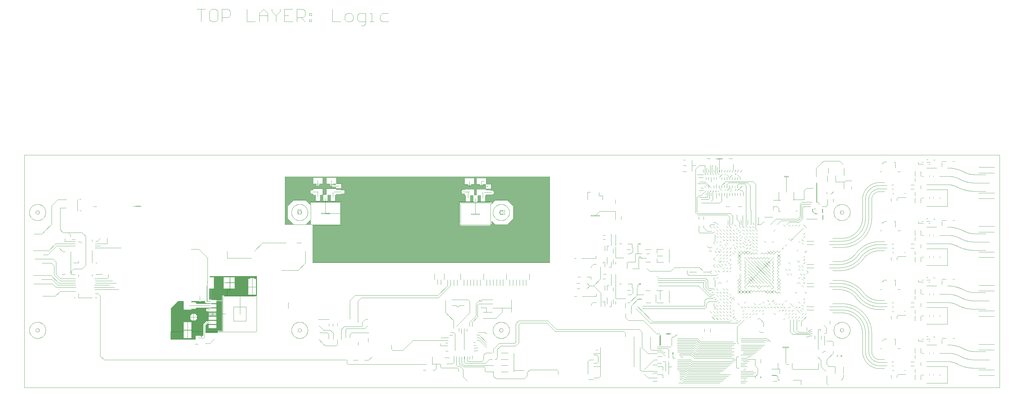
<source format=gtl>
*%FSLAX23Y23*%
*%MOIN*%
G01*
D11*
X4162Y5856D02*
X15879D01*
Y8651D02*
X4162D01*
Y5856D01*
X15879D02*
Y8651D01*
D15*
X11682Y6633D02*
X11509Y6807D01*
X11568Y6791D02*
X11710Y6649D01*
X12275Y7065D02*
X12392Y6948D01*
X6511Y6530D02*
X6344Y6533D01*
X6374Y6817D02*
X6235Y6817D01*
Y6865D02*
X6374Y6865D01*
X13194Y7881D02*
X13448Y7881D01*
X12824Y5913D02*
X12769D01*
Y5933D02*
X12847D01*
X12769Y5992D02*
X12946D01*
X12847Y5972D02*
X12769D01*
X12619Y5992D02*
X12119D01*
X12103Y5972D02*
X12595D01*
X12572Y5952D02*
X12090D01*
X12078Y5933D02*
X12548D01*
X12086Y5992D02*
X12036D01*
Y5972D02*
X12072D01*
X12054Y5952D02*
X12036D01*
X12054D02*
X12058D01*
X12804D02*
X12822D01*
X12519Y5913D02*
X12023D01*
X12938Y5992D02*
X12950D01*
X12918Y6011D02*
X12769D01*
X8297Y6185D02*
X8250D01*
X8169D02*
X8143D01*
X14736Y6065D02*
X14746D01*
X12548Y6051D02*
X12147D01*
X12154Y6070D02*
X12572D01*
X12595Y6090D02*
X12162D01*
X12170Y6110D02*
X12619D01*
X12643Y6129D02*
X12178D01*
X12186Y6149D02*
X12666D01*
X12769Y6129D02*
X12824D01*
X12769Y6051D02*
X12918D01*
X12151Y6129D02*
X12009D01*
Y6149D02*
X12158D01*
X12143Y6110D02*
X12009D01*
X12769D02*
X12847D01*
Y6149D02*
X12769D01*
X11765Y6129D02*
X11710D01*
X12769Y6031D02*
X12946D01*
X12135Y6090D02*
X12005D01*
X12056Y6070D02*
X12127D01*
X12056D02*
X12009D01*
X12194Y6169D02*
X12690D01*
X12166D02*
X12009D01*
Y6189D02*
X12174D01*
X11859Y6169D02*
X11832D01*
X8139Y6185D02*
X8111D01*
X12034Y6051D02*
X12097D01*
X12117D01*
X12137Y6031D02*
X12523D01*
X12643Y6011D02*
X12127D01*
X12107Y6031D02*
X12034D01*
X12036Y6011D02*
X12097D01*
X12099D01*
X12804Y6070D02*
X12814D01*
X12747Y6090D02*
X12727D01*
X12714Y6189D02*
X12662D01*
X12832Y6173D02*
X12871D01*
X12828Y6169D02*
X12800D01*
X12773Y6307D02*
X12985D01*
X12891Y6228D02*
X12859D01*
X12773Y6346D02*
X13032D01*
X13009Y6326D02*
X12773D01*
X12662Y6346D02*
X12265D01*
X12257Y6326D02*
X12690D01*
Y6248D02*
X12225D01*
X12210Y6208D02*
X12690D01*
X12210Y6346D02*
X12103D01*
X12095Y6326D02*
X12202D01*
X12194Y6307D02*
X12088D01*
X12009D01*
Y6326D02*
X12095D01*
X12103Y6346D02*
X12005D01*
X12249Y6307D02*
X12662D01*
X12773Y6248D02*
X12824D01*
X12840Y6208D02*
X12773D01*
X11808Y6287D02*
X11769D01*
X12217Y6228D02*
X12662D01*
Y6267D02*
X12233D01*
X11930Y6346D02*
X11800D01*
X11048Y6307D02*
X11029D01*
X12773Y6366D02*
X13056D01*
X12686D02*
X12273D01*
X12280Y6385D02*
X12710D01*
X12225D02*
X12119D01*
X12111Y6366D02*
X12217D01*
X12111D02*
X12005D01*
X12001Y6385D02*
X12119D01*
X11804Y6366D02*
X11788D01*
X9608Y6331D02*
X9563D01*
Y6299D02*
X9607D01*
X9590Y6362D02*
X9563D01*
X9268Y6214D02*
X9211D01*
X12009Y6287D02*
X12186D01*
X12178Y6267D02*
X12034D01*
X12030Y6248D02*
X12164D01*
X12168D01*
X12170D01*
X12798D02*
X12914D01*
X12938Y6267D02*
X12800D01*
X12798Y6287D02*
X12962D01*
X12745Y6385D02*
X12739D01*
X12743Y6228D02*
X12727D01*
X12058D02*
X12038D01*
X12058D02*
X12062D01*
X12241Y6287D02*
X12690D01*
X6310Y6521D02*
X6170D01*
Y6526D02*
X6310D01*
X6216Y6436D02*
X5920D01*
Y6441D02*
X6074D01*
X6170D01*
X6216D01*
X6074Y6446D02*
X5920D01*
X6074D02*
X6170D01*
X6216D01*
X6074Y6451D02*
X5920D01*
X6170D02*
X6216D01*
X6074Y6456D02*
X5920D01*
X6170D02*
X6216D01*
X6074Y6461D02*
X5920D01*
X6170D02*
X6216D01*
X6074Y6466D02*
X5920D01*
X6170D02*
X6216D01*
X6074Y6471D02*
X5920D01*
X6170D02*
X6216D01*
X6282D02*
X6292D01*
X6074Y6476D02*
X5920D01*
X6170D02*
X6216D01*
X6282D02*
X6292D01*
X6074Y6481D02*
X5920D01*
X6170D02*
X6216D01*
X6282D01*
X6292D01*
X6310D01*
X6074Y6486D02*
X5920D01*
X6170D02*
X6216D01*
X6282D01*
X6292D01*
X6310D01*
X6074Y6491D02*
X5920D01*
X6170D02*
X6310D01*
X6074Y6496D02*
X5920D01*
X6170D02*
X6310D01*
X6074Y6501D02*
X5920D01*
X6170D02*
X6310D01*
X6074Y6506D02*
X5920D01*
X6170D02*
X6310D01*
X6074Y6511D02*
X5920D01*
X6170D02*
X6310D01*
X6074Y6516D02*
X5920D01*
X6170D02*
X6310D01*
X6074Y6521D02*
X5920D01*
Y6526D02*
X6074D01*
X6344Y6531D02*
X6461D01*
X6170Y6449D02*
X6074D01*
X6292Y6481D02*
X6310D01*
X6282D02*
X6216D01*
X6282Y6468D02*
X6292D01*
X6340Y6514D02*
X6344D01*
X6216Y6434D02*
X5920D01*
Y6530D02*
X6074D01*
X6170D02*
X6310D01*
X6340D02*
X6344D01*
X6511D01*
X14901Y6415D02*
X14961D01*
X13060Y6405D02*
X12773D01*
X12828Y6444D02*
X13084D01*
X13076Y6425D02*
X12816D01*
X12682Y6405D02*
X12288D01*
X12773Y6444D02*
X12828D01*
X12816Y6425D02*
X12773D01*
X12249Y6444D02*
X12143D01*
X12135Y6425D02*
X12241D01*
X12233Y6405D02*
X12127D01*
X12009D01*
X12005Y6425D02*
X12135D01*
X12143Y6444D02*
X12009D01*
X11934Y6503D02*
X11867D01*
X11950Y6464D02*
X11969D01*
X11914Y6500D02*
X11883D01*
X11879Y6507D02*
X11918D01*
X6483Y6517D02*
X6340D01*
X6310D02*
X6170D01*
X6074D02*
X5921D01*
X6483Y6541D02*
X6532D01*
X6468Y6570D02*
X6374D01*
X6468Y6581D02*
X6532D01*
X6374D02*
X6340D01*
X6310D02*
X6170D01*
X6074D02*
X5921D01*
X6468Y6576D02*
X6532D01*
X6374D02*
X6340D01*
X6310D02*
X6170D01*
X6074D02*
X5921D01*
X6468Y6571D02*
X6532D01*
X6374D02*
X6340D01*
X6310D02*
X6170D01*
X6074D02*
X5921D01*
X6468Y6566D02*
X6532D01*
X6468D02*
X6374D01*
X6340D01*
X6310D02*
X6170D01*
X6074D02*
X5921D01*
X6468Y6561D02*
X6532D01*
X6468D02*
X6374D01*
X6340D01*
X6310D02*
X6170D01*
X6074D02*
X5921D01*
X6340Y6556D02*
X6532D01*
X6310D02*
X6170D01*
X6074D02*
X5921D01*
X6340Y6551D02*
X6532D01*
X6310D02*
X6170D01*
X6074D02*
X5921D01*
X6483Y6546D02*
X6532D01*
X6483D02*
X6340D01*
X6310D02*
X6170D01*
X6074D02*
X5921D01*
X6483Y6541D02*
X6532D01*
X6483D02*
X6340D01*
X6310D02*
X6170D01*
X6074D02*
X5921D01*
X6340Y6536D02*
X6483D01*
X6310D02*
X6170D01*
X6074D02*
X5921D01*
X6340Y6531D02*
X6483D01*
X6310D02*
X6170D01*
X6074D02*
X5921D01*
X6340Y6526D02*
X6483D01*
X6074D02*
X5921D01*
X6340Y6521D02*
X6483D01*
X6074D02*
X5921D01*
X9571Y6394D02*
X9580D01*
X13698Y6557D02*
X13725D01*
X13621D02*
X13609D01*
X13574Y6521D02*
X13525D01*
X13607Y6531D02*
X13621D01*
X13584Y6507D02*
X13527D01*
X13605Y6505D02*
X13629D01*
X13593Y6494D02*
X13527D01*
Y6521D02*
X13462D01*
X13434Y6507D02*
X13546D01*
X13542Y6494D02*
X13399D01*
X13397D01*
X13395D01*
X6442Y6740D02*
X6421D01*
X6400D01*
X6468Y6596D02*
X6532D01*
X6374D02*
X6340D01*
X6310D02*
X6170D01*
X6074D02*
X5921D01*
X6468Y6591D02*
X6532D01*
X6374D02*
X6340D01*
X6310D02*
X6170D01*
X6074D02*
X5921D01*
X6468Y6586D02*
X6532D01*
X6374D02*
X6340D01*
X6310D02*
X6170D01*
X6074D02*
X5921D01*
X14736Y6774D02*
X14746D01*
X12367Y6649D02*
X11710D01*
Y6633D02*
X11682D01*
X12347Y6649D02*
X12635D01*
X12666Y6633D02*
X12733D01*
X12678D02*
X11702D01*
X6235Y6702D02*
X6194D01*
X6153D01*
X6358Y6654D02*
X6374D01*
X6358D02*
X6346D01*
X6337D01*
X6358Y6624D02*
X6374D01*
X6319Y6627D02*
X6310D01*
X6372Y6771D02*
X6374D01*
X6372D02*
X6353D01*
X6350D01*
X6215Y6744D02*
X6173D01*
Y6661D02*
X6215D01*
X6170Y6644D02*
X6074D01*
X6410Y6770D02*
X6468D01*
X6410D02*
X6374D01*
Y6720D02*
X6468D01*
Y6761D02*
X6374D01*
Y6670D02*
X6468D01*
Y6711D02*
X6374D01*
X6408Y6620D02*
X6468D01*
X6408D02*
X6374D01*
X6408Y6661D02*
X6468D01*
X6408D02*
X6374D01*
Y6611D02*
X6468D01*
Y6781D02*
X6532D01*
X6343D02*
X5921D01*
X6468Y6776D02*
X6532D01*
X6343D02*
X5921D01*
X6468Y6771D02*
X6532D01*
X6350D02*
X5921D01*
X6468Y6766D02*
X6532D01*
X6468D02*
X6374D01*
X5921D01*
X6468Y6761D02*
X6532D01*
X6374D02*
X5921D01*
X6468Y6756D02*
X6532D01*
X6374D02*
X5921D01*
X6468Y6751D02*
X6532D01*
X6374D02*
X5921D01*
X6468Y6746D02*
X6532D01*
X6374D02*
X5921D01*
X6468Y6741D02*
X6532D01*
X6374D02*
X6217D01*
X6171D02*
X5921D01*
X6468Y6736D02*
X6532D01*
X6374D02*
X6222D01*
X6166D02*
X5921D01*
X6468Y6731D02*
X6532D01*
X6374D02*
X6235D01*
X6227D01*
X6161D02*
X6153D01*
X5921D01*
X6468Y6726D02*
X6532D01*
X6374D02*
X6235D01*
X6153D02*
X5921D01*
X6468Y6721D02*
X6532D01*
X6374D02*
X6235D01*
X6153D02*
X5921D01*
X6468Y6716D02*
X6532D01*
X6468D02*
X6374D01*
X6235D01*
X6153D02*
X5921D01*
X6468Y6711D02*
X6532D01*
X6374D02*
X6235D01*
X6153D02*
X5921D01*
X6468Y6706D02*
X6532D01*
X6374D02*
X6235D01*
X6153D02*
X5921D01*
X6468Y6701D02*
X6532D01*
X6374D02*
X6235D01*
X6153D02*
X5921D01*
X6468Y6696D02*
X6532D01*
X6374D02*
X6235D01*
X6153D02*
X5921D01*
X6468Y6691D02*
X6532D01*
X6374D02*
X6235D01*
X6153D02*
X5921D01*
X6468Y6686D02*
X6532D01*
X6374D02*
X6235D01*
X6153D02*
X5921D01*
X6468Y6681D02*
X6532D01*
X6374D02*
X6235D01*
X6153D02*
X5921D01*
X6468Y6676D02*
X6532D01*
X6374D02*
X6235D01*
X6153D02*
X5921D01*
X6468Y6671D02*
X6532D01*
X6374D02*
X6224D01*
X6163D02*
X5921D01*
X6468Y6666D02*
X6532D01*
X6468D02*
X6374D01*
X6219D01*
X6168D02*
X5921D01*
X6468Y6661D02*
X6532D01*
X6374D02*
X6337D01*
X5921D01*
X6468Y6656D02*
X6532D01*
X6374D02*
X6356D01*
X6348D01*
X6337D01*
X5921D01*
X6468Y6651D02*
X6532D01*
X6337D02*
X6170D01*
X6074D01*
X5921D01*
X6468Y6646D02*
X6532D01*
X6337D02*
X6170D01*
X6074D01*
X5921D01*
X6468Y6641D02*
X6532D01*
X6333D02*
X6170D01*
X6074D02*
X5921D01*
X6468Y6636D02*
X6532D01*
X6328D02*
X6170D01*
X6074D02*
X5921D01*
X6468Y6631D02*
X6532D01*
X6323D02*
X6310D01*
X6170D01*
X6074D02*
X5921D01*
X6468Y6626D02*
X6532D01*
X6318D02*
X6310D01*
X6170D01*
X6074D02*
X5921D01*
X6468Y6621D02*
X6532D01*
X6374D02*
X6355D01*
X6310D02*
X6170D01*
X6074D02*
X5921D01*
X6468Y6616D02*
X6532D01*
X6468D02*
X6408D01*
X6374D01*
X6350D01*
X6308D02*
X6170D01*
X6074D02*
X5921D01*
X6468Y6611D02*
X6532D01*
X6374D02*
X6345D01*
X6305D02*
X6170D01*
X6074D02*
X5921D01*
X6468Y6606D02*
X6532D01*
X6374D02*
X6340D01*
X6310D02*
X6170D01*
X6074D02*
X5921D01*
X6468Y6601D02*
X6532D01*
X6374D02*
X6340D01*
X6310D02*
X6170D01*
X6074D02*
X5921D01*
X6468Y6896D02*
X6532D01*
X6330D02*
X6289D01*
X6283D01*
X6257D02*
X6250D01*
X6170D01*
X6074D02*
X6009D01*
X6074Y6792D02*
X6170D01*
X6468Y6791D02*
X6532D01*
X6343D02*
X6170D01*
X6074D01*
X5921D01*
X6468Y6786D02*
X6532D01*
X6343D02*
X6170D01*
X6074D01*
X5921D01*
X12406Y6968D02*
X12420D01*
X12408D02*
X12438D01*
X12418Y6948D02*
X12392D01*
X12336Y6806D02*
X11585D01*
X12378Y6889D02*
X12476D01*
X12437Y6929D02*
X12382D01*
X12362D01*
X12332Y6836D02*
X11590D01*
X11630Y6875D02*
X11685D01*
X11761Y6876D02*
X11838D01*
X6350Y6806D02*
X6349D01*
X6374Y6869D02*
X6394D01*
X6374D02*
X6365D01*
X6353D01*
X6350D01*
X6341Y6871D02*
X6339D01*
X6341Y6869D02*
X6365D01*
X6341D02*
X6338D01*
X6394Y6865D02*
X6406D01*
X6394D02*
X6382D01*
X6394Y6817D02*
X6406D01*
X6374Y6809D02*
X6372D01*
X6353D01*
X6350D01*
X6279Y6893D02*
X6260D01*
X6215Y6884D02*
X6173D01*
Y6801D02*
X6215D01*
X6850Y6971D02*
X6946D01*
X6951Y6958D02*
X6597D01*
X6468Y6870D02*
X6406D01*
X6408Y6820D02*
X6468D01*
Y6861D02*
X6417D01*
X6409D01*
X6410Y6811D02*
X6468D01*
X6410D02*
X6374D01*
X6597Y6976D02*
X6850D01*
Y6971D02*
X6946D01*
X6850D02*
X6597D01*
X6850Y6966D02*
X6946D01*
X6850D02*
X6597D01*
Y6961D02*
X6951D01*
X6532Y6891D02*
X6468D01*
X6330D02*
X6170D01*
X6074D02*
X6004D01*
X6468Y6886D02*
X6532D01*
X6330D02*
X6170D01*
X6074D02*
X5999D01*
X6468Y6881D02*
X6532D01*
X6330D02*
X6217D01*
X6074D02*
X5994D01*
X6468Y6876D02*
X6532D01*
X6330D02*
X6222D01*
X6074D02*
X5989D01*
X6468Y6871D02*
X6532D01*
X6340D02*
X6235D01*
X6227D01*
X6074D02*
X5984D01*
X6468Y6866D02*
X6532D01*
X6468D02*
X6374D01*
X6235D01*
X6074D02*
X5979D01*
X6468Y6861D02*
X6532D01*
X6074D02*
X5974D01*
X6468Y6856D02*
X6532D01*
X6074D02*
X5969D01*
X6468Y6851D02*
X6532D01*
X6074D02*
X5964D01*
X6468Y6846D02*
X6532D01*
X6074D02*
X5959D01*
X6468Y6841D02*
X6532D01*
X6074D02*
X5954D01*
X6468Y6836D02*
X6532D01*
X6074D02*
X5949D01*
X6468Y6831D02*
X6532D01*
X6074D02*
X5944D01*
X6468Y6826D02*
X6532D01*
X6074D02*
X5939D01*
X6468Y6821D02*
X6532D01*
X6074D02*
X5934D01*
X6468Y6816D02*
X6532D01*
X6468D02*
X6374D01*
X6235D01*
X6074D02*
X5929D01*
X6468Y6811D02*
X6532D01*
X6374D02*
X6350D01*
X6224D01*
X6074D02*
X5924D01*
X6468Y6806D02*
X6532D01*
X6349D02*
X6343D01*
X6219D01*
X6074D02*
X5921D01*
X6468Y6801D02*
X6532D01*
X6343D02*
X6170D01*
X6074D02*
X5921D01*
X6468Y6796D02*
X6532D01*
X6343D02*
X6170D01*
X6074D02*
X5921D01*
X6468Y6906D02*
X6532D01*
X6394Y6917D02*
X6381D01*
X6542Y6967D02*
X6562D01*
X6542D02*
X6532D01*
X6562Y6958D02*
X6594D01*
X6468Y6911D02*
X6417D01*
X6412D01*
X6411D01*
X6381Y6976D02*
X6594D01*
Y6971D02*
X6562D01*
X6532D01*
X6381D01*
X6562Y6966D02*
X6594D01*
X6532D02*
X6381D01*
X6562Y6961D02*
X6594D01*
X6532D02*
X6381D01*
Y6956D02*
X6532D01*
Y6951D02*
X6381D01*
Y6946D02*
X6532D01*
Y6941D02*
X6381D01*
Y6936D02*
X6532D01*
Y6931D02*
X6381D01*
Y6926D02*
X6532D01*
Y6921D02*
X6381D01*
X6468Y6916D02*
X6532D01*
X6468D02*
X6407D01*
X6468Y6911D02*
X6532D01*
X6597Y6986D02*
X6850D01*
Y6981D02*
X6597D01*
X6594Y6986D02*
X6381D01*
Y6981D02*
X6594D01*
X5294Y7036D02*
X5260D01*
X11756Y7023D02*
X11789D01*
X14901Y7124D02*
X14961D01*
X10836Y7047D02*
X10804D01*
X10954Y7078D02*
X10969D01*
X10836Y7110D02*
X10800D01*
X5264Y7036D02*
X5213D01*
X5005D01*
X11786Y7170D02*
X12275D01*
X12345D01*
X12391Y7047D02*
X12438D01*
X12333Y7146D02*
X11780D01*
X12385Y7027D02*
X12417D01*
X12318Y7118D02*
X11772D01*
X11783Y7078D02*
X12262D01*
X11828Y7023D02*
X11787D01*
X6690Y7046D02*
X6597D01*
X6929Y7166D02*
X6946D01*
X6867D02*
X6850D01*
X6924Y7171D02*
X6946D01*
X6872D02*
X6850D01*
X6690D01*
Y7166D02*
X6850D01*
Y7161D02*
X6690D01*
Y7156D02*
X6850D01*
Y7151D02*
X6690D01*
Y7146D02*
X6850D01*
Y7141D02*
X6690D01*
Y7136D02*
X6850D01*
Y7131D02*
X6690D01*
Y7126D02*
X6850D01*
Y7121D02*
X6690D01*
Y7116D02*
X6850D01*
Y7111D02*
X6690D01*
Y7106D02*
X6850D01*
Y7101D02*
X6690D01*
Y7096D02*
X6850D01*
Y7091D02*
X6690D01*
Y7086D02*
X6850D01*
Y7081D02*
X6690D01*
Y7076D02*
X6850D01*
Y7071D02*
X6690D01*
Y7066D02*
X6850D01*
Y7061D02*
X6690D01*
Y7056D02*
X6850D01*
Y7051D02*
X6690D01*
Y7046D02*
X6850D01*
X6690D02*
X6597D01*
X6690Y7041D02*
X6850D01*
X6690D02*
X6597D01*
Y7036D02*
X6850D01*
Y7031D02*
X6597D01*
Y7026D02*
X6850D01*
Y7021D02*
X6597D01*
Y7016D02*
X6850D01*
Y7011D02*
X6597D01*
Y7006D02*
X6850D01*
Y7001D02*
X6597D01*
Y6996D02*
X6850D01*
Y6991D02*
X6597D01*
X6594Y7046D02*
X6552D01*
X6440D02*
X6381D01*
X6440Y7171D02*
X6552D01*
Y7166D02*
X6440D01*
Y7161D02*
X6552D01*
Y7156D02*
X6440D01*
Y7151D02*
X6552D01*
Y7146D02*
X6440D01*
Y7141D02*
X6552D01*
Y7136D02*
X6440D01*
Y7131D02*
X6552D01*
Y7126D02*
X6440D01*
Y7121D02*
X6552D01*
Y7116D02*
X6440D01*
Y7111D02*
X6552D01*
Y7106D02*
X6440D01*
Y7101D02*
X6552D01*
Y7096D02*
X6440D01*
Y7091D02*
X6552D01*
Y7086D02*
X6440D01*
Y7081D02*
X6552D01*
Y7076D02*
X6440D01*
Y7071D02*
X6552D01*
Y7066D02*
X6440D01*
Y7061D02*
X6552D01*
Y7056D02*
X6440D01*
Y7051D02*
X6552D01*
Y7046D02*
X6594D01*
X6552D02*
X6440D01*
X6381D01*
X6552Y7041D02*
X6594D01*
X6552D02*
X6440D01*
X6381D01*
Y7036D02*
X6594D01*
Y7031D02*
X6381D01*
Y7026D02*
X6594D01*
Y7021D02*
X6381D01*
Y7016D02*
X6594D01*
Y7011D02*
X6381D01*
Y7006D02*
X6594D01*
Y7001D02*
X6381D01*
Y6996D02*
X6594D01*
Y6991D02*
X6381D01*
X12145Y7204D02*
X12438D01*
X12477D01*
X6690Y7184D02*
X6597D01*
X6876Y7175D02*
X6920D01*
X6951Y7186D02*
X6690D01*
X6597D01*
X6690Y7181D02*
X6951D01*
Y7176D02*
X6690D01*
X6594Y7184D02*
X6552D01*
X6440D02*
X6388D01*
X6552Y7186D02*
X6594D01*
X6552D02*
X6440D01*
X6388D01*
X6440Y7181D02*
X6552D01*
Y7176D02*
X6440D01*
X11762Y7361D02*
X11806D01*
X11797D02*
X11841D01*
X6951Y7194D02*
X6597D01*
X6690Y7191D02*
X6951D01*
X6690D02*
X6597D01*
X6594Y7194D02*
X6602D01*
X6594D02*
X6388D01*
X6552Y7191D02*
X6594D01*
X6552D02*
X6440D01*
X6388D01*
X7625Y7358D02*
X10471D01*
Y7366D02*
X7625D01*
Y7361D02*
X10471D01*
X14736Y7482D02*
X14746D01*
X12418Y7500D02*
X12387D01*
X12383Y7539D02*
X12422D01*
X11798Y7438D02*
X11763D01*
X11760Y7519D02*
X11836D01*
X11830Y7438D02*
X11791D01*
X7626Y7456D02*
X7625D01*
X7626Y7561D02*
X10471D01*
Y7556D02*
X7626D01*
Y7551D02*
X10471D01*
Y7546D02*
X7626D01*
Y7541D02*
X10471D01*
Y7536D02*
X7626D01*
Y7531D02*
X10471D01*
Y7526D02*
X7626D01*
Y7521D02*
X10471D01*
Y7516D02*
X7626D01*
Y7511D02*
X10471D01*
Y7506D02*
X7626D01*
Y7501D02*
X10471D01*
Y7496D02*
X7626D01*
Y7491D02*
X10471D01*
Y7486D02*
X7626D01*
Y7481D02*
X10471D01*
Y7476D02*
X7626D01*
Y7471D02*
X10471D01*
Y7466D02*
X7626D01*
Y7461D02*
X10471D01*
Y7456D02*
X7626D01*
Y7451D02*
X10471D01*
Y7446D02*
X7625D01*
Y7441D02*
X10471D01*
Y7436D02*
X7625D01*
Y7431D02*
X10471D01*
Y7426D02*
X7625D01*
Y7421D02*
X10471D01*
Y7416D02*
X7625D01*
Y7411D02*
X10471D01*
Y7406D02*
X7625D01*
Y7401D02*
X10471D01*
Y7396D02*
X7625D01*
Y7391D02*
X10471D01*
Y7386D02*
X7625D01*
Y7381D02*
X10471D01*
Y7376D02*
X7625D01*
Y7371D02*
X10471D01*
X12277Y7716D02*
X12383D01*
X12375Y7716D02*
X12363D01*
X12375D02*
X12438D01*
X12418Y7736D02*
X12367D01*
X7626Y7690D02*
X7625D01*
Y7756D02*
X10471D01*
Y7751D02*
X7625D01*
Y7746D02*
X10471D01*
Y7741D02*
X7625D01*
Y7736D02*
X10471D01*
Y7731D02*
X7625D01*
Y7726D02*
X10471D01*
Y7721D02*
X7625D01*
Y7716D02*
X10471D01*
Y7711D02*
X7625D01*
Y7706D02*
X10471D01*
Y7701D02*
X7625D01*
X7626Y7696D02*
X10471D01*
Y7691D02*
X7626D01*
Y7686D02*
X10471D01*
Y7681D02*
X7626D01*
Y7676D02*
X10471D01*
Y7671D02*
X7626D01*
Y7666D02*
X10471D01*
Y7661D02*
X7626D01*
Y7656D02*
X10471D01*
Y7651D02*
X7626D01*
Y7646D02*
X10471D01*
Y7641D02*
X7626D01*
Y7636D02*
X10471D01*
Y7631D02*
X7626D01*
Y7626D02*
X10471D01*
Y7621D02*
X7626D01*
Y7616D02*
X10471D01*
Y7611D02*
X7626D01*
Y7606D02*
X10471D01*
Y7601D02*
X7626D01*
Y7596D02*
X10471D01*
Y7591D02*
X7626D01*
Y7586D02*
X10471D01*
Y7581D02*
X7626D01*
Y7576D02*
X10471D01*
Y7571D02*
X7626D01*
Y7566D02*
X10471D01*
X6033Y6530D02*
Y6434D01*
X6028D02*
Y6530D01*
X6023D02*
Y6434D01*
X6018D02*
Y6530D01*
X6013D02*
Y6434D01*
X6008D02*
Y6530D01*
X6003D02*
Y6434D01*
X5998D02*
Y6530D01*
X5993D02*
Y6434D01*
X5988D02*
Y6530D01*
X5983D02*
Y6434D01*
X5978D02*
Y6530D01*
X5973D02*
Y6434D01*
X5968D02*
Y6530D01*
X5963D02*
Y6434D01*
X5958D02*
Y6530D01*
X5953D02*
Y6434D01*
X5948D02*
Y6530D01*
X5943D02*
Y6434D01*
X5938D02*
Y6530D01*
X5933D02*
Y6434D01*
X5928D02*
Y6530D01*
X5923D02*
Y6434D01*
X5920D02*
Y6530D01*
X5921Y6517D02*
Y6808D01*
X5923Y6810D02*
Y6517D01*
X5928D02*
Y6815D01*
X5933Y6820D02*
Y6517D01*
X5938D02*
Y6825D01*
X5943Y6830D02*
Y6517D01*
X5948D02*
Y6835D01*
X5953Y6840D02*
Y6517D01*
X5958D02*
Y6845D01*
X5963Y6850D02*
Y6517D01*
X5968D02*
Y6855D01*
X5973Y6860D02*
Y6517D01*
X5978D02*
Y6865D01*
X5983Y6870D02*
Y6517D01*
X5988D02*
Y6875D01*
X5993Y6880D02*
Y6517D01*
X5998D02*
Y6885D01*
X6003Y6890D02*
Y6517D01*
X6008D02*
Y6895D01*
X6013Y6896D02*
Y6517D01*
X6018D02*
Y6896D01*
X6023D02*
Y6517D01*
X6028D02*
Y6896D01*
X6033D02*
Y6517D01*
X5945Y6832D02*
X6009Y6896D01*
X5945Y6832D02*
X5921Y6808D01*
X12253Y7933D02*
X12609D01*
X12605D01*
X12643Y7950D02*
X12263D01*
X14901Y7832D02*
X14961D01*
X12473Y7838D02*
X12438D01*
X12969Y7815D02*
X13009D01*
X12414D02*
X12410D01*
X12414D02*
X12458D01*
X10471Y7816D02*
X9965D01*
X9817D02*
X9763D01*
X9396D02*
X7962D01*
X9818Y7816D02*
X9964D01*
X7962Y7810D02*
X7625D01*
X9396Y7803D02*
X9763D01*
X9964Y7816D02*
X10471D01*
X9818D02*
X9763D01*
X9396D02*
X7962D01*
X9763Y7811D02*
X10471D01*
X9396D02*
X7962D01*
X9763Y7806D02*
X10471D01*
X9396D02*
X7962D01*
X7625D01*
X9763Y7801D02*
X10471D01*
X9763D02*
X9396D01*
X7625D01*
X9763Y7796D02*
X10471D01*
X9763D02*
X9396D01*
X7625D01*
Y7791D02*
X10471D01*
Y7786D02*
X7625D01*
Y7781D02*
X10471D01*
Y7776D02*
X7625D01*
Y7771D02*
X10471D01*
Y7766D02*
X7625D01*
Y7761D02*
X10471D01*
X7962Y7949D02*
X7778D01*
X9776Y7815D02*
X10473D01*
X9386D02*
X7962D01*
X7595D02*
X7294D01*
X7396Y7816D02*
X7542D01*
X10037Y7951D02*
X10473D01*
X9386D02*
X7962D01*
X7323D02*
X7294D01*
X10037Y7946D02*
X10473D01*
X9386D02*
X7962D01*
X7323D02*
X7294D01*
X10037Y7941D02*
X10473D01*
X9386D02*
X7962D01*
X7323D02*
X7294D01*
X10037Y7936D02*
X10473D01*
X9386D02*
X7962D01*
X7323D02*
X7294D01*
X10037Y7931D02*
X10473D01*
X9386D02*
X7962D01*
X7323D02*
X7294D01*
X10037Y7926D02*
X10473D01*
X9386D02*
X7962D01*
X7323D02*
X7294D01*
X10037Y7921D02*
X10473D01*
X9386D02*
X7962D01*
X7323D02*
X7294D01*
X10037Y7916D02*
X10473D01*
X9386D02*
X7962D01*
X7323D02*
X7294D01*
X10037Y7911D02*
X10473D01*
X9386D02*
X7962D01*
X7323D02*
X7294D01*
X10037Y7906D02*
X10473D01*
X9386D02*
X7962D01*
X7323D02*
X7294D01*
X10037Y7901D02*
X10473D01*
X9386D02*
X7962D01*
X7323D02*
X7294D01*
X10037Y7896D02*
X10473D01*
X9386D02*
X7962D01*
X7323D02*
X7294D01*
X10037Y7891D02*
X10473D01*
X9386D02*
X7962D01*
X7323D02*
X7294D01*
X10037Y7886D02*
X10473D01*
X9386D02*
X7962D01*
X7323D02*
X7294D01*
X10037Y7881D02*
X10473D01*
X10037D02*
X10029D01*
X9386D02*
X7962D01*
X7331D02*
X7323D01*
X7294D01*
X10024Y7876D02*
X10473D01*
X9386D02*
X7962D01*
X7336D02*
X7294D01*
X10019Y7871D02*
X10473D01*
X9386D02*
X7962D01*
X7341D02*
X7294D01*
X10014Y7866D02*
X10473D01*
X9386D02*
X7962D01*
X7346D02*
X7294D01*
X10009Y7861D02*
X10473D01*
X9386D02*
X7962D01*
X7595D02*
X7587D01*
X7351D02*
X7294D01*
X10004Y7856D02*
X10473D01*
X9386D02*
X7962D01*
X7595D02*
X7582D01*
X7356D02*
X7294D01*
X9999Y7851D02*
X10473D01*
X9783D02*
X9776D01*
X9386D02*
X7962D01*
X7595D02*
X7577D01*
X7361D02*
X7294D01*
X9994Y7846D02*
X10473D01*
X9788D02*
X9776D01*
X9386D02*
X7962D01*
X7595D02*
X7572D01*
X7366D02*
X7294D01*
X9989Y7841D02*
X10473D01*
X9793D02*
X9776D01*
X9386D02*
X7962D01*
X7595D02*
X7567D01*
X7371D02*
X7294D01*
X9984Y7836D02*
X10473D01*
X9798D02*
X9776D01*
X9386D02*
X7962D01*
X7595D02*
X7562D01*
X7376D02*
X7294D01*
X9979Y7831D02*
X10473D01*
X9803D02*
X9776D01*
X9386D02*
X7962D01*
X7595D02*
X7557D01*
X7381D02*
X7294D01*
X9974Y7826D02*
X10473D01*
X9808D02*
X9776D01*
X9386D02*
X7962D01*
X7595D02*
X7552D01*
X7386D02*
X7294D01*
X9969Y7821D02*
X10473D01*
X9813D02*
X9776D01*
X9386D02*
X7962D01*
X7595D02*
X7547D01*
X7391D02*
X7294D01*
X9964Y7816D02*
X10473D01*
X9818D02*
X9776D01*
X9386D02*
X7962D01*
X7595D02*
X7542D01*
X7396D02*
X7294D01*
X13040Y7846D02*
X13050D01*
X13658Y7946D02*
X13688D01*
X13471Y7846D02*
X13353D01*
X13253Y7862D02*
X13456D01*
X6058Y6530D02*
Y6434D01*
X6053D02*
Y6530D01*
X6048D02*
Y6434D01*
X6043D02*
Y6530D01*
X6038D02*
Y6434D01*
Y6517D02*
Y6896D01*
X6043D02*
Y6517D01*
X6048D02*
Y6896D01*
X6053D02*
Y6517D01*
X6058D02*
Y6896D01*
X6228Y6530D02*
Y6481D01*
X6223D02*
Y6530D01*
X6218D02*
Y6481D01*
X6213D02*
Y6434D01*
Y6481D02*
Y6530D01*
X6208Y6481D02*
Y6434D01*
Y6481D02*
Y6530D01*
X6203D02*
Y6434D01*
X6198D02*
Y6530D01*
X6193D02*
Y6434D01*
X6188D02*
Y6530D01*
X6183D02*
Y6434D01*
X6178D02*
Y6449D01*
Y6530D01*
X6173Y6449D02*
Y6434D01*
Y6449D02*
Y6530D01*
X6168Y6449D02*
Y6434D01*
X6163D02*
Y6449D01*
X6158D02*
Y6434D01*
X6153D02*
Y6449D01*
X6148D02*
Y6434D01*
X6143D02*
Y6449D01*
X6138D02*
Y6434D01*
X6133D02*
Y6449D01*
X6128D02*
Y6434D01*
X6123D02*
Y6449D01*
X6118D02*
Y6434D01*
X6113D02*
Y6449D01*
X6108D02*
Y6434D01*
X6103D02*
Y6449D01*
X6098D02*
Y6434D01*
X6093D02*
Y6449D01*
X6088D02*
Y6434D01*
X6083D02*
Y6449D01*
X6078D02*
Y6434D01*
X6073D02*
Y6449D01*
Y6530D01*
X6068Y6449D02*
Y6434D01*
Y6449D02*
Y6530D01*
X6063D02*
Y6434D01*
X6074Y6449D02*
Y6530D01*
X6170D02*
Y6449D01*
X6216Y6434D02*
Y6481D01*
X6194Y6702D02*
Y6744D01*
Y6702D02*
Y6661D01*
X6153Y6682D02*
Y6723D01*
X6170Y6644D02*
Y6517D01*
X6074D02*
Y6644D01*
X6170Y6884D02*
Y6896D01*
Y6884D02*
Y6881D01*
Y6804D02*
Y6801D01*
Y6792D01*
X6074D02*
Y6896D01*
X6063D02*
Y6517D01*
X6068Y6792D02*
Y6896D01*
Y6792D02*
Y6644D01*
Y6517D01*
X6073Y6792D02*
Y6896D01*
Y6792D02*
Y6644D01*
Y6517D01*
X6078Y6644D02*
Y6792D01*
X6083D02*
Y6644D01*
X6088D02*
Y6792D01*
X6093D02*
Y6644D01*
X6098D02*
Y6792D01*
X6103D02*
Y6644D01*
X6108D02*
Y6792D01*
X6113D02*
Y6644D01*
X6118D02*
Y6792D01*
X6123D02*
Y6644D01*
X6128D02*
Y6792D01*
X6133D02*
Y6644D01*
X6138D02*
Y6792D01*
X6143D02*
Y6644D01*
X6148D02*
Y6792D01*
X6153D02*
Y6723D01*
Y6681D02*
Y6644D01*
X6158Y6728D02*
Y6792D01*
Y6676D02*
Y6644D01*
X6163Y6733D02*
Y6792D01*
Y6671D02*
Y6644D01*
X6168Y6744D02*
Y6792D01*
Y6661D02*
Y6644D01*
X6173Y6884D02*
Y6896D01*
Y6801D02*
Y6792D01*
Y6744D01*
Y6661D02*
Y6644D01*
Y6517D01*
X6178Y6884D02*
Y6896D01*
Y6801D02*
Y6792D01*
Y6744D01*
Y6661D02*
Y6644D01*
Y6517D01*
X6183Y6884D02*
Y6896D01*
Y6801D02*
Y6744D01*
Y6661D02*
Y6517D01*
X6188Y6884D02*
Y6896D01*
Y6801D02*
Y6744D01*
Y6661D02*
Y6517D01*
X6193Y6884D02*
Y6896D01*
Y6801D02*
Y6744D01*
Y6661D02*
Y6517D01*
X6198Y6884D02*
Y6896D01*
Y6801D02*
Y6744D01*
Y6661D02*
Y6517D01*
X6203Y6884D02*
Y6896D01*
Y6801D02*
Y6744D01*
Y6661D02*
Y6517D01*
X6208Y6884D02*
Y6896D01*
Y6801D02*
Y6744D01*
Y6661D02*
Y6517D01*
X6213Y6884D02*
Y6896D01*
Y6801D02*
Y6744D01*
Y6661D02*
Y6517D01*
X6218Y6884D02*
Y6896D01*
Y6801D02*
Y6744D01*
Y6661D02*
Y6517D01*
X6223Y6884D02*
Y6896D01*
Y6884D02*
Y6875D01*
Y6810D02*
Y6801D01*
Y6744D01*
Y6735D01*
Y6670D02*
Y6661D01*
Y6517D01*
X6228Y6870D02*
Y6896D01*
Y6815D02*
Y6730D01*
Y6675D02*
Y6517D01*
X6153Y6723D02*
X6173Y6744D01*
X6235Y6682D02*
X6215Y6661D01*
X6170Y6881D02*
X6173Y6884D01*
X6231Y6817D02*
X6215Y6801D01*
X6153Y6682D02*
X6173Y6661D01*
X6235Y6723D02*
X6215Y6744D01*
X6173Y6801D02*
X6170Y6804D01*
X6233Y6865D02*
X6215Y6884D01*
X6231Y6817D02*
X6235Y6817D01*
X12296Y8074D02*
X12517D01*
X12379Y8120D02*
X12292D01*
X9776Y8089D02*
X9763D01*
X9746D01*
X9698D01*
X9641D01*
X9608D01*
X9599D01*
X9561D02*
X9551D01*
X9518D01*
X9461D01*
X9415D01*
X9396D01*
X9386D01*
X7542Y8108D02*
X7396D01*
X9818D02*
X9964D01*
X7962Y8088D02*
X7595D01*
X7750Y8100D02*
X7807D01*
X7840Y8100D02*
X7897D01*
X7717D02*
X7660D01*
X9599Y8093D02*
X9608D01*
X9561D02*
X9551D01*
X9641Y8093D02*
X9698D01*
X9518D02*
X9461D01*
X9698Y8151D02*
X10473D01*
X9641D02*
X9608D01*
X9551D02*
X9518D01*
X9461D02*
X7897D01*
X7840D02*
X7807D01*
X7750D02*
X7717D01*
X7660D02*
X7294D01*
X9698Y8146D02*
X10473D01*
X9641D02*
X9608D01*
X9551D02*
X9518D01*
X9461D02*
X7897D01*
X7840D02*
X7807D01*
X7750D02*
X7717D01*
X7660D02*
X7294D01*
X9698Y8141D02*
X10473D01*
X9641D02*
X9608D01*
X9551D02*
X9518D01*
X9461D02*
X7897D01*
X7840D02*
X7807D01*
X7750D02*
X7717D01*
X7660D02*
X7294D01*
X9698Y8136D02*
X10473D01*
X9641D02*
X9608D01*
X9551D02*
X9518D01*
X9461D02*
X7897D01*
X7840D02*
X7807D01*
X7750D02*
X7717D01*
X7660D02*
X7294D01*
X9698Y8131D02*
X10473D01*
X9641D02*
X9608D01*
X9551D02*
X9518D01*
X9461D02*
X7897D01*
X7840D02*
X7807D01*
X7750D02*
X7717D01*
X7660D02*
X7294D01*
X9698Y8126D02*
X10473D01*
X9641D02*
X9608D01*
X9551D02*
X9518D01*
X9461D02*
X7897D01*
X7840D02*
X7807D01*
X7750D02*
X7717D01*
X7660D02*
X7294D01*
X9698Y8121D02*
X10473D01*
X9641D02*
X9608D01*
X9551D02*
X9518D01*
X9461D02*
X7897D01*
X7840D02*
X7807D01*
X7750D02*
X7717D01*
X7660D02*
X7294D01*
X9698Y8116D02*
X10473D01*
X9641D02*
X9608D01*
X9551D02*
X9518D01*
X9461D02*
X7897D01*
X7840D02*
X7807D01*
X7750D02*
X7717D01*
X7660D02*
X7294D01*
X9698Y8111D02*
X10473D01*
X9641D02*
X9608D01*
X9551D02*
X9518D01*
X9461D02*
X7897D01*
X7840D02*
X7807D01*
X7750D02*
X7717D01*
X7660D02*
X7294D01*
X9966Y8106D02*
X10473D01*
X9816D02*
X9698D01*
X9641D02*
X9608D01*
X9551D02*
X9518D01*
X9461D02*
X7897D01*
X7840D02*
X7807D01*
X7750D02*
X7717D01*
X7660D02*
X7544D01*
X7394D02*
X7294D01*
X9971Y8101D02*
X10473D01*
X9811D02*
X9698D01*
X9641D02*
X9608D01*
X9551D02*
X9518D01*
X9461D02*
X7897D01*
X7840D02*
X7807D01*
X7750D02*
X7717D01*
X7660D02*
X7549D01*
X7389D02*
X7294D01*
X9976Y8096D02*
X10473D01*
X9806D02*
X9776D01*
X9746D01*
X9698D01*
X9641D02*
X9608D01*
X9551D02*
X9518D01*
X9461D02*
X9386D01*
X7962D01*
X7897D01*
X7840D01*
X7807D01*
X7750D01*
X7717D01*
X7660D01*
X7595D01*
X7554D01*
X7384D02*
X7294D01*
X9981Y8091D02*
X10473D01*
X9801D02*
X9776D01*
X9746D01*
X9698D01*
X9641D01*
X9608D01*
X9599D01*
X9561D02*
X9551D01*
X9518D01*
X9461D01*
X9386D01*
X7962D01*
X7595D01*
X7559D01*
X7379D02*
X7294D01*
X9986Y8086D02*
X10473D01*
X9796D02*
X9776D01*
X9386D02*
X7962D01*
X7595D02*
X7564D01*
X7374D02*
X7294D01*
X9991Y8081D02*
X10473D01*
X9791D02*
X9776D01*
X9386D02*
X7962D01*
X7595D02*
X7569D01*
X7369D02*
X7294D01*
X9996Y8076D02*
X10473D01*
X9786D02*
X9776D01*
X9386D02*
X7962D01*
X7595D02*
X7574D01*
X7364D02*
X7294D01*
X10001Y8071D02*
X10473D01*
X9386D02*
X7962D01*
X7595D02*
X7579D01*
X7359D02*
X7294D01*
X10006Y8066D02*
X10473D01*
X9386D02*
X7962D01*
X7595D02*
X7584D01*
X7354D02*
X7294D01*
X10011Y8061D02*
X10473D01*
X9386D02*
X7962D01*
X7349D02*
X7294D01*
X10016Y8056D02*
X10473D01*
X9386D02*
X7962D01*
X7344D02*
X7294D01*
X10021Y8051D02*
X10473D01*
X9386D02*
X7962D01*
X7339D02*
X7294D01*
X10026Y8046D02*
X10473D01*
X9386D02*
X7962D01*
X7334D02*
X7294D01*
X10037Y8041D02*
X10473D01*
X9386D02*
X7962D01*
X7323D02*
X7294D01*
X10037Y8036D02*
X10473D01*
X9386D02*
X7962D01*
X7323D02*
X7294D01*
X10037Y8031D02*
X10473D01*
X9386D02*
X7962D01*
X7323D02*
X7294D01*
X10037Y8026D02*
X10473D01*
X9386D02*
X7962D01*
X7323D02*
X7294D01*
X10037Y8021D02*
X10473D01*
X9386D02*
X7962D01*
X7323D02*
X7294D01*
X10037Y8016D02*
X10473D01*
X9386D02*
X7962D01*
X7323D02*
X7294D01*
X10037Y8011D02*
X10473D01*
X9386D02*
X7962D01*
X7323D02*
X7294D01*
X10037Y8006D02*
X10473D01*
X9386D02*
X7962D01*
X7323D02*
X7294D01*
X10037Y8001D02*
X10473D01*
X9386D02*
X7962D01*
X7323D02*
X7294D01*
X10037Y7996D02*
X10473D01*
X9386D02*
X7962D01*
X7323D02*
X7294D01*
X10037Y7991D02*
X10473D01*
X9386D02*
X7962D01*
X7323D02*
X7294D01*
X10037Y7986D02*
X10473D01*
X9386D02*
X7962D01*
X7323D02*
X7294D01*
X10037Y7981D02*
X10473D01*
X9386D02*
X7962D01*
X7323D02*
X7294D01*
X10037Y7976D02*
X10473D01*
X9386D02*
X7962D01*
X7323D02*
X7294D01*
X10037Y7971D02*
X10473D01*
X9386D02*
X7962D01*
X7323D02*
X7294D01*
X10037Y7966D02*
X10473D01*
X9386D02*
X7962D01*
X7323D02*
X7294D01*
X10037Y7961D02*
X10473D01*
X9386D02*
X7962D01*
X7323D02*
X7294D01*
X10037Y7956D02*
X10473D01*
X9386D02*
X7962D01*
X7323D02*
X7294D01*
X13647Y8007D02*
X13672D01*
X13625Y8084D02*
X13505D01*
X13507Y8061D02*
X13609D01*
X13605Y8033D02*
X13525D01*
X6330Y6896D02*
Y6895D01*
X6253Y6530D02*
Y6481D01*
X6248D02*
Y6530D01*
X6243D02*
Y6481D01*
X6238D02*
Y6530D01*
X6233D02*
Y6481D01*
X6235Y6682D02*
Y6723D01*
X6233Y6865D02*
Y6896D01*
Y6817D02*
Y6725D01*
Y6680D02*
Y6517D01*
X6238Y6865D02*
Y6896D01*
Y6817D02*
Y6517D01*
X6243Y6865D02*
Y6896D01*
Y6817D02*
Y6517D01*
X6248Y6865D02*
Y6896D01*
Y6817D02*
Y6517D01*
X6253Y6865D02*
Y6893D01*
Y6817D02*
Y6517D01*
X6343Y6514D02*
Y6530D01*
X6308D02*
Y6481D01*
X6303D02*
Y6530D01*
X6298D02*
Y6481D01*
X6293D02*
Y6530D01*
X6288Y6481D02*
Y6468D01*
Y6481D02*
Y6530D01*
X6283Y6481D02*
Y6468D01*
Y6481D02*
Y6530D01*
X6278D02*
Y6481D01*
X6273D02*
Y6530D01*
X6268D02*
Y6481D01*
X6263D02*
Y6530D01*
X6258D02*
Y6481D01*
X6292D02*
Y6468D01*
X6282D02*
Y6481D01*
X6310D02*
Y6530D01*
X6340D02*
Y6514D01*
X6344D02*
Y6530D01*
Y6533D01*
X6337Y6645D02*
Y6654D01*
X6350Y6806D02*
Y6807D01*
X6330Y6883D02*
Y6896D01*
Y6883D02*
Y6881D01*
Y6878D01*
Y6892D02*
Y6895D01*
Y6893D01*
Y6890D01*
X6340Y6606D02*
Y6517D01*
X6310Y6618D02*
Y6627D01*
Y6618D02*
Y6606D01*
Y6517D01*
X6343Y6780D02*
Y6800D01*
X6374Y6867D02*
Y6869D01*
Y6817D02*
Y6817D01*
Y6811D02*
Y6809D01*
Y6807D01*
Y6806D01*
Y6773D02*
Y6771D01*
Y6770D01*
Y6767D01*
Y6761D02*
Y6720D01*
Y6717D01*
Y6711D02*
Y6670D01*
Y6667D01*
Y6661D02*
Y6654D01*
Y6624D02*
Y6620D01*
Y6617D01*
Y6611D02*
Y6570D01*
Y6567D01*
X6258Y6865D02*
Y6893D01*
Y6817D02*
Y6517D01*
X6263Y6865D02*
Y6893D01*
Y6817D02*
Y6517D01*
X6268Y6865D02*
Y6893D01*
Y6817D02*
Y6517D01*
X6273Y6865D02*
Y6893D01*
Y6817D02*
Y6517D01*
X6278Y6865D02*
Y6893D01*
Y6817D02*
Y6517D01*
X6283Y6865D02*
Y6893D01*
Y6817D02*
Y6517D01*
X6288Y6865D02*
Y6893D01*
Y6817D02*
Y6517D01*
X6293Y6865D02*
Y6896D01*
Y6817D02*
Y6517D01*
X6298Y6865D02*
Y6896D01*
Y6817D02*
Y6517D01*
X6303Y6865D02*
Y6896D01*
Y6817D02*
Y6627D01*
Y6517D01*
X6308Y6865D02*
Y6896D01*
Y6817D02*
Y6627D01*
Y6616D01*
Y6608D01*
Y6517D01*
X6313Y6865D02*
Y6896D01*
Y6817D02*
Y6627D01*
X6318Y6865D02*
Y6896D01*
Y6817D02*
Y6627D01*
X6323Y6865D02*
Y6896D01*
Y6817D02*
Y6631D01*
X6328Y6865D02*
Y6896D01*
Y6817D02*
Y6636D01*
X6333Y6871D02*
Y6878D01*
Y6817D02*
Y6654D01*
Y6641D01*
X6338Y6654D02*
Y6817D01*
Y6654D02*
Y6646D01*
X6343Y6806D02*
Y6817D01*
Y6806D02*
Y6800D01*
Y6776D02*
Y6654D01*
Y6609D02*
Y6517D01*
X6348Y6809D02*
Y6817D01*
Y6771D02*
Y6656D01*
Y6614D02*
Y6517D01*
X6353Y6809D02*
Y6817D01*
Y6771D02*
Y6659D01*
Y6619D02*
Y6517D01*
X6358Y6809D02*
Y6817D01*
Y6771D02*
Y6654D01*
Y6624D02*
Y6517D01*
X6363Y6809D02*
Y6817D01*
Y6771D02*
Y6654D01*
Y6624D02*
Y6517D01*
X6368Y6811D02*
Y6817D01*
Y6770D02*
Y6761D01*
Y6720D01*
Y6711D01*
Y6670D01*
Y6661D01*
Y6654D01*
Y6620D02*
Y6611D01*
Y6570D01*
Y6517D01*
X6373Y6811D02*
Y6817D01*
Y6770D02*
Y6761D01*
Y6720D01*
Y6711D01*
Y6670D01*
Y6661D01*
Y6654D01*
Y6620D02*
Y6611D01*
Y6570D01*
Y6517D01*
X6378Y6811D02*
Y6817D01*
Y6770D02*
Y6761D01*
Y6720D02*
Y6711D01*
Y6670D02*
Y6661D01*
Y6620D02*
Y6611D01*
Y6570D02*
Y6517D01*
X6383Y6811D02*
Y6817D01*
Y6770D02*
Y6761D01*
Y6720D02*
Y6711D01*
Y6670D02*
Y6661D01*
Y6620D02*
Y6611D01*
Y6570D02*
Y6517D01*
X6388Y6811D02*
Y6817D01*
Y6770D02*
Y6761D01*
Y6720D02*
Y6711D01*
Y6670D02*
Y6661D01*
Y6620D02*
Y6611D01*
Y6570D02*
Y6517D01*
X6393Y6811D02*
Y6817D01*
Y6770D02*
Y6761D01*
Y6720D02*
Y6711D01*
Y6670D02*
Y6661D01*
Y6620D02*
Y6611D01*
Y6570D02*
Y6517D01*
X6398Y6811D02*
Y6817D01*
Y6770D02*
Y6761D01*
Y6720D02*
Y6711D01*
Y6670D02*
Y6661D01*
Y6620D02*
Y6611D01*
Y6570D02*
Y6517D01*
X6403Y6811D02*
Y6817D01*
Y6770D02*
Y6761D01*
Y6720D02*
Y6711D01*
Y6670D02*
Y6661D01*
Y6620D02*
Y6611D01*
Y6570D02*
Y6517D01*
X6408Y6811D02*
Y6817D01*
Y6770D02*
Y6761D01*
Y6720D02*
Y6711D01*
Y6670D02*
Y6661D01*
Y6620D02*
Y6611D01*
Y6570D02*
Y6517D01*
X6413Y6811D02*
Y6817D01*
Y6770D02*
Y6761D01*
Y6720D02*
Y6711D01*
Y6670D02*
Y6661D01*
Y6620D02*
Y6611D01*
Y6570D02*
Y6517D01*
X6418Y6861D02*
Y6870D01*
Y6820D02*
Y6811D01*
Y6770D02*
Y6761D01*
Y6720D02*
Y6711D01*
Y6670D02*
Y6661D01*
Y6620D02*
Y6611D01*
Y6570D02*
Y6517D01*
X6423Y6861D02*
Y6870D01*
Y6820D02*
Y6811D01*
Y6770D02*
Y6761D01*
Y6720D02*
Y6711D01*
Y6670D02*
Y6661D01*
Y6620D02*
Y6611D01*
Y6570D02*
Y6517D01*
X6428Y6861D02*
Y6870D01*
Y6820D02*
Y6811D01*
Y6770D02*
Y6761D01*
Y6720D02*
Y6711D01*
Y6670D02*
Y6661D01*
Y6620D02*
Y6611D01*
Y6570D02*
Y6517D01*
X6381Y6917D02*
Y7046D01*
X6388Y7184D02*
Y7194D01*
X6383Y7046D02*
Y6917D01*
X6388Y7184D02*
Y7194D01*
Y7046D02*
Y6917D01*
X6393Y7184D02*
Y7194D01*
Y7046D02*
Y6917D01*
X6398Y7184D02*
Y7194D01*
Y7046D02*
Y6917D01*
X6403Y7184D02*
Y7194D01*
X6408D02*
Y7184D01*
Y7046D02*
Y6915D01*
X6413Y7184D02*
Y7194D01*
Y7046D02*
Y6911D01*
X6418Y7184D02*
Y7194D01*
Y7046D02*
Y6911D01*
X6423Y7184D02*
Y7194D01*
Y7046D02*
Y6911D01*
X6428Y7184D02*
Y7194D01*
Y7046D02*
Y6911D01*
X6406Y6870D02*
X6406Y6869D01*
X6358Y6624D02*
X6353Y6620D01*
X6345Y6611D01*
X6340Y6606D01*
X6346Y6654D02*
X6352Y6660D01*
X6346Y6654D02*
X6340Y6648D01*
X6337Y6645D01*
X6319Y6627D01*
X6316Y6624D01*
X6310Y6618D01*
X6304Y6612D01*
X6406Y6817D02*
X6408Y6820D01*
X6353Y6809D02*
X6349Y6806D01*
X6343Y6800D01*
X6372Y6771D02*
X6374Y6773D01*
X6279Y6893D02*
X6283Y6896D01*
X6330Y6881D02*
X6337Y6873D01*
X6339Y6871D01*
X6340Y6870D01*
X6341Y6869D01*
X6337Y6875D02*
X6330Y6883D01*
X6337Y6875D02*
X6341Y6871D01*
X6352Y6660D02*
X6358Y6654D01*
X6310Y6606D02*
X6304Y6612D01*
X6409Y6861D02*
X6406Y6865D01*
X6343Y6780D02*
X6347Y6776D01*
X6353Y6771D01*
X6374Y6807D02*
X6372Y6809D01*
X6260Y6893D02*
X6257Y6896D01*
X6406Y6917D02*
X6411Y6912D01*
X6412Y6911D01*
X6235Y6865D02*
X6233Y6865D01*
X6374Y6817D02*
X6394Y6817D01*
X6394Y6865D02*
X6374Y6865D01*
X12271Y8328D02*
X12343D01*
X12288Y8163D02*
X12261D01*
X12865Y8332D02*
X12916D01*
X12865D02*
X12588D01*
X12743Y8305D02*
X12820D01*
X12641Y8318D02*
X12625D01*
X12637D02*
X12849D01*
X12782Y8226D02*
X12761D01*
X12320Y8257D02*
X12286D01*
X12273Y8226D02*
X12320D01*
X14736Y8192D02*
X14746D01*
X7971Y8230D02*
X7969D01*
Y8188D02*
X7971D01*
X7902Y8294D02*
X7877D01*
Y8266D02*
X7902D01*
X7877D02*
X7873D01*
X7865D01*
X7857D01*
X7697Y8281D02*
X7677D01*
X7839D02*
X7850D01*
X9500Y8278D02*
X9518D01*
X9642D02*
X9660D01*
X7629Y8232D02*
X7609D01*
Y8184D02*
X7629D01*
X7974Y8233D02*
X7998D01*
Y8185D02*
X7974D01*
X9448Y8234D02*
X9449D01*
X9448D02*
X9424D01*
X9448Y8186D02*
X9449D01*
X9448D02*
X9424D01*
X9770Y8225D02*
X9790D01*
Y8177D02*
X9770D01*
X7790Y8178D02*
X7750D01*
X7746Y8171D02*
X7717D01*
X7660D02*
X7629D01*
Y8248D02*
X7746D01*
Y8306D02*
X7708D01*
X7666D02*
X7629D01*
X7897Y8171D02*
X7908D01*
X7840D02*
X7807D01*
X7902Y8248D02*
X7908D01*
X7902D02*
X7790D01*
X7870Y8306D02*
X7902D01*
X7828D02*
X7790D01*
X7908Y8251D02*
X7969D01*
X7908D02*
X7902D01*
X7908Y8308D02*
X7969D01*
Y8181D02*
X7908D01*
Y8238D02*
X7969D01*
X9567Y8171D02*
X9591D01*
X9551Y8164D02*
X9518D01*
X9461D02*
X9449D01*
Y8241D02*
X9567D01*
Y8299D02*
X9528D01*
X9490D02*
X9449D01*
X9698Y8164D02*
X9709D01*
X9641D02*
X9608D01*
X9703Y8241D02*
X9709D01*
X9703D02*
X9591D01*
X9670Y8299D02*
X9703D01*
X9632D02*
X9591D01*
X9709Y8244D02*
X9770D01*
X9709D02*
X9703D01*
X9709Y8301D02*
X9770D01*
Y8174D02*
X9709D01*
Y8231D02*
X9770D01*
X9709Y8346D02*
X10473D01*
X9591D02*
X9567D01*
X9449D02*
X7908D01*
X7790D02*
X7746D01*
X7629D02*
X7294D01*
X9709Y8341D02*
X10473D01*
X9591D02*
X9567D01*
X9449D02*
X7908D01*
X7790D02*
X7746D01*
X7629D02*
X7294D01*
X9709Y8336D02*
X10473D01*
X9591D02*
X9567D01*
X9449D02*
X7908D01*
X7790D02*
X7746D01*
X7629D02*
X7294D01*
X9709Y8331D02*
X10473D01*
X9591D02*
X9567D01*
X9449D02*
X7908D01*
X7790D02*
X7746D01*
X7629D02*
X7294D01*
X9709Y8326D02*
X10473D01*
X9591D02*
X9567D01*
X9449D02*
X7908D01*
X7790D02*
X7746D01*
X7629D02*
X7294D01*
X9709Y8321D02*
X10473D01*
X9591D02*
X9567D01*
X9449D02*
X7908D01*
X7790D02*
X7746D01*
X7629D02*
X7294D01*
X9709Y8316D02*
X10473D01*
X9591D02*
X9567D01*
X9449D02*
X7969D01*
X7908D01*
X7790D02*
X7746D01*
X7629D02*
X7294D01*
X9709Y8311D02*
X10473D01*
X9591D02*
X9567D01*
X9449D02*
X7969D01*
X7908D01*
X7790D02*
X7746D01*
X7629D02*
X7294D01*
X9770Y8306D02*
X10473D01*
X9770D02*
X9709D01*
X9591D02*
X9567D01*
X9449D02*
X7969D01*
X7790D02*
X7746D01*
X7629D02*
X7294D01*
X9770Y8301D02*
X10473D01*
X9591D02*
X9567D01*
X9449D02*
X7969D01*
X7902D02*
X7870D01*
X7828D02*
X7790D01*
X7746D01*
X7708D01*
X7666D02*
X7629D01*
X7294D01*
X9770Y8296D02*
X10473D01*
X9703D02*
X9670D01*
X9632D02*
X9591D01*
X9567D01*
X9528D01*
X9490D02*
X9449D01*
X7969D01*
X7902D02*
X7875D01*
X7828D02*
X7708D01*
X7666D02*
X7294D01*
X9770Y8291D02*
X10473D01*
X9703D02*
X9670D01*
X9632D02*
X9591D01*
X9567D01*
X9528D01*
X9490D02*
X9449D01*
X7969D01*
X7829D02*
X7707D01*
X7667D02*
X7294D01*
X9770Y8286D02*
X10473D01*
X9703D02*
X9668D01*
X9634D02*
X9526D01*
X9492D02*
X7969D01*
X7834D02*
X7702D01*
X7672D02*
X7294D01*
X9770Y8281D02*
X10473D01*
X9703D02*
X9663D01*
X9639D02*
X9521D01*
X9497D02*
X7969D01*
X7850D02*
X7294D01*
X9770Y8276D02*
X10473D01*
X9703D02*
X7969D01*
X7855D02*
X7294D01*
X9770Y8271D02*
X10473D01*
X9703D02*
X7969D01*
X7857D02*
X7294D01*
X9770Y8266D02*
X10473D01*
X9703D02*
X7969D01*
X7902D02*
X7877D01*
X7873D02*
X7865D01*
X7857D01*
X7294D01*
X9770Y8261D02*
X10473D01*
X9703D02*
X7969D01*
X7902D02*
X7872D01*
X7870D02*
X7857D01*
X7294D01*
X9770Y8256D02*
X10473D01*
X9703D02*
X7969D01*
X7902D02*
X7790D01*
X7746D01*
X7629D01*
X7294D01*
X9770Y8251D02*
X10473D01*
X9703D02*
X7969D01*
X7908D01*
X7902D02*
X7790D01*
X7746D01*
X7629D01*
X7294D01*
X9770Y8246D02*
X10473D01*
X9703D02*
X9591D01*
X9567D01*
X9449D01*
X7969D01*
X7908D01*
X7790D02*
X7746D01*
X7629D02*
X7294D01*
X9770Y8241D02*
X10473D01*
X9770D02*
X9709D01*
X9591D02*
X9567D01*
X9449D02*
X7969D01*
X7908D01*
X7790D02*
X7746D01*
X7629D02*
X7294D01*
X9770Y8236D02*
X10473D01*
X9770D02*
X9709D01*
X9591D02*
X9567D01*
X9449D02*
X7969D01*
X7790D02*
X7746D01*
X7629D02*
X7294D01*
X9770Y8231D02*
X10473D01*
X9591D02*
X9567D01*
X9421D02*
X8000D01*
X7790D02*
X7746D01*
X7608D02*
X7294D01*
X9770Y8226D02*
X10473D01*
X9591D02*
X9567D01*
X9412D02*
X8010D01*
X7790D02*
X7746D01*
X7597D02*
X7294D01*
X9802Y8221D02*
X10473D01*
X9802D02*
X9794D01*
X9591D02*
X9567D01*
X9412D02*
X8010D01*
X7790D02*
X7746D01*
X7597D02*
X7294D01*
X9802Y8216D02*
X10473D01*
X9591D02*
X9567D01*
X9412D02*
X8010D01*
X7790D02*
X7746D01*
X7597D02*
X7294D01*
X9802Y8211D02*
X10473D01*
X9591D02*
X9567D01*
X9412D02*
X8010D01*
X7790D02*
X7746D01*
X7597D02*
X7294D01*
X9802Y8206D02*
X10473D01*
X9591D02*
X9567D01*
X9412D02*
X8010D01*
X7790D02*
X7746D01*
X7597D02*
X7294D01*
X9802Y8201D02*
X10473D01*
X9591D02*
X9567D01*
X9412D02*
X8010D01*
X7790D02*
X7746D01*
X7597D02*
X7294D01*
X9802Y8196D02*
X10473D01*
X9591D02*
X9567D01*
X9412D02*
X8010D01*
X7790D02*
X7746D01*
X7597D02*
X7294D01*
X9802Y8191D02*
X10473D01*
X9591D02*
X9567D01*
X9419D02*
X9413D01*
X9412D02*
X8010D01*
X8004D01*
X7790D02*
X7746D01*
X7597D02*
X7294D01*
X9802Y8186D02*
X10473D01*
X9591D02*
X9567D01*
X9449D02*
X7999D01*
X7790D02*
X7750D01*
X7607D02*
X7294D01*
X9802Y8181D02*
X10473D01*
X9802D02*
X9794D01*
X9591D02*
X9567D01*
X9449D02*
X7969D01*
X7908D01*
X7790D02*
X7750D01*
X7629D02*
X7294D01*
X9770Y8176D02*
X10473D01*
X9591D02*
X9567D01*
X9449D02*
X7969D01*
X7908D01*
X7629D02*
X7294D01*
X9770Y8171D02*
X10473D01*
X9770D02*
X9709D01*
X9591D02*
X9567D01*
X9449D02*
X7908D01*
X7629D02*
X7294D01*
X9770Y8166D02*
X10473D01*
X9770D02*
X9709D01*
X9449D02*
X7908D01*
X7897D01*
X7840D02*
X7807D01*
X7746D02*
X7717D01*
X7660D02*
X7629D01*
X7294D01*
X9709Y8161D02*
X10473D01*
X9709D02*
X9698D01*
X9641D02*
X9608D01*
X9551D02*
X9518D01*
X9461D02*
X9449D01*
X7897D01*
X7840D02*
X7807D01*
X7750D02*
X7717D01*
X7660D02*
X7294D01*
X9709Y8156D02*
X10473D01*
X9709D02*
X9698D01*
X9641D02*
X9608D01*
X9551D02*
X9518D01*
X9461D02*
X9449D01*
X7897D01*
X7840D02*
X7807D01*
X7750D02*
X7717D01*
X7660D02*
X7294D01*
X12249Y8309D02*
X12343D01*
X6433Y6870D02*
Y6861D01*
Y6820D02*
Y6811D01*
Y6770D02*
Y6761D01*
Y6720D02*
Y6711D01*
Y6670D02*
Y6661D01*
Y6620D02*
Y6611D01*
Y6570D02*
Y6517D01*
X6438Y6861D02*
Y6870D01*
Y6820D02*
Y6811D01*
Y6770D02*
Y6761D01*
Y6720D02*
Y6711D01*
Y6670D02*
Y6661D01*
Y6620D02*
Y6611D01*
Y6570D02*
Y6517D01*
X6443Y6861D02*
Y6870D01*
Y6820D02*
Y6811D01*
Y6770D02*
Y6761D01*
Y6720D02*
Y6711D01*
Y6670D02*
Y6661D01*
Y6620D02*
Y6611D01*
Y6570D02*
Y6517D01*
X6448Y6861D02*
Y6870D01*
Y6820D02*
Y6811D01*
Y6770D02*
Y6761D01*
Y6720D02*
Y6711D01*
Y6670D02*
Y6661D01*
Y6620D02*
Y6611D01*
Y6570D02*
Y6517D01*
X6440Y7046D02*
Y7184D01*
X6433D02*
Y7194D01*
Y7046D02*
Y6911D01*
X6438Y7184D02*
Y7194D01*
Y7046D02*
Y6911D01*
X6443Y7184D02*
Y7194D01*
Y7184D02*
Y7046D01*
Y6911D01*
X6448Y7184D02*
Y7194D01*
Y7184D02*
Y7046D01*
Y6911D01*
X6511Y6530D02*
Y6530D01*
X6597Y7184D02*
Y7194D01*
Y7046D02*
Y6958D01*
X6483Y6541D02*
Y6517D01*
X6532Y6541D02*
Y6896D01*
X6468D02*
Y6870D01*
Y6867D01*
Y6861D02*
Y6820D01*
Y6817D01*
Y6811D02*
Y6770D01*
Y6767D01*
Y6761D02*
Y6720D01*
Y6717D01*
Y6711D02*
Y6670D01*
Y6667D01*
Y6661D02*
Y6620D01*
Y6617D01*
Y6611D02*
Y6570D01*
Y6567D01*
X6453Y6861D02*
Y6870D01*
Y6820D02*
Y6811D01*
Y6770D02*
Y6761D01*
Y6720D02*
Y6711D01*
Y6670D02*
Y6661D01*
Y6620D02*
Y6611D01*
Y6570D02*
Y6517D01*
X6458Y6861D02*
Y6870D01*
Y6820D02*
Y6811D01*
Y6770D02*
Y6761D01*
Y6720D02*
Y6711D01*
Y6670D02*
Y6661D01*
Y6620D02*
Y6611D01*
Y6570D02*
Y6517D01*
X6463Y6861D02*
Y6870D01*
Y6820D02*
Y6811D01*
Y6770D02*
Y6761D01*
Y6720D02*
Y6711D01*
Y6670D02*
Y6661D01*
Y6620D02*
Y6611D01*
Y6570D02*
Y6517D01*
X6468Y6870D02*
Y6896D01*
Y6870D02*
Y6861D01*
Y6820D01*
Y6811D01*
Y6770D01*
Y6761D01*
Y6720D01*
Y6711D01*
Y6670D01*
Y6661D01*
Y6620D01*
Y6611D01*
Y6570D01*
Y6517D01*
X6473Y6870D02*
Y6896D01*
Y6870D02*
Y6861D01*
Y6820D01*
Y6811D01*
Y6770D01*
Y6761D01*
Y6720D01*
Y6711D01*
Y6670D01*
Y6661D01*
Y6620D01*
Y6611D01*
Y6570D01*
Y6517D01*
X6478Y6541D02*
Y6896D01*
Y6541D02*
Y6517D01*
X6483Y6541D02*
Y6896D01*
Y6541D02*
Y6517D01*
X6488Y6541D02*
Y6896D01*
X6493D02*
Y6541D01*
X6498D02*
Y6896D01*
X6503D02*
Y6541D01*
X6508D02*
Y6896D01*
X6513D02*
Y6541D01*
X6518D02*
Y6896D01*
X6523D02*
Y6541D01*
X6528D02*
Y6896D01*
X6598Y7184D02*
Y7194D01*
Y7046D02*
Y6958D01*
X6603Y7184D02*
Y7194D01*
Y7046D02*
Y6958D01*
X6608Y7184D02*
Y7194D01*
Y7046D02*
Y6958D01*
X6613Y7184D02*
Y7194D01*
Y7046D02*
Y6958D01*
X6618Y7184D02*
Y7194D01*
Y7046D02*
Y6958D01*
X6623Y7184D02*
Y7194D01*
Y7046D02*
Y6958D01*
X6594Y7194D02*
Y7195D01*
Y7194D02*
Y7184D01*
Y7046D02*
Y6958D01*
X6562D02*
Y6967D01*
X6532D02*
Y6906D01*
X6552Y7046D02*
Y7184D01*
X6468Y6911D02*
Y6906D01*
X6453Y6911D02*
Y7194D01*
X6458D02*
Y6911D01*
X6463D02*
Y7194D01*
X6468D02*
Y6911D01*
X6473D02*
Y7194D01*
X6478D02*
Y6906D01*
X6483D02*
Y7194D01*
X6488D02*
Y6906D01*
X6493D02*
Y7194D01*
X6498D02*
Y6906D01*
X6503D02*
Y7194D01*
X6508D02*
Y6906D01*
X6513D02*
Y7194D01*
X6518D02*
Y6906D01*
X6523D02*
Y7194D01*
X6528D02*
Y6967D01*
Y6906D01*
X6533Y6967D02*
Y7194D01*
X6538D02*
Y6967D01*
X6543D02*
Y7194D01*
X6548D02*
Y7184D01*
Y7046D01*
Y6967D01*
X6553Y7184D02*
Y7194D01*
Y7046D02*
Y6967D01*
X6558Y7184D02*
Y7194D01*
Y7046D02*
Y6967D01*
X6563Y7184D02*
Y7194D01*
Y7046D02*
Y6967D01*
Y6958D01*
X6568Y7184D02*
Y7194D01*
Y7046D02*
Y6967D01*
Y6958D01*
X6573Y7184D02*
Y7194D01*
Y7046D02*
Y6958D01*
X6578Y7184D02*
Y7194D01*
Y7046D02*
Y6958D01*
X6583Y7184D02*
Y7194D01*
Y7046D02*
Y6958D01*
X6588Y7184D02*
Y7194D01*
Y7046D02*
Y6958D01*
X6593Y7184D02*
Y7194D01*
Y7046D02*
Y6958D01*
X6602Y7194D02*
X6594Y7195D01*
X12269Y8525D02*
X12338D01*
X12117Y8527D02*
X12078D01*
X12184D02*
X12227D01*
X12117Y8452D02*
X12072D01*
X12265Y8415D02*
X12320D01*
X12269D02*
X12245D01*
X12265Y8383D02*
X12320D01*
X12271D02*
X12263D01*
X14901Y8542D02*
X14961D01*
X10473Y8393D02*
X9572D01*
X7294D01*
X7629Y8383D02*
X7746D01*
X7790D02*
X7908D01*
X9449Y8376D02*
X9567D01*
X9591D02*
X9709D01*
X10473Y8391D02*
X7908D01*
X7790D01*
X7746D01*
X7629D01*
X7294D01*
X7908Y8386D02*
X10473D01*
X7908D02*
X7790D01*
X7746D01*
X7629D01*
X7294D01*
X9709Y8381D02*
X10473D01*
X9709D02*
X9591D01*
X9567D01*
X9449D01*
X7908D01*
X7790D02*
X7746D01*
X7629D02*
X7294D01*
X9709Y8376D02*
X10473D01*
X9591D02*
X9567D01*
X9449D02*
X7908D01*
X7790D02*
X7746D01*
X7629D02*
X7294D01*
X9709Y8371D02*
X10473D01*
X9591D02*
X9567D01*
X9449D02*
X7908D01*
X7790D02*
X7746D01*
X7629D02*
X7294D01*
X9709Y8366D02*
X10473D01*
X9591D02*
X9567D01*
X9449D02*
X7908D01*
X7790D02*
X7746D01*
X7629D02*
X7294D01*
X9709Y8361D02*
X10473D01*
X9591D02*
X9567D01*
X9449D02*
X7908D01*
X7790D02*
X7746D01*
X7629D02*
X7294D01*
X9709Y8356D02*
X10473D01*
X9591D02*
X9567D01*
X9449D02*
X7908D01*
X7790D02*
X7746D01*
X7629D02*
X7294D01*
X9709Y8351D02*
X10473D01*
X9591D02*
X9567D01*
X9449D02*
X7908D01*
X7790D02*
X7746D01*
X7629D02*
X7294D01*
X6628Y7194D02*
Y7184D01*
Y7046D02*
Y6958D01*
X6633Y7184D02*
Y7194D01*
Y7046D02*
Y6958D01*
X6638Y7184D02*
Y7194D01*
Y7046D02*
Y6958D01*
X6643Y7184D02*
Y7194D01*
Y7046D02*
Y6958D01*
X6751Y6948D02*
Y6739D01*
X6690Y7046D02*
Y7184D01*
X6648D02*
Y7194D01*
Y7046D02*
Y6958D01*
X6653Y7184D02*
Y7194D01*
Y7046D02*
Y6958D01*
X6658Y7184D02*
Y7194D01*
Y7046D02*
Y6958D01*
X6663Y7184D02*
Y7194D01*
Y7046D02*
Y6958D01*
X6668Y7184D02*
Y7194D01*
Y7046D02*
Y6958D01*
X6673Y7184D02*
Y7194D01*
Y7046D02*
Y6958D01*
X6678Y7184D02*
Y7194D01*
Y7046D02*
Y6958D01*
X6683Y7184D02*
Y7194D01*
Y7046D02*
Y6958D01*
X6688Y7184D02*
Y7194D01*
Y7046D02*
Y6958D01*
X6693Y7184D02*
Y7194D01*
Y7184D02*
Y7046D01*
Y6958D01*
X6698Y7184D02*
Y7194D01*
Y7184D02*
Y7046D01*
Y6958D01*
X6703D02*
Y7194D01*
X6708D02*
Y6958D01*
X6713D02*
Y7194D01*
X6718D02*
Y6958D01*
X6723D02*
Y7194D01*
X6728D02*
Y6958D01*
X6733D02*
Y7194D01*
X6738D02*
Y6958D01*
X6743D02*
Y7194D01*
X6748D02*
Y6958D01*
X6753D02*
Y7194D01*
X6758D02*
Y6958D01*
X6763D02*
Y7194D01*
X6768D02*
Y6958D01*
X6773D02*
Y7194D01*
X6778D02*
Y6958D01*
X6783D02*
Y7194D01*
X6788D02*
Y6958D01*
X6793D02*
Y7194D01*
X6798D02*
Y6958D01*
X6803D02*
Y7194D01*
X6808D02*
Y6958D01*
X6813D02*
Y7194D01*
X6818D02*
Y6958D01*
X12467Y8606D02*
X12548D01*
X12401Y8608D02*
X12361D01*
X12627D02*
X12668D01*
X12103Y8592D02*
X12080D01*
X6823Y7194D02*
Y6958D01*
X6828D02*
Y7194D01*
X6833D02*
Y6958D01*
X6838D02*
Y7194D01*
X6951D02*
Y7166D01*
Y6971D01*
Y6958D01*
X6946Y6971D02*
Y7166D01*
X6850D02*
Y6971D01*
X6843Y7166D02*
Y7194D01*
Y7166D02*
Y6971D01*
Y6958D01*
X6848Y7166D02*
Y7194D01*
Y7166D02*
Y6971D01*
Y6958D01*
X6853Y7166D02*
Y7194D01*
Y6971D02*
Y6958D01*
X6858Y7166D02*
Y7194D01*
Y6971D02*
Y6958D01*
X6863Y7166D02*
Y7194D01*
Y6971D02*
Y6958D01*
X6868Y7175D02*
Y7194D01*
Y7175D02*
Y7167D01*
Y6971D02*
Y6958D01*
X6873Y7175D02*
Y7194D01*
Y6971D02*
Y6958D01*
X6878Y7175D02*
Y7194D01*
Y6971D02*
Y6958D01*
X6883Y7175D02*
Y7194D01*
Y6971D02*
Y6958D01*
X6888Y7175D02*
Y7194D01*
Y6971D02*
Y6958D01*
X6893Y7175D02*
Y7194D01*
Y6971D02*
Y6958D01*
X6898Y7175D02*
Y7194D01*
Y6971D02*
Y6958D01*
X6903Y7175D02*
Y7194D01*
Y6971D02*
Y6958D01*
X6908Y7175D02*
Y7194D01*
Y6971D02*
Y6958D01*
X6913Y7175D02*
Y7194D01*
Y6971D02*
Y6958D01*
X6918Y7175D02*
Y7194D01*
Y6971D02*
Y6958D01*
X6923Y7175D02*
Y7194D01*
Y6971D02*
Y6958D01*
X6928Y7175D02*
Y7194D01*
Y7175D02*
Y7167D01*
Y6971D02*
Y6958D01*
X6933Y7166D02*
Y7194D01*
Y6971D02*
Y6958D01*
X6938Y7166D02*
Y7194D01*
Y6971D02*
Y6958D01*
X6943Y7166D02*
Y7194D01*
Y6971D02*
Y6958D01*
X6948Y7166D02*
Y7194D01*
Y7166D02*
Y6971D01*
Y6958D01*
X6867Y7166D02*
X6876Y7175D01*
X6920D02*
X6929Y7166D01*
X7294Y7815D02*
Y8393D01*
X7323Y8035D02*
Y7889D01*
Y8035D02*
X7396Y8108D01*
X7323Y7889D02*
X7396Y7816D01*
X7597Y8196D02*
Y8220D01*
X7595Y8088D02*
Y8056D01*
Y7868D02*
Y7815D01*
X7601Y8224D02*
X7609Y8232D01*
X7601Y8224D02*
X7597Y8220D01*
X7595Y7868D02*
X7542Y7816D01*
X7601Y8192D02*
X7597Y8196D01*
X7601Y8192D02*
X7609Y8184D01*
X7542Y8108D02*
X7563Y8088D01*
X7595Y8056D01*
X7625Y7810D02*
Y7690D01*
Y7456D02*
Y7358D01*
X7626Y7456D02*
Y7690D01*
X7778Y7949D02*
Y8088D01*
X7708Y8302D02*
Y8306D01*
X7666D02*
Y8302D01*
X7750Y8178D02*
Y8171D01*
Y8100D01*
X7717Y8100D02*
Y8171D01*
X7660D02*
Y8100D01*
X7746Y8178D02*
Y8248D01*
Y8178D02*
Y8171D01*
X7629Y8232D02*
Y8248D01*
Y8184D02*
Y8171D01*
X7746Y8306D02*
Y8383D01*
X7629D02*
Y8306D01*
X7790Y8248D02*
Y8178D01*
Y8306D02*
Y8383D01*
X7708Y8292D02*
X7697Y8281D01*
X7677D02*
X7666Y8292D01*
X7962Y7816D02*
Y7810D01*
X7857Y8266D02*
Y8274D01*
X7870Y8302D02*
Y8306D01*
Y8302D02*
Y8301D01*
X7828Y8302D02*
Y8306D01*
X7962Y8088D02*
Y7815D01*
X7807Y8100D02*
Y8171D01*
X7897D02*
Y8100D01*
X7840D02*
Y8171D01*
X7908Y8248D02*
Y8251D01*
Y8248D02*
Y8238D01*
Y8181D02*
Y8171D01*
Y8308D02*
Y8383D01*
X7969Y8308D02*
Y8251D01*
X7902Y8294D02*
Y8306D01*
Y8266D02*
Y8251D01*
Y8248D01*
X7969Y8238D02*
Y8233D01*
Y8230D01*
Y8188D02*
Y8185D01*
Y8181D01*
X7873Y8266D02*
X7869Y8262D01*
X7871Y8260D02*
X7877Y8266D01*
X7971Y8230D02*
X7974Y8233D01*
X7839Y8281D02*
X7828Y8292D01*
X7850Y8281D02*
X7857Y8274D01*
X7865Y8266D01*
X7869Y8262D01*
X7877Y8294D02*
X7870Y8301D01*
X7869Y8262D02*
X7871Y8260D01*
X7971Y8188D02*
X7974Y8185D01*
X8010Y8197D02*
Y8221D01*
Y8197D02*
X7998Y8185D01*
X8010Y8221D02*
X7998Y8233D01*
X8338Y6226D02*
X8297Y6185D01*
X9061Y6225D02*
Y6143D01*
X9324Y7082D02*
Y7153D01*
X9284D02*
Y7082D01*
X9363Y7082D02*
Y7153D01*
X9320Y6659D02*
Y6570D01*
X9318Y6661D02*
X9269Y6710D01*
X9318Y6661D02*
X9320Y6659D01*
X9385Y6227D02*
Y6200D01*
X9521Y7082D02*
Y7153D01*
X9481D02*
Y7082D01*
X9442D02*
Y7153D01*
X9417Y6225D02*
Y6200D01*
X9447D02*
Y6232D01*
X9511Y6230D02*
Y6195D01*
X9543Y6199D02*
Y6238D01*
X9481Y6230D02*
Y6198D01*
X9396Y7803D02*
Y7816D01*
X9386Y7815D02*
Y7825D01*
Y8081D02*
Y8089D01*
Y8081D02*
Y8060D01*
Y8057D01*
X9413Y8220D02*
Y8223D01*
Y8200D02*
Y8197D01*
X9386Y8060D02*
Y7825D01*
X9528Y8297D02*
Y8299D01*
X9490D02*
Y8297D01*
X9412Y8222D02*
Y8198D01*
X9551Y8164D02*
Y8093D01*
X9518Y8093D02*
Y8164D01*
X9461D02*
Y8093D01*
X9449Y8234D02*
Y8241D01*
Y8234D02*
Y8232D01*
Y8231D01*
Y8189D02*
Y8188D01*
Y8186D01*
Y8164D01*
Y8299D02*
Y8376D01*
X9528Y8288D02*
X9518Y8278D01*
X9424Y8234D02*
X9412Y8222D01*
X9448Y8186D02*
X9449Y8188D01*
X9500Y8278D02*
X9490Y8288D01*
X9412Y8198D02*
X9424Y8186D01*
X9449Y8232D02*
X9448Y8234D01*
X9560Y7157D02*
Y7082D01*
X9717D02*
Y7153D01*
X9639D02*
Y7082D01*
X9599Y7082D02*
Y7153D01*
X9599Y8089D02*
Y8093D01*
X9561D02*
Y8089D01*
X9670Y8297D02*
Y8299D01*
X9632D02*
Y8297D01*
Y8294D01*
X9608Y8164D02*
Y8093D01*
X9698Y8093D02*
Y8164D01*
X9641D02*
Y8093D01*
X9567Y8171D02*
Y8241D01*
Y8299D02*
Y8376D01*
X9709Y8244D02*
Y8241D01*
Y8231D01*
Y8174D02*
Y8164D01*
X9591Y8171D02*
Y8241D01*
X9709Y8301D02*
Y8376D01*
X9591D02*
Y8299D01*
X9703D02*
Y8244D01*
Y8241D01*
X9660Y8278D02*
X9670Y8288D01*
X9560Y6405D02*
X9571Y6394D01*
X9642Y8278D02*
X9632Y8288D01*
X9757Y7153D02*
Y7082D01*
X9914Y7082D02*
Y7157D01*
X9875Y7153D02*
Y7082D01*
X9836D02*
Y7157D01*
X9796D02*
Y7082D01*
X9763Y7803D02*
Y7816D01*
X9776Y7815D02*
Y7825D01*
Y8066D02*
Y8089D01*
Y8066D02*
Y8060D01*
Y7858D02*
Y7825D01*
X9802Y8189D02*
Y8213D01*
X9770Y8244D02*
Y8301D01*
Y8231D02*
Y8225D01*
Y8177D02*
Y8174D01*
X9792Y8180D02*
X9802Y8189D01*
X9792Y8180D02*
X9790Y8177D01*
X9818Y8108D02*
X9799Y8089D01*
X9790Y8081D01*
X9776Y8066D01*
X9817Y7816D02*
X9818Y7816D01*
X9792Y8222D02*
X9790Y8225D01*
X9792Y8222D02*
X9802Y8213D01*
X9776Y7858D02*
X9808Y7825D01*
X9818Y7816D01*
X10111Y7153D02*
Y7082D01*
X10072Y7082D02*
Y7153D01*
X10032D02*
Y7082D01*
X9993D02*
Y7153D01*
X10037Y7889D02*
Y8035D01*
X9965Y7816D02*
X9964Y7816D01*
X10037Y7889D01*
Y8035D02*
X9964Y8108D01*
X10151Y7153D02*
Y7082D01*
X10190D02*
Y7153D01*
X10471Y7358D02*
Y7816D01*
X10473Y7815D02*
Y8393D01*
X10954Y7078D02*
X10918Y7043D01*
X10954Y7078D02*
X10918Y7114D01*
X11521Y6838D02*
X11580Y6779D01*
X11800Y6911D02*
Y7012D01*
X11867Y6161D02*
Y6051D01*
X11903Y6212D02*
Y6315D01*
X11832Y6011D02*
Y5968D01*
Y6066D02*
Y6110D01*
X11800Y6366D02*
Y6492D01*
X11796Y6480D02*
Y6366D01*
X11804D02*
Y6484D01*
X11749Y6875D02*
Y6972D01*
X11800Y7007D02*
Y7023D01*
X11859Y6169D02*
X11867Y6161D01*
X11903Y6315D02*
X11891Y6326D01*
X11808Y6287D02*
X11859Y6236D01*
X11786Y7170D02*
X11764Y7192D01*
X11769Y7157D02*
X11780Y7146D01*
X11761Y7473D02*
X11761Y7519D01*
X11761Y7407D02*
X11761Y7362D01*
X11908Y7358D02*
Y7519D01*
Y7023D02*
Y6874D01*
X11954Y6283D02*
Y6263D01*
X11958D02*
Y6275D01*
X11950D02*
Y6263D01*
X11938Y6358D02*
Y6405D01*
Y6433D02*
Y6452D01*
X11969Y6464D02*
X12005Y6500D01*
X11950Y6464D02*
X11938Y6452D01*
X12099Y6011D02*
X12119Y5992D01*
X12105Y5972D02*
X12086Y5992D01*
X12072Y5972D02*
X12092Y5952D01*
X12078Y5933D02*
X12058Y5952D01*
X12074Y6216D02*
X12062Y6228D01*
X12243Y8065D02*
Y8145D01*
X12225Y7960D02*
Y8411D01*
X12243Y8072D02*
Y7970D01*
X12225Y8407D02*
Y8482D01*
X12184Y8460D02*
Y8519D01*
Y8529D02*
Y8590D01*
X12127Y7263D02*
Y7222D01*
X12265Y7874D02*
Y7913D01*
Y7803D02*
Y7728D01*
X12243Y8145D02*
X12245Y8147D01*
X12261Y8163D01*
X12288Y8163D02*
X12351Y8226D01*
X12225Y8482D02*
X12269Y8525D01*
X12225Y7960D02*
X12253Y7933D01*
X12263Y7950D02*
X12243Y7970D01*
X12129Y7220D02*
X12145Y7204D01*
X12273Y7720D02*
X12265Y7728D01*
X12249Y6444D02*
X12288Y6405D01*
X12280Y6385D02*
X12241Y6425D01*
X12233Y6405D02*
X12273Y6366D01*
X12265Y6346D02*
X12225Y6385D01*
X12217Y6366D02*
X12257Y6326D01*
X12249Y6307D02*
X12210Y6346D01*
X12202Y6326D02*
X12241Y6287D01*
X12233Y6267D02*
X12194Y6307D01*
X12206Y6267D02*
X12225Y6248D01*
X12190Y6228D02*
X12210Y6208D01*
X12158Y6149D02*
X12178Y6129D01*
X12186Y6149D02*
X12166Y6169D01*
X12277Y7716D02*
X12273Y7720D01*
X12127Y6070D02*
X12147Y6051D01*
X12154Y6070D02*
X12135Y6090D01*
X12275Y7065D02*
X12264Y7076D01*
X12262Y7078D01*
X12188Y6285D02*
X12208Y6265D01*
X12188Y6285D02*
X12186Y6287D01*
X12176Y6269D02*
X12200Y6246D01*
X12196Y6222D02*
X12170Y6248D01*
X12117Y6051D02*
X12137Y6031D01*
X12125Y6013D02*
X12107Y6031D01*
X12129Y7220D02*
X12127Y7222D01*
X12198Y6248D02*
X12217Y6228D01*
X12174Y6189D02*
X12194Y6169D01*
X12151Y6129D02*
X12170Y6110D01*
X12162Y6090D02*
X12143Y6110D01*
X12273Y8141D02*
X12355Y8141D01*
X12275Y8226D02*
X12267Y8226D01*
X12351Y8356D02*
Y8383D01*
X12414D02*
Y8330D01*
X12383Y8356D02*
Y8385D01*
X12485Y8490D02*
Y8505D01*
Y8490D02*
Y8470D01*
Y8439D01*
X12477Y8383D02*
Y8360D01*
X12422Y8439D02*
Y8466D01*
X12414Y8194D02*
Y8163D01*
X12422Y8462D02*
Y8507D01*
Y8511D01*
Y8513D01*
Y8517D01*
X12466Y8478D02*
Y8470D01*
Y8474D02*
Y8427D01*
Y8472D02*
Y8529D01*
X12446Y8470D02*
Y8446D01*
Y8383D02*
Y8360D01*
X12403Y8427D02*
Y8470D01*
Y8462D02*
Y8529D01*
X12391Y8141D02*
Y8131D01*
Y8141D02*
Y8202D01*
X12383Y8446D02*
Y8474D01*
X12351Y8194D02*
Y8171D01*
X12359Y8439D02*
Y8462D01*
X12340Y8458D02*
Y8427D01*
X12359Y8456D02*
Y8496D01*
X12340Y8527D02*
Y8456D01*
X12371Y8214D02*
Y8157D01*
X12458Y6830D02*
Y6791D01*
Y7066D02*
Y7145D01*
X12458Y7618D02*
Y7696D01*
X12324Y7779D02*
Y7803D01*
Y7874D02*
Y7913D01*
X12371Y7144D02*
Y7067D01*
X12349Y7063D02*
Y7130D01*
X12323Y7113D02*
Y7051D01*
X12355Y6866D02*
Y6825D01*
X12337Y6841D02*
Y6904D01*
X12320Y8446D02*
Y8474D01*
X12446Y8285D02*
Y8257D01*
Y8226D02*
X12434Y8214D01*
X12434Y8116D02*
X12412Y8094D01*
X12493Y8210D02*
X12509Y8226D01*
X12422Y8517D02*
X12434Y8529D01*
X12477Y8226D02*
X12462Y8210D01*
X12391Y8131D02*
X12381Y8122D01*
X12391Y8202D02*
X12414Y8226D01*
X12357Y8143D02*
X12355Y8141D01*
X12357Y8143D02*
X12371Y8157D01*
Y8214D02*
X12381Y8224D01*
X12383Y8226D02*
X12371Y8214D01*
X12497Y7224D02*
X12477Y7204D01*
X12497Y6909D02*
X12477Y6889D01*
X12473Y6925D02*
X12477Y6929D01*
X12473Y6925D02*
X12458Y6909D01*
Y6870D02*
X12438Y6850D01*
Y6929D02*
X12458Y6948D01*
X12438Y6968D02*
X12458Y6988D01*
X12438Y7322D02*
X12458Y7342D01*
X12497Y7185D02*
X12477Y7165D01*
X12399Y7244D02*
X12418Y7263D01*
X12395Y7799D02*
X12410Y7815D01*
X12458Y7185D02*
X12438Y7165D01*
Y7401D02*
X12458Y7421D01*
X12438Y7598D02*
X12458Y7618D01*
X12438Y7716D02*
X12458Y7736D01*
X12497Y7539D02*
X12477Y7519D01*
X12497Y7460D02*
X12477Y7440D01*
X12438Y7007D02*
X12418Y6988D01*
X12355Y6825D02*
X12336Y6806D01*
X12355Y6866D02*
X12378Y6889D01*
X12362Y6929D02*
X12337Y6904D01*
Y6841D02*
X12332Y6836D01*
X12353Y8259D02*
X12330Y8283D01*
X12343Y8309D02*
X12383Y8269D01*
X12363Y8309D02*
X12343Y8328D01*
X12485Y8439D02*
X12509Y8415D01*
X12469Y8423D02*
X12466Y8427D01*
X12469Y8423D02*
X12477Y8415D01*
X12446D02*
X12422Y8439D01*
X12403Y8427D02*
X12414Y8415D01*
X12383D02*
X12359Y8439D01*
X12340Y8427D02*
X12351Y8415D01*
X12359Y8313D02*
X12414Y8257D01*
X12458Y7263D02*
X12477Y7244D01*
X12497Y7775D02*
X12477Y7795D01*
X12318Y7118D02*
X12323Y7113D01*
X12438Y6850D02*
X12458Y6830D01*
X12458Y7027D02*
X12438Y7047D01*
X12438Y6771D02*
X12458Y6752D01*
X12454Y6677D02*
X12458Y6673D01*
X12454Y6677D02*
X12418Y6712D01*
X12477Y6692D02*
X12497Y6673D01*
X12481Y6689D02*
X12477Y6692D01*
X12481Y6689D02*
X12497Y6673D01*
X12477Y7480D02*
X12458Y7500D01*
X12438Y7322D02*
X12458Y7303D01*
X12497Y7815D02*
X12473Y7838D01*
X12477Y7322D02*
X12497Y7303D01*
X12418Y7224D02*
X12399Y7244D01*
X12438Y7165D02*
X12458Y7145D01*
X12458Y7381D02*
X12438Y7401D01*
X12497Y7736D02*
X12477Y7755D01*
Y7677D02*
X12497Y7657D01*
Y7696D02*
X12477Y7716D01*
X12458Y7775D02*
X12438Y7795D01*
X12418Y7775D02*
X12391Y7803D01*
X12438Y7598D02*
X12458Y7578D01*
X12383Y7539D02*
X12363Y7559D01*
X12477Y7007D02*
X12497Y6988D01*
Y7027D02*
X12477Y7047D01*
Y6968D02*
X12497Y6948D01*
X12477Y6850D02*
X12497Y6830D01*
X12477Y6811D02*
X12497Y6791D01*
X12438Y6732D02*
X12458Y6712D01*
X12477Y6732D02*
X12497Y6712D01*
X12367Y7736D02*
X12324Y7779D01*
X12345Y7170D02*
X12371Y7144D01*
Y7067D02*
X12391Y7047D01*
X12346Y7133D02*
X12333Y7146D01*
X12346Y7133D02*
X12349Y7130D01*
Y7063D02*
X12384Y7028D01*
X12385Y7027D01*
X12406Y6968D02*
X12323Y7051D01*
X12434Y8116D02*
X12434Y8214D01*
X12383Y8257D02*
X12383Y8269D01*
X12477Y8257D02*
X12477Y8299D01*
X12477Y8194D02*
X12477Y8133D01*
X12381Y8122D02*
X12379Y8120D01*
X12481Y6771D02*
X12497Y6752D01*
X12418D02*
X12399Y6771D01*
X12540Y8098D02*
Y8112D01*
Y8141D01*
X12678Y8472D02*
Y8539D01*
X12635Y7907D02*
Y7901D01*
X12666Y8165D02*
Y8194D01*
Y8257D02*
Y8285D01*
Y8446D02*
Y8460D01*
X12635Y8458D02*
Y8446D01*
Y8383D02*
Y8356D01*
Y8285D02*
Y8257D01*
Y8194D02*
Y8163D01*
X12603Y8273D02*
Y8297D01*
Y8285D02*
Y8257D01*
Y8356D02*
Y8385D01*
Y8446D02*
Y8456D01*
Y8458D01*
X12540Y8383D02*
Y8356D01*
Y8285D02*
Y8257D01*
Y8446D02*
Y8474D01*
X12572Y8458D02*
Y8450D01*
Y8383D02*
Y8356D01*
Y8194D02*
Y8163D01*
Y8261D02*
Y8285D01*
X12615Y7870D02*
Y7815D01*
X12635Y7801D02*
Y7905D01*
X12674Y7921D02*
Y7836D01*
X12509Y8446D02*
Y8466D01*
Y8194D02*
Y8163D01*
Y8257D02*
Y8285D01*
X12666Y8356D02*
Y8383D01*
X12554Y8429D02*
X12540Y8415D01*
X12530Y8088D02*
X12517Y8074D01*
X12530Y8088D02*
X12540Y8098D01*
X12666Y8460D02*
X12678Y8472D01*
X12588Y8332D02*
X12540Y8285D01*
X12611Y8305D02*
X12625Y8318D01*
X12635Y8458D02*
X12651Y8474D01*
X12619D02*
X12603Y8458D01*
X12613Y8307D02*
X12603Y8297D01*
X12572Y8458D02*
X12588Y8474D01*
Y8431D02*
X12572Y8415D01*
X12588Y8242D02*
X12572Y8226D01*
X12599Y7484D02*
X12595Y7480D01*
X12517Y7559D02*
X12536Y7578D01*
Y7381D02*
X12517Y7362D01*
Y7598D02*
X12536Y7618D01*
Y7460D02*
X12517Y7440D01*
X12536Y7421D02*
X12517Y7401D01*
X12654Y6987D02*
X12635Y6968D01*
X12694Y6791D02*
X12674Y6771D01*
X12694Y6752D02*
X12674Y6732D01*
X12678Y6696D02*
X12674Y6692D01*
X12678Y6696D02*
X12694Y6712D01*
X12658Y6673D02*
X12635Y6649D01*
X12654Y6909D02*
X12674Y6929D01*
X12654Y6948D02*
X12635Y6929D01*
X12595Y7126D02*
X12615Y7145D01*
X12556Y7244D02*
X12576Y7263D01*
X12536Y7539D02*
X12556Y7559D01*
X12576Y7539D02*
X12556Y7519D01*
X12595Y7519D02*
X12615Y7539D01*
X12635Y7519D02*
X12654Y7539D01*
X12576Y7500D02*
X12556Y7480D01*
X12595D02*
X12615Y7500D01*
X12635Y7480D02*
X12654Y7500D01*
X12576Y7460D02*
X12556Y7440D01*
X12595D02*
X12615Y7460D01*
X12599Y7444D02*
X12595Y7440D01*
X12576Y7421D02*
X12556Y7401D01*
X12595D02*
X12615Y7421D01*
X12576Y7381D02*
X12556Y7362D01*
X12635Y7322D02*
X12654Y7342D01*
X12576Y7303D02*
X12556Y7283D01*
X12595D02*
X12615Y7303D01*
X12635Y7283D02*
X12654Y7303D01*
X12615Y7263D02*
X12595Y7244D01*
X12635D02*
X12654Y7263D01*
X12674Y7559D02*
X12694Y7578D01*
X12615Y7381D02*
X12595Y7362D01*
X12615Y7342D02*
X12635Y7362D01*
X12654Y7815D02*
X12672Y7832D01*
X12635Y7907D02*
X12609Y7933D01*
X12643Y7950D02*
X12674Y7919D01*
X12651Y8210D02*
X12635Y8226D01*
X12497Y7263D02*
X12517Y7244D01*
X12517Y6692D02*
X12536Y6673D01*
Y6712D02*
X12517Y6732D01*
X12536Y7303D02*
X12517Y7322D01*
X12521Y7476D02*
X12497Y7500D01*
X12517Y7519D02*
X12536Y7500D01*
Y7696D02*
X12517Y7716D01*
Y7677D02*
X12536Y7657D01*
Y7736D02*
X12517Y7755D01*
X12497Y7342D02*
X12517Y7322D01*
X12517Y7007D02*
X12536Y6988D01*
X12517Y6968D02*
X12536Y6948D01*
X12517Y6929D02*
X12536Y6909D01*
X12517Y6850D02*
X12536Y6830D01*
X12517Y6811D02*
X12536Y6791D01*
X12635Y6811D02*
X12654Y6791D01*
Y6830D02*
X12635Y6850D01*
X12635Y6771D02*
X12654Y6752D01*
X12635Y6732D02*
X12654Y6712D01*
X12615Y6948D02*
X12595Y6968D01*
Y6692D02*
X12599Y6689D01*
X12615Y6673D01*
Y6752D02*
X12595Y6771D01*
X12576Y6752D02*
X12556Y6771D01*
X12595Y6732D02*
X12615Y6712D01*
X12560Y6689D02*
X12556Y6692D01*
X12560Y6689D02*
X12576Y6673D01*
Y6712D02*
X12556Y6732D01*
X12654Y7381D02*
X12635Y7401D01*
X12694Y7618D02*
X12674Y7637D01*
X12615Y7578D02*
X12595Y7598D01*
X12615Y7657D02*
X12595Y7677D01*
Y7637D02*
X12615Y7618D01*
Y7775D02*
X12595Y7795D01*
X12556Y7637D02*
X12576Y7618D01*
Y7696D02*
X12556Y7716D01*
X12576Y7736D02*
X12556Y7755D01*
X12595Y7716D02*
X12615Y7696D01*
Y7736D02*
X12595Y7755D01*
X12635Y7716D02*
X12654Y7696D01*
Y7736D02*
X12635Y7755D01*
X12635Y7637D02*
X12654Y7618D01*
Y7657D02*
X12635Y7677D01*
X12576Y7657D02*
X12556Y7677D01*
X12674Y7755D02*
X12694Y7736D01*
X12674Y7716D02*
X12694Y7696D01*
X12674Y7677D02*
X12694Y7657D01*
X12536Y7342D02*
X12556Y7322D01*
X12576Y7342D02*
X12595Y7322D01*
X12694Y7460D02*
X12674Y7480D01*
X12595Y7559D02*
X12576Y7578D01*
X12595Y7047D02*
X12615Y7027D01*
X12576D02*
X12560Y7043D01*
X12556Y7047D01*
Y7007D02*
X12576Y6988D01*
X12595Y7007D02*
X12615Y6988D01*
X12576Y6948D02*
X12556Y6968D01*
Y6929D02*
X12576Y6909D01*
X12595Y6929D02*
X12615Y6909D01*
X12576Y6870D02*
X12560Y6885D01*
X12556Y6889D01*
X12595Y6889D02*
X12615Y6870D01*
X12635Y6889D02*
X12654Y6870D01*
X12576Y6830D02*
X12556Y6850D01*
X12595D02*
X12615Y6830D01*
X12576Y6791D02*
X12556Y6811D01*
X12595D02*
X12615Y6791D01*
X12654Y7775D02*
X12635Y7795D01*
X12603Y8135D02*
X12603Y8194D01*
X12540D02*
X12540Y8137D01*
X12517Y6771D02*
X12536Y6752D01*
X12635Y7440D02*
X12654Y7460D01*
X12883Y8000D02*
Y8285D01*
X12792Y7927D02*
Y7795D01*
X12761Y8358D02*
Y8383D01*
X12832Y8293D02*
Y8283D01*
X12729Y8291D02*
Y8257D01*
X12832Y8255D02*
Y8285D01*
X12800Y8208D02*
Y8163D01*
X12729Y8165D02*
Y8194D01*
Y8356D02*
Y8383D01*
Y8446D02*
Y8456D01*
X12761Y8194D02*
Y8163D01*
X12723Y7933D02*
Y7877D01*
X12753Y7848D02*
Y7795D01*
X12694Y7543D02*
Y7539D01*
X12826Y6088D02*
Y6082D01*
X12725Y6399D02*
Y6586D01*
X12716Y6216D02*
Y6102D01*
X12851Y7815D02*
Y7872D01*
X12832Y7948D02*
Y7795D01*
X12773Y7816D02*
Y7868D01*
X12698Y8446D02*
Y8458D01*
Y8383D02*
Y8356D01*
Y8194D02*
Y8163D01*
X12832Y8267D02*
Y7939D01*
X12891Y7992D02*
X12883Y8000D01*
X12771Y8267D02*
X12786Y8283D01*
X12743Y8305D02*
X12729Y8291D01*
X12729Y8456D02*
X12747Y8474D01*
X12761Y8446D02*
X12784Y8470D01*
X12714Y6692D02*
X12694Y6673D01*
X12859Y6228D02*
X12840Y6208D01*
X12753Y7677D02*
X12773Y7696D01*
X12792Y7677D02*
X12773Y7657D01*
X12753Y7716D02*
X12773Y7736D01*
X12753Y7755D02*
X12733Y7736D01*
X12851Y7618D02*
X12871Y7637D01*
X12812Y6791D02*
X12792Y6771D01*
X12832Y6732D02*
X12851Y6752D01*
X12871Y6732D02*
X12891Y6752D01*
X12812Y6712D02*
X12792Y6692D01*
X12832Y6692D02*
X12851Y6712D01*
X12871Y6692D02*
X12891Y6712D01*
X12773Y6673D02*
X12733Y6633D01*
X12714Y7755D02*
X12733Y7775D01*
Y6673D02*
X12714Y6653D01*
X12824Y6080D02*
X12814Y6070D01*
X12824Y6080D02*
X12826Y6082D01*
X12731Y6592D02*
X12812Y6673D01*
X12731Y6592D02*
X12725Y6586D01*
X12727Y6228D02*
X12716Y6216D01*
X12828Y6169D02*
X12832Y6173D01*
X12834Y7521D02*
X12851Y7539D01*
X12873Y7521D02*
X12891Y7539D01*
X12873Y7561D02*
X12891Y7578D01*
X12851D02*
X12834Y7561D01*
X12873Y7600D02*
X12891Y7618D01*
X12698Y8458D02*
X12714Y8474D01*
Y8431D02*
X12698Y8415D01*
X12714Y8277D02*
X12698Y8261D01*
X12714Y8242D02*
X12698Y8226D01*
X12820Y8305D02*
X12832Y8293D01*
X12849Y8318D02*
X12861Y8307D01*
X12782Y8226D02*
X12800Y8208D01*
X12883Y8285D02*
X12861Y8307D01*
X12723Y7877D02*
X12727Y7874D01*
X12753Y7848D01*
X12714Y7795D02*
X12694Y7815D01*
Y7539D02*
X12714Y7519D01*
X12694Y7500D02*
X12714Y7480D01*
X12773Y7618D02*
X12753Y7637D01*
X12871Y7677D02*
X12891Y7657D01*
X12851D02*
X12832Y7677D01*
X12851Y7775D02*
X12836Y7791D01*
X12832Y7795D01*
X12875Y7752D02*
X12891Y7736D01*
X12875Y7752D02*
X12871Y7755D01*
Y7716D02*
X12891Y7696D01*
X12812Y7736D02*
X12792Y7755D01*
X12832D02*
X12851Y7736D01*
X12812Y7696D02*
X12792Y7716D01*
X12832D02*
X12851Y7696D01*
X12812Y7657D02*
X12832Y7637D01*
X12773Y7578D02*
X12753Y7598D01*
X12792D02*
X12812Y7578D01*
Y6830D02*
X12832Y6811D01*
X12753Y6850D02*
X12733Y6870D01*
X12773Y6830D02*
X12792Y6811D01*
X12851Y6830D02*
X12871Y6811D01*
X12832Y7598D02*
X12812Y7618D01*
X12733Y7578D02*
X12714Y7598D01*
X12733Y7618D02*
X12714Y7637D01*
X12733Y7696D02*
X12714Y7716D01*
Y7677D02*
X12733Y7657D01*
X12714Y7559D02*
X12733Y7539D01*
X12725Y6399D02*
X12739Y6385D01*
X12716Y6102D02*
X12727Y6090D01*
X12773Y7539D02*
X12753Y7559D01*
X12792D02*
X12812Y7539D01*
X12773Y7775D02*
X12755Y7793D01*
X12794D02*
X12812Y7775D01*
X12873Y7793D02*
X12891Y7775D01*
X12761Y8257D02*
X12773Y8269D01*
X12891Y7992D02*
Y7982D01*
Y7826D02*
Y7818D01*
X12950Y8293D02*
Y8299D01*
Y8297D02*
Y7956D01*
X12891Y7986D02*
Y7815D01*
X12950Y7755D02*
Y7968D01*
X13007Y5988D02*
Y5970D01*
X13011Y5974D02*
Y5988D01*
X13009Y7815D02*
X13036Y7842D01*
X12969Y6791D02*
X12950Y6771D01*
X12989D02*
X13009Y6791D01*
X13029Y6771D02*
X13048Y6791D01*
X12969Y6752D02*
X12950Y6732D01*
X12989Y6850D02*
X13009Y6870D01*
X13048Y6752D02*
X13029Y6732D01*
X12930Y6791D02*
X12910Y6771D01*
X12930Y6752D02*
X12910Y6732D01*
X13034Y7840D02*
X13040Y7846D01*
X12950Y8299D02*
X12926Y8322D01*
X12932Y8316D02*
X12916Y8332D01*
X12912Y7834D02*
X12930Y7816D01*
X12891Y6830D02*
X12910Y6811D01*
X12969Y7500D02*
X12950Y7519D01*
X12930Y7500D02*
X12910Y7519D01*
X12950Y7559D02*
X12969Y7539D01*
Y7578D02*
X12950Y7598D01*
X12969Y7618D02*
X12950Y7637D01*
X12969Y7657D02*
X12950Y7677D01*
X12969Y7696D02*
X12950Y7716D01*
X12969Y7736D02*
X12950Y7755D01*
X12930Y6830D02*
X12950Y6811D01*
X12969Y6830D02*
X12989Y6811D01*
X13009Y6830D02*
X13029Y6811D01*
X13048Y6830D02*
X13068Y6811D01*
X12930Y7775D02*
X12910Y7795D01*
Y7637D02*
X12930Y7618D01*
X12910Y7559D02*
X12930Y7539D01*
Y7578D02*
X12910Y7598D01*
X12930Y7657D02*
X12910Y7677D01*
X12930Y7696D02*
X12910Y7716D01*
X12930Y7736D02*
X12910Y7755D01*
X13076Y6425D02*
X13095Y6405D01*
X13265Y7519D02*
X13284Y7539D01*
X13280Y7535D02*
X13265Y7519D01*
X13245Y6791D02*
X13225Y6771D01*
X13269Y6775D02*
X13284Y6791D01*
X13269Y6775D02*
X13265Y6771D01*
X13151Y6893D02*
X13166Y6909D01*
X13151Y6893D02*
X13147Y6889D01*
X13186Y6850D02*
X13206Y6870D01*
X13269Y6854D02*
X13284Y6870D01*
X13269Y6854D02*
X13265Y6850D01*
X13245Y6870D02*
X13225Y6850D01*
X13127Y6870D02*
X13107Y6850D01*
X13206Y7815D02*
X13253Y7862D01*
X13194Y7881D02*
X13127Y7815D01*
X13088Y6909D02*
X13107Y6889D01*
X13088Y6830D02*
X13107Y6811D01*
X13127Y6830D02*
X13147Y6811D01*
X13166Y6830D02*
X13186Y6811D01*
X13206Y6830D02*
X13221Y6815D01*
X13225Y6811D01*
X13245Y6830D02*
X13265Y6811D01*
X13084Y6444D02*
X13127Y6405D01*
X13442Y6631D02*
Y6675D01*
X13363Y6673D02*
Y6525D01*
X13403Y6539D02*
Y6673D01*
X13442Y6651D02*
Y6541D01*
X13343Y7637D02*
X13363Y7657D01*
Y6830D02*
X13343Y6811D01*
X13304Y6889D02*
X13324Y6909D01*
X13363Y6791D02*
X13343Y6771D01*
X13383Y6771D02*
X13403Y6791D01*
X13422Y6811D02*
X13442Y6830D01*
X13462Y6811D02*
X13481Y6830D01*
X13363Y6752D02*
X13347Y6736D01*
X13343Y6732D01*
X13383D02*
X13403Y6752D01*
X13422Y6732D02*
X13442Y6752D01*
X13481Y6712D02*
X13462Y6692D01*
X13363Y6712D02*
X13343Y6692D01*
X13383D02*
X13403Y6712D01*
X13422Y6692D02*
X13442Y6712D01*
X13481Y6673D02*
X13462Y6653D01*
X13343Y7795D02*
X13363Y7815D01*
X13383Y7795D02*
X13403Y7815D01*
X13422Y7795D02*
X13442Y7815D01*
X13462Y7795D02*
X13481Y7815D01*
X13324Y7578D02*
X13304Y7559D01*
X13304Y7559D02*
X13324Y7578D01*
Y6791D02*
X13304Y6771D01*
X13324Y6752D02*
X13304Y6732D01*
X13322Y7815D02*
X13353Y7846D01*
X13471D02*
X13513Y7887D01*
X13491Y7897D02*
X13456Y7862D01*
X13448Y7881D02*
X13481Y7915D01*
X13343Y7283D02*
X13363Y7263D01*
X13324Y7263D02*
X13304Y7283D01*
X13284Y6830D02*
X13304Y6811D01*
X13383Y7204D02*
X13363Y7224D01*
X13343Y7204D02*
X13324Y7224D01*
X13462Y7283D02*
X13481Y7263D01*
X13363Y6525D02*
X13379Y6509D01*
X13383Y6505D01*
X13412Y6529D02*
X13403Y6539D01*
X13442Y6541D02*
X13462Y6521D01*
X13432Y6509D02*
X13408Y6533D01*
X13432Y6509D02*
X13434Y6507D01*
X13395Y6494D02*
X13379Y6509D01*
X13497Y6592D02*
Y6650D01*
X13563Y6579D02*
Y6542D01*
X13629Y7976D02*
Y8007D01*
X13481Y8061D02*
Y7946D01*
X13497Y7935D02*
Y8051D01*
X13513Y8021D02*
Y7887D01*
X13497Y7903D02*
Y7952D01*
X13481Y7958D02*
Y7915D01*
X13540Y7362D02*
X13521Y7342D01*
X13520Y6673D02*
X13497Y6650D01*
X13560Y7224D02*
X13584Y7248D01*
X13560Y6752D02*
X13540Y6732D01*
X13560Y6712D02*
X13521Y6673D01*
X13521Y7696D02*
X13540Y7716D01*
Y7440D02*
X13521Y7421D01*
X13540Y7401D02*
X13521Y7381D01*
X13536Y7122D02*
X13521Y7106D01*
X13536Y7122D02*
X13540Y7126D01*
Y6929D02*
X13521Y6909D01*
X13540Y6889D02*
X13521Y6870D01*
Y6752D02*
X13501Y6732D01*
X13521Y6712D02*
X13501Y6692D01*
X13481Y8061D02*
X13503Y8082D01*
X13505Y8084D01*
X13507Y8061D02*
X13497Y8051D01*
X13525Y8033D02*
X13513Y8021D01*
X13493Y7899D02*
X13491Y7897D01*
X13493Y7899D02*
X13497Y7903D01*
X13609Y6557D02*
X13574Y6521D01*
X13588Y6511D02*
X13607Y6531D01*
X13588Y6511D02*
X13584Y6507D01*
X13501Y6771D02*
X13481Y6791D01*
X13501Y7204D02*
X13481Y7224D01*
X13519Y7265D02*
X13501Y7283D01*
X13501Y7086D02*
X13521Y7066D01*
X13580Y7244D02*
X13560Y7263D01*
X13521Y7224D02*
X13540Y7204D01*
Y7795D02*
X13521Y7815D01*
Y7185D02*
X13536Y7169D01*
X13540Y7165D01*
X13521Y7618D02*
X13501Y7637D01*
X13501Y7598D02*
X13521Y7578D01*
X13501Y7322D02*
X13521Y7303D01*
X13501Y7165D02*
X13521Y7145D01*
X13505Y6846D02*
X13521Y6830D01*
X13505Y6846D02*
X13501Y6850D01*
Y6811D02*
X13521Y6791D01*
X13658Y7946D02*
X13635Y7970D01*
X13629Y7976D01*
X13540Y7677D02*
X13521Y7657D01*
X13560Y7775D02*
X13540Y7795D01*
X13605Y6505D02*
X13593Y6494D01*
X13680Y8084D02*
Y8318D01*
X13753Y8005D02*
Y7952D01*
Y7935D02*
Y7868D01*
X13698Y6557D02*
Y6315D01*
X13854Y8182D02*
X13881Y8209D01*
X13933Y6249D02*
Y6229D01*
X13973Y6225D02*
Y6250D01*
X14901Y8542D02*
Y8567D01*
Y7857D02*
Y7832D01*
Y7149D02*
Y7124D01*
Y6440D02*
Y6415D01*
D19*
X9245Y7080D02*
X9129Y6964D01*
X9137Y6935D02*
X9284Y7082D01*
X4548Y7559D02*
X4441Y7452D01*
X11609Y6071D02*
X11726Y6189D01*
X9469Y6710D02*
X9351Y6592D01*
X8830Y6422D02*
X8709Y6301D01*
X10944Y5952D02*
X10999D01*
X11712Y5933D02*
X11767D01*
Y5972D02*
X11657D01*
X11063D02*
X11000D01*
X10169Y5962D02*
X9828D01*
X11765Y6011D02*
X11828D01*
X13139Y6007D02*
X13194D01*
X6547Y6188D02*
X5123D01*
X6547D02*
X7873D01*
X8050Y6135D02*
X8991D01*
X11725Y6031D02*
X11767D01*
X11038Y6149D02*
X10999D01*
X11765Y6149D02*
X11820D01*
X11828Y6110D02*
X11769D01*
X12777Y6189D02*
X12847D01*
X11767D02*
X11726D01*
X11000D02*
X10954D01*
X11903Y6106D02*
X11942D01*
X11083Y6110D02*
X11000D01*
X11579Y6051D02*
X11767D01*
X9158Y6139D02*
X9060D01*
X9237Y6142D02*
X9310D01*
X9367Y6092D02*
X9170D01*
X8048Y6185D02*
X8036D01*
X9068Y6065D02*
X9094D01*
X9096Y6065D02*
X9089D01*
X8985Y6067D02*
X8951D01*
X8027Y6188D02*
X7864D01*
X10043Y6061D02*
X10165D01*
X9974Y6121D02*
X9888D01*
Y6046D02*
X9973D01*
X9688Y6104D02*
X9469D01*
X9706Y6044D02*
X9803D01*
X9398Y6110D02*
X9372D01*
X9397Y6128D02*
X9413D01*
X9437Y6104D02*
X9479D01*
X9444Y6123D02*
X9800D01*
X9686Y6149D02*
X9460D01*
X9494Y6169D02*
X9653D01*
X9662D01*
X9682Y6149D02*
X9701D01*
X10235Y6070D02*
X10558D01*
X4534Y7582D02*
X4455Y7503D01*
X7775Y6360D02*
X7910D01*
X9888Y6196D02*
X9974D01*
X9784D02*
X9748D01*
X11765Y6326D02*
X11891D01*
X11815Y6346D02*
X11767D01*
X11765Y6307D02*
X11812D01*
X11765D02*
X11698D01*
X11038Y6248D02*
X11000D01*
X11768Y6228D02*
X11823D01*
X11765Y6267D02*
X11651D01*
X11765Y6287D02*
X11808D01*
X11843Y6275D02*
X11859D01*
X11816Y6346D02*
X11918D01*
X11083Y6267D02*
X11000D01*
X8709Y6301D02*
X8639D01*
X8652D02*
X8590D01*
X9222Y6296D02*
X9253D01*
X9250Y6359D02*
X9180D01*
X9183D02*
X9162D01*
X9889Y6271D02*
X9973D01*
X9780D02*
X9705D01*
X9817Y6196D02*
X9831D01*
X9883Y6355D02*
X10064D01*
X10053Y6390D02*
X9870D01*
X11962Y6208D02*
X11979D01*
X12855Y6196D02*
X12938D01*
X4542Y7218D02*
Y7365D01*
X4519Y7322D02*
Y7213D01*
X4649Y7610D02*
Y7612D01*
Y7614D01*
Y7647D01*
X4591Y7011D02*
X4590Y7010D01*
X4534Y6954D01*
X4536Y7584D02*
X4538Y7586D01*
X4536Y7584D02*
X4534Y7582D01*
X4489Y7352D02*
X4519Y7322D01*
X4482Y7205D02*
X4574Y7113D01*
X4624Y7489D02*
X4579Y7534D01*
X4542Y7218D02*
X4595Y7165D01*
X4542Y7365D02*
X4536Y7371D01*
X4505Y7402D01*
X4519Y7213D02*
X4594Y7138D01*
X4562Y7088D02*
X4495Y7155D01*
X4538Y7065D02*
X4540Y7063D01*
X4538Y7065D02*
X4501Y7102D01*
X8095Y6517D02*
X8300D01*
X8253Y6566D02*
X8030D01*
X7838Y6545D02*
X7757D01*
X7798Y6517D02*
X7710D01*
X9221Y6391D02*
X9248D01*
X9599Y6425D02*
X9627D01*
X9627Y6456D02*
X9599D01*
X9595Y6488D02*
X9627D01*
X9251Y6422D02*
X8830D01*
X9167Y6454D02*
X9258D01*
X9281Y6518D02*
X9296D01*
X9310Y6485D02*
X9269D01*
X9285Y6518D02*
X9318D01*
X9615Y6519D02*
X9698D01*
X10553Y6557D02*
X11549D01*
X11362Y6533D02*
X10538D01*
X4720Y7229D02*
Y7489D01*
X4814Y7380D02*
Y7355D01*
Y6986D02*
Y6935D01*
X4852Y7593D02*
X4835Y7610D01*
X8210Y6588D02*
X8212D01*
X8210D02*
X8206D01*
X8003D01*
X8259Y6675D02*
X8290D01*
X7822Y6677D02*
X7694D01*
X9674Y6689D02*
X9714D01*
Y6690D02*
X9787D01*
X9828D01*
X10118Y6633D02*
X10135D01*
X10102Y6658D02*
X10452D01*
X10439Y6633D02*
X10132D01*
X4977Y7480D02*
Y7506D01*
Y7610D02*
Y7614D01*
Y7636D01*
Y7215D02*
Y7192D01*
Y7355D02*
Y7483D01*
X5038Y7614D02*
X5078Y7654D01*
X4977Y6935D02*
X4976Y6934D01*
X5047Y6985D02*
X5074Y6958D01*
X8135Y6964D02*
X9129D01*
X8225Y6935D02*
X8208D01*
X8225D02*
X9137D01*
X5033Y6935D02*
X5013D01*
X4977D02*
X4814D01*
X4534Y6954D02*
X4384D01*
X4760Y6934D02*
X4771D01*
X9654Y6911D02*
X9789D01*
X9714Y6815D02*
X9654D01*
X9788Y6812D02*
X10013D01*
X9788Y6862D02*
X9619D01*
X11265Y6925D02*
X11387D01*
X9445Y6841D02*
X9387D01*
X9351D02*
X9296D01*
X9297Y6912D02*
X9484D01*
X9491D01*
X5074Y6958D02*
Y6237D01*
X5170Y7182D02*
Y7214D01*
X5157Y7584D02*
Y7651D01*
X5170Y7182D02*
X5153Y7165D01*
X5074Y6237D02*
X5123Y6188D01*
X5046Y6986D02*
X5032D01*
X5047Y6985D02*
X5013D01*
X5017Y6986D02*
X5032D01*
X4999Y7063D02*
X5242D01*
X5243Y7113D02*
X5266D01*
X5017D01*
X5040Y7165D02*
X5153D01*
X4776D02*
X4595D01*
X4593Y7139D02*
X4775D01*
X4714Y7113D02*
X4574D01*
X4562Y7088D02*
X4780D01*
X4495Y7155D02*
X4365D01*
X4540Y7063D02*
X4685D01*
X4777Y7011D02*
X4591D01*
X4685Y7063D02*
X4690D01*
X4781D01*
X4772Y7113D02*
X4708D01*
X5006Y7165D02*
X5036D01*
X10969Y7078D02*
X11001D01*
X4501Y7102D02*
X4273D01*
X5003Y7088D02*
X5187D01*
X5210Y7140D02*
X5218D01*
X5217Y7139D02*
X5013D01*
X10812Y7185D02*
X10843D01*
X10922D02*
X10969D01*
X4654Y7219D02*
X4614D01*
X4752Y7355D02*
X4814D01*
X5040Y7218D02*
X5098D01*
X4772Y7216D02*
X4725D01*
X4489Y7352D02*
X4415D01*
X4422D02*
X4374D01*
X4293Y7205D02*
X4482D01*
X4392D02*
X4268D01*
X4757Y7216D02*
X4773D01*
X5019Y7217D02*
X5040D01*
X5035Y7354D02*
X5018D01*
X4649Y7489D02*
X4624D01*
X5320Y7534D02*
X5321D01*
X5320D02*
X5020D01*
X4505Y7402D02*
X4492D01*
X4289D01*
X4390Y7452D02*
X4441D01*
X4548Y7559D02*
X4771D01*
X4455Y7503D02*
X4436D01*
X4449D02*
X4268D01*
X11265Y7417D02*
X11363D01*
X5072Y7558D02*
X5010D01*
X5012Y7534D02*
X5042D01*
X4835Y7610D02*
X4829D01*
X4831D02*
X4809D01*
X5039Y7584D02*
X5157D01*
X4771Y7611D02*
X4649D01*
X4732Y7636D02*
X4772D01*
X4773Y7586D02*
X4538D01*
X5020Y7614D02*
X5038D01*
X5032Y7584D02*
X5014D01*
X7702Y6600D02*
X7757Y6545D01*
X7747Y6387D02*
X7775Y6360D01*
X7747Y6387D02*
X7700Y6435D01*
X7822Y6596D02*
Y6622D01*
X7922Y6624D02*
Y6598D01*
X7869Y6596D02*
Y6622D01*
X7969Y6555D02*
Y6484D01*
Y6494D02*
Y6437D01*
X7871Y6439D02*
Y6511D01*
X7820Y6496D02*
Y6442D01*
X7922Y6433D02*
Y6372D01*
X7993Y6578D02*
X8003Y6588D01*
X7971Y6557D02*
X7969Y6555D01*
X7971Y6557D02*
X7975Y6561D01*
X7995Y6580D01*
X7871Y6511D02*
X7867Y6515D01*
X7838Y6545D01*
X7798Y6517D02*
X7820Y6496D01*
X7922Y6372D02*
X7910Y6360D01*
X8172Y6364D02*
Y6405D01*
X8072Y6679D02*
Y6901D01*
X8170Y6897D02*
Y6639D01*
X8072Y6494D02*
Y6454D01*
X8021D02*
Y6557D01*
X8036Y6177D02*
Y6148D01*
X8072Y6901D02*
X8135Y6964D01*
X8178Y6905D02*
X8170Y6897D01*
X8178Y6905D02*
X8208Y6935D01*
X8095Y6517D02*
X8093Y6515D01*
X8072Y6494D01*
X8021Y6557D02*
X8030Y6566D01*
X8036Y6148D02*
X8049Y6135D01*
X8294Y6401D02*
Y6448D01*
X8223Y6600D02*
Y6639D01*
Y6600D02*
X8212Y6588D01*
X8253Y6566D02*
X8288Y6602D01*
X8223Y6639D02*
X8259Y6675D01*
X8571Y6370D02*
Y6320D01*
X8590Y6301D01*
X9162Y6359D02*
Y6387D01*
X9161Y6134D02*
Y6101D01*
X9110Y6079D02*
Y6139D01*
Y6079D02*
X9096Y6065D01*
X9161Y6101D02*
X9170Y6092D01*
X9224Y6756D02*
Y6841D01*
X9245Y7082D02*
Y7153D01*
X9320Y6661D02*
Y6596D01*
X9224Y6811D02*
Y6905D01*
X9336Y6500D02*
Y6301D01*
X9323Y6234D02*
Y6164D01*
Y6155D01*
X9354Y6201D02*
Y6229D01*
Y6202D02*
Y6175D01*
Y6128D01*
X9323Y6155D02*
X9310Y6142D01*
X9269Y6711D02*
X9224Y6756D01*
X9273Y6708D02*
X9320Y6661D01*
X9369Y6823D02*
X9351Y6841D01*
X9318Y6518D02*
X9331Y6505D01*
X9336Y6500D01*
X9354Y6128D02*
X9364Y6118D01*
X9383Y6534D02*
Y6557D01*
X9384Y6569D02*
Y6532D01*
X9379Y6080D02*
Y6072D01*
Y6048D01*
X9385Y6159D02*
Y6200D01*
Y6199D02*
Y6224D01*
Y6163D02*
Y6140D01*
X9514Y6756D02*
Y6841D01*
X9512Y6842D02*
Y6891D01*
X9446Y6567D02*
Y6310D01*
X9478Y6532D02*
Y6563D01*
X9510Y6638D02*
Y6639D01*
Y6638D02*
Y6591D01*
X9541Y6593D02*
Y6639D01*
X9417Y6225D02*
Y6201D01*
X9448Y6200D02*
Y6224D01*
X9481Y6225D02*
Y6207D01*
X9432Y6076D02*
Y5987D01*
Y5986D01*
X9417Y6148D02*
Y6200D01*
X9447Y6201D02*
Y6182D01*
X9481D02*
Y6201D01*
X9447Y6182D02*
Y6162D01*
X9414Y6510D02*
Y6566D01*
X9369Y6823D02*
X9387Y6841D01*
X9514Y6756D02*
X9469Y6711D01*
X9510Y6639D02*
X9587Y6716D01*
X9607Y6705D02*
X9541Y6639D01*
X9367Y6092D02*
X9379Y6080D01*
X9372Y6110D02*
X9364Y6118D01*
X9385Y6140D02*
X9397Y6128D01*
X9512Y6891D02*
X9491Y6912D01*
X9433Y5985D02*
X9484Y5934D01*
X9432Y6076D02*
X9398Y6110D01*
X9432Y5986D02*
X9436Y5982D01*
Y6105D02*
X9413Y6128D01*
X9436Y6105D02*
X9437Y6104D01*
X9444Y6123D02*
X9417Y6150D01*
X9447Y6162D02*
X9460Y6149D01*
X9481Y6182D02*
X9494Y6169D01*
X9714Y6807D02*
Y6815D01*
Y6807D02*
Y6759D01*
X9654Y6815D02*
Y6826D01*
X9633Y6897D02*
Y6912D01*
X9654Y6911D02*
Y6896D01*
X9607Y6850D02*
Y6704D01*
X9588Y6716D02*
Y6866D01*
X9696Y6096D02*
Y6054D01*
X9680Y6187D02*
Y6242D01*
Y6245D01*
Y6247D01*
X9607Y6850D02*
X9619Y6862D01*
X9588Y6866D02*
X9619Y6897D01*
X9673Y6180D02*
X9662Y6169D01*
X9673Y6180D02*
X9680Y6187D01*
Y6247D02*
X9704Y6271D01*
X9748Y6196D02*
X9701Y6149D01*
X9717Y6397D02*
X9627Y6488D01*
Y6425D02*
X9717Y6334D01*
X9717Y6366D02*
X9627Y6456D01*
X9698Y6519D02*
X9717Y6500D01*
X9688Y6104D02*
X9696Y6096D01*
Y6054D02*
X9703Y6047D01*
X9706Y6044D01*
X9654Y6897D02*
X9619Y6897D01*
X9902Y6813D02*
Y6763D01*
X9798Y6318D02*
Y6274D01*
X9797Y6046D02*
Y5993D01*
X9844Y6209D02*
Y6314D01*
X9828Y6690D02*
X9902Y6763D01*
X9868Y6340D02*
X9843Y6315D01*
X9866Y6338D02*
X9883Y6355D01*
X9870Y6390D02*
X9798Y6318D01*
X9844Y6209D02*
X9831Y6196D01*
X9797Y5993D02*
X9829Y5961D01*
X10013Y6762D02*
Y6912D01*
X10043Y6269D02*
Y6046D01*
X10067Y6404D02*
Y6614D01*
X10102Y6617D02*
Y6392D01*
X10067Y6613D02*
Y6624D01*
X10093Y6384D02*
X10064Y6355D01*
X10093Y6384D02*
X10102Y6393D01*
X10067Y6404D02*
X10053Y6390D01*
X10102Y6617D02*
X10118Y6633D01*
X10101Y6658D02*
X10067Y6624D01*
X10203Y6038D02*
Y5996D01*
Y6038D02*
X10235Y6070D01*
X10203Y5996D02*
X10169Y5962D01*
X10553Y6557D02*
X10453Y6657D01*
X10452Y6658D01*
X10439Y6633D02*
X10539Y6533D01*
X10576Y6052D02*
Y6012D01*
Y6052D02*
X10558Y6070D01*
X10934Y6020D02*
Y6169D01*
X11056Y6167D02*
Y6186D01*
X11088Y6830D02*
Y6992D01*
X11084Y7161D02*
Y7307D01*
X10971Y7313D02*
Y7299D01*
X10977Y6862D02*
Y6841D01*
X10969Y7157D02*
Y7185D01*
X11083Y6338D02*
Y5992D01*
X10934Y6169D02*
X10954Y6189D01*
X10971Y7313D02*
X10995Y7337D01*
X10996Y6881D02*
X10977Y6862D01*
X11056Y6167D02*
X11038Y6149D01*
X11001Y7078D02*
X11084Y7161D01*
X11083Y5992D02*
X11063Y5972D01*
X11088Y6992D02*
X11001Y7078D01*
X11056Y6230D02*
X11056Y6186D01*
X11056Y6230D02*
X11038Y6248D01*
X11162Y7338D02*
Y7421D01*
X11265Y7563D02*
Y7696D01*
Y7133D02*
Y7082D01*
Y7133D02*
Y7220D01*
Y7082D02*
Y6925D01*
Y6885D02*
Y6858D01*
Y6885D02*
Y6893D01*
X11237Y6917D02*
Y6862D01*
X11162Y6858D02*
Y6940D01*
X11237Y7023D02*
Y7055D01*
Y7023D02*
Y7015D01*
X11265Y7417D02*
Y7547D01*
Y7366D02*
Y7338D01*
X11237D02*
Y7397D01*
Y7472D02*
Y7527D01*
X11332Y7874D02*
Y7913D01*
X11485Y6468D02*
Y6106D01*
X11383Y6467D02*
Y6512D01*
X11362Y6533D01*
X11682Y6464D02*
Y6322D01*
X11584Y6334D02*
Y6464D01*
X11559Y6338D02*
Y6070D01*
X11583Y6464D02*
Y6523D01*
X11609Y6020D02*
X11657Y5972D01*
X11698Y6307D02*
X11682Y6322D01*
X11651Y6267D02*
X11584Y6334D01*
X11583Y6523D02*
X11564Y6542D01*
X11549Y6557D01*
X11725Y6031D02*
X11710Y6015D01*
X11579Y6051D02*
X11559Y6070D01*
X11903Y6011D02*
Y6169D01*
X11843Y6275D02*
X11812Y6307D01*
X11938Y6377D02*
Y6409D01*
Y6401D02*
Y6440D01*
X11954Y6259D02*
Y6234D01*
Y6238D02*
Y6216D01*
X11958Y6212D01*
X11960Y6210D01*
X11962Y6208D01*
X12847Y6189D02*
X12855Y6196D01*
X13009D02*
Y6153D01*
X12942D02*
Y6169D01*
Y6149D02*
Y6196D01*
X13194Y6007D02*
X13217Y5984D01*
D21*
X13044Y6519D02*
X13005D01*
X4813Y7189D02*
Y7216D01*
X10996Y6880D02*
X11031D01*
X11111Y7161D02*
X11143D01*
X11151Y7220D02*
X11119D01*
X11186Y7307D02*
X11210D01*
X12320Y7244D02*
X12363D01*
X12237D02*
X12151D01*
X11031Y7338D02*
X10996D01*
X11111Y7638D02*
X11141D01*
X13052Y7905D02*
X13151D01*
X7938Y8280D02*
X7871D01*
X9672Y8272D02*
X9734D01*
X7871Y8280D02*
X7869Y8282D01*
X7848Y8303D01*
X9651Y8293D02*
X9672Y8272D01*
X11214Y7370D02*
Y7307D01*
X11162Y7082D02*
Y7027D01*
Y7503D02*
Y7559D01*
X11214Y6893D02*
X11214Y6830D01*
X12458Y7066D02*
Y7145D01*
X12403Y6566D02*
Y6523D01*
X12332Y6527D02*
Y6563D01*
X12477Y7598D02*
X12497Y7618D01*
Y7185D02*
X12477Y7165D01*
X12458Y7185D02*
X12438Y7165D01*
X12458Y7145D01*
X12635Y8383D02*
X12666Y8415D01*
X12635Y8257D02*
X12603Y8226D01*
X12517Y6889D02*
X12497Y6870D01*
X12517Y7362D02*
X12532Y7377D01*
X12517Y7126D02*
X12497Y7106D01*
X12599Y7129D02*
X12615Y7145D01*
X12674Y6929D02*
X12654Y6909D01*
X12674Y6929D02*
X12694Y6948D01*
X12513Y8387D02*
X12540Y8415D01*
X12513Y8387D02*
X12509Y8383D01*
X12662Y8230D02*
X12666Y8226D01*
X12662Y8230D02*
X12635Y8257D01*
Y8383D02*
X12603Y8415D01*
X12497Y7381D02*
X12517Y7362D01*
Y7126D02*
X12536Y7106D01*
X12674Y6929D02*
X12694Y6909D01*
X12540Y8226D02*
X12509Y8257D01*
X12729Y8226D02*
X12761Y8257D01*
X12832Y6889D02*
X12812Y6870D01*
Y6752D02*
X12792Y6732D01*
X12761Y8383D02*
X12729Y8415D01*
X12812Y7066D02*
X12832Y7047D01*
X12981Y7842D02*
Y7905D01*
Y7842D02*
Y7830D01*
X13044Y6637D02*
Y6590D01*
X12969Y6673D02*
X12989Y6692D01*
X12969Y7818D02*
X12981Y7830D01*
X13009Y7066D02*
X12989Y7047D01*
Y6692D02*
X13009Y6673D01*
X12950Y6850D02*
X12930Y6870D01*
X13068Y7598D02*
X13048Y7618D01*
X13009Y6673D02*
X13044Y6637D01*
X12989Y6535D02*
X13005Y6519D01*
X12989Y7047D02*
X12969Y7066D01*
X13029Y6889D02*
X13048Y6870D01*
X13147Y7598D02*
X13166Y7618D01*
Y7736D02*
X13186Y7755D01*
X13166Y7066D02*
X13147Y7047D01*
X13166Y6752D02*
X13186Y6732D01*
X13147Y7047D02*
X13143Y7051D01*
X13182Y6885D02*
X13166Y6870D01*
X13304Y6692D02*
X13284Y6673D01*
X13442Y7106D02*
X13462Y7126D01*
X13442Y7500D02*
X13458Y7515D01*
X13403Y7657D02*
X13442Y7696D01*
X13403Y7657D02*
X13363Y7618D01*
X13442Y7696D02*
X13481Y7736D01*
Y7381D02*
X13462Y7362D01*
X13304Y7795D02*
X13284Y7815D01*
X13363Y6870D02*
X13383Y6850D01*
X13481Y7303D02*
X13462Y7322D01*
X13466Y7122D02*
X13481Y7106D01*
X13422Y7007D02*
X13442Y6988D01*
X13462Y6889D02*
X13481Y6870D01*
X13462Y6771D02*
X13481Y6752D01*
X13403Y6830D02*
X13363Y6870D01*
X13462Y7362D02*
X13442Y7381D01*
Y6791D02*
X13462Y6771D01*
Y7165D02*
X13481Y7185D01*
X13363Y7342D02*
X13343Y7362D01*
X13481Y7736D02*
X13521Y7775D01*
X13560Y7500D02*
X13544Y7484D01*
X13540Y7480D01*
X13540Y7007D02*
X13560Y6988D01*
X6337Y10404D02*
X6237D01*
X6287D02*
X6337D01*
X6287D02*
Y10254D01*
X6412Y10404D02*
X6462D01*
X6412D02*
X6387Y10379D01*
Y10279D01*
X6412Y10254D01*
X6462D01*
X6487Y10279D01*
Y10379D01*
X6462Y10404D01*
X6537D02*
Y10254D01*
Y10404D02*
X6612D01*
X6637Y10379D01*
Y10329D01*
X6612Y10304D01*
X6537D01*
X6837Y10254D02*
Y10404D01*
Y10254D02*
X6937D01*
X6987D02*
Y10354D01*
X7037Y10404D01*
X7087Y10354D01*
Y10254D01*
Y10329D01*
X6987D01*
X7137Y10379D02*
Y10404D01*
Y10379D02*
X7187Y10329D01*
X7237Y10379D01*
Y10404D01*
X7187Y10329D02*
Y10254D01*
X7287Y10404D02*
X7387D01*
X7287D02*
Y10254D01*
X7387D01*
X7337Y10329D02*
X7287D01*
X7437Y10404D02*
Y10254D01*
Y10404D02*
X7512D01*
X7537Y10379D01*
Y10329D01*
X7512Y10304D01*
X7437D01*
X7487D02*
X7537Y10254D01*
X7587Y10354D02*
X7612D01*
Y10329D01*
X7587D01*
Y10354D01*
Y10279D02*
X7612D01*
Y10254D01*
X7587D01*
Y10279D01*
X7862Y10254D02*
Y10404D01*
Y10254D02*
X7962D01*
X8037D02*
X8087D01*
X8112Y10279D01*
Y10329D01*
X8087Y10354D01*
X8037D01*
X8012Y10329D01*
Y10279D01*
X8037Y10254D01*
X8212Y10204D02*
X8237D01*
X8262Y10229D01*
Y10354D01*
X8187D01*
X8162Y10329D01*
Y10279D01*
X8187Y10254D01*
X8262D01*
X8312D02*
X8361D01*
X8336D01*
Y10354D01*
X8312D01*
X8336Y10404D02*
X8337D01*
X8461Y10354D02*
X8536D01*
X8461D02*
X8436Y10329D01*
Y10279D01*
X8461Y10254D01*
X8536D01*
D22*
X12847Y7102D02*
X13127Y7381D01*
X12851D02*
X13131Y7102D01*
X13127Y7224D02*
X12969Y7381D01*
X12851Y7342D02*
X13088Y7106D01*
X13048Y7106D02*
X12851Y7303D01*
Y7263D02*
X13009Y7106D01*
X12969D02*
X12851Y7224D01*
X13009Y7381D02*
X13127Y7263D01*
Y7145D02*
X12891Y7381D01*
X12930D02*
X13127Y7185D01*
X14436Y6160D02*
X14526D01*
Y6120D02*
X14436D01*
X14586Y6115D02*
X14606D01*
Y6165D02*
X14581D01*
X13903Y6109D02*
X13827D01*
X6248Y6380D02*
X6209D01*
X6336Y6385D02*
X6389D01*
X13767Y6291D02*
X13790D01*
X6946Y6526D02*
X6498D01*
X6188Y6547D02*
X6173D01*
X6063D01*
X6513Y6535D02*
X6539D01*
X6184Y6548D02*
X6070D01*
X6250Y6453D02*
X6323D01*
X15001Y6440D02*
X15041D01*
X14961D02*
X14946D01*
X15026Y6415D02*
X15041D01*
X15081Y6465D02*
X15101D01*
X15186Y6450D02*
X15236D01*
X13865Y6415D02*
X13800D01*
X13788Y6505D02*
X13773D01*
X13627Y6478D02*
X13593D01*
X13582Y6466D02*
X13556D01*
X6463Y6727D02*
X6379D01*
Y6754D02*
X6463D01*
X6239Y6702D02*
X6152D01*
X6362Y6741D02*
X6580D01*
X6393Y6639D02*
X6352D01*
X9674Y6763D02*
X9784D01*
X14436Y6829D02*
X14526D01*
Y6869D02*
X14436D01*
X13986Y6790D02*
X13831D01*
X6396Y6791D02*
X6365D01*
X13561Y6790D02*
X13646D01*
X13831Y6830D02*
X13986D01*
X14586Y6824D02*
X14606D01*
Y6874D02*
X14581D01*
X11135Y6893D02*
X11119D01*
X11190Y6830D02*
X11210D01*
X13561Y6830D02*
X13646D01*
X6689Y7121D02*
X6584D01*
X6845Y7067D02*
X6948D01*
X13561Y7069D02*
X13646D01*
Y7109D02*
X13561D01*
X13831Y7069D02*
X13956D01*
Y7109D02*
X13831D01*
X15186Y7159D02*
X15236D01*
X14961Y7149D02*
X14946D01*
X15026Y7124D02*
X15041D01*
Y7149D02*
X15001D01*
X11562Y7097D02*
X11546D01*
X11548Y7106D02*
X11567D01*
X11568Y7102D02*
X11545D01*
X11186Y7082D02*
X11162D01*
X11627Y7023D02*
X11678D01*
X15081Y7174D02*
X15101D01*
X13956Y7337D02*
X13831D01*
X13831Y7297D02*
X13956D01*
X13646D02*
X13561D01*
Y7337D02*
X13646D01*
X12399Y7244D02*
X12363D01*
X11686Y7366D02*
X11627D01*
X14436Y7537D02*
X14526D01*
X14586Y7532D02*
X14606D01*
X11690Y7515D02*
X11623D01*
X11186Y7559D02*
X11162D01*
X14436Y7577D02*
X14526D01*
X11214Y7696D02*
X11206D01*
X13831Y7577D02*
X13986D01*
X13646D02*
X13561D01*
X13831Y7617D02*
X13986D01*
X14581Y7582D02*
X14606D01*
X13646Y7617D02*
X13561D01*
X11565Y7587D02*
X11549D01*
X11544Y7582D02*
X11564D01*
X11566Y7585D02*
X11531D01*
X11143Y7685D02*
X11111D01*
X15186Y7867D02*
X15236D01*
X15101Y7882D02*
X15081D01*
X15041Y7857D02*
X15001D01*
X15026Y7832D02*
X15041D01*
X14961Y7857D02*
X14946D01*
X7956Y7816D02*
X7603D01*
X9401Y7811D02*
X9761D01*
X13558Y7881D02*
X13686D01*
X13678Y7950D02*
X13656D01*
X6193Y6745D02*
Y6660D01*
X6124Y6646D02*
Y6446D01*
X12735Y8033D02*
X12780D01*
X12631D02*
X12590D01*
X7956Y8082D02*
X7597D01*
X9401Y8074D02*
X9761D01*
X13649Y8007D02*
X13668D01*
X13684Y8084D02*
X13704D01*
X13684D02*
X13682D01*
X13747Y8033D02*
X13773D01*
X13792D01*
X6379Y6734D02*
Y6727D01*
Y6745D02*
Y6754D01*
X6421Y6763D02*
Y6719D01*
X6325Y6612D02*
Y6458D01*
X6270Y6912D02*
Y6951D01*
X6352Y6639D02*
X6325Y6612D01*
X6445Y6441D02*
X6389Y6385D01*
X14024Y8343D02*
X14103D01*
X14581Y8292D02*
X14606D01*
X14526Y8287D02*
X14436D01*
Y8247D02*
X14526D01*
X14586Y8242D02*
X14606D01*
X14010Y8329D02*
X13909D01*
X9540Y8293D02*
X9489D01*
X9629Y8291D02*
X9672D01*
X9664Y8285D02*
X9635D01*
X9529Y8283D02*
X9487D01*
X7869Y8299D02*
X7830D01*
X7712Y8303D02*
X7670D01*
X6463Y6754D02*
Y6727D01*
X6538Y6526D02*
Y6966D01*
X6547Y6952D02*
Y6534D01*
X15026Y8542D02*
X15041D01*
X6636Y7190D02*
Y7039D01*
X12485Y8608D02*
X12532D01*
X12546D01*
X15186Y8577D02*
X15236D01*
X15101Y8592D02*
X15081D01*
X15041Y8567D02*
X15001D01*
X14961D02*
X14946D01*
X13958Y8580D02*
X13765D01*
X6951Y6960D02*
Y6529D01*
X6898Y6968D02*
Y7182D01*
X7603Y7816D02*
Y8074D01*
X7686Y8277D02*
Y8303D01*
X7956Y8082D02*
Y7816D01*
X7849Y8271D02*
Y8299D01*
X9401Y8066D02*
Y7811D01*
X9509Y8273D02*
Y8293D01*
X9761Y8074D02*
Y7811D01*
X11111Y6893D02*
Y6874D01*
Y7350D02*
Y7358D01*
X11123Y7370D01*
X11135Y7358D01*
Y7082D02*
Y7027D01*
Y6893D02*
Y6830D01*
Y7307D02*
Y7358D01*
Y7503D02*
Y7559D01*
X11214Y7220D02*
Y7082D01*
Y7563D02*
Y7696D01*
X11560Y7433D02*
X11584Y7409D01*
X12511Y8444D02*
Y8608D01*
X12851Y7106D02*
X12812Y7066D01*
X12851D02*
X12871Y7086D01*
X12832Y7126D02*
X12812Y7106D01*
X12812Y7145D02*
X12832Y7165D01*
X12812Y7185D02*
X12832Y7204D01*
X12812Y7224D02*
X12832Y7244D01*
X12812Y7263D02*
X12832Y7283D01*
X12812Y7303D02*
X12832Y7322D01*
X12812Y7342D02*
X12832Y7362D01*
X12773Y7460D02*
X12733Y7421D01*
X12733Y7381D02*
X12773Y7421D01*
Y7342D02*
X12753Y7322D01*
X12733Y7342D02*
X12773Y7381D01*
Y7303D02*
X12753Y7283D01*
X12891Y7027D02*
X12851Y6988D01*
X12851Y7027D02*
X12812Y6988D01*
X12773D02*
X12812Y7027D01*
X12773D02*
X12733Y6988D01*
X12733Y7027D02*
X12773Y7066D01*
X12733D02*
X12773Y7106D01*
X12733D02*
X12773Y7145D01*
X12733D02*
X12773Y7185D01*
X12753Y7204D02*
X12773Y7224D01*
X12816Y7464D02*
X12851Y7500D01*
X12816Y7464D02*
X12812Y7460D01*
X12851Y7460D02*
X12891Y7500D01*
X12773D02*
X12733Y7460D01*
X12773D02*
X12812Y7500D01*
X12891Y7421D02*
X12871Y7401D01*
X12851Y7185D02*
X12930Y7106D01*
X12891D02*
X12851Y7145D01*
X12871Y7086D02*
X12891Y7066D01*
X12828Y7129D02*
X12812Y7145D01*
X12828Y7129D02*
X12832Y7126D01*
Y7165D02*
X12812Y7185D01*
X12832Y7204D02*
X12812Y7224D01*
X12832Y7244D02*
X12812Y7263D01*
X12828Y7287D02*
X12812Y7303D01*
X12828Y7287D02*
X12832Y7283D01*
Y7322D02*
X12812Y7342D01*
X12832Y7362D02*
X12812Y7381D01*
X12773Y7460D02*
X12733Y7500D01*
Y7460D02*
X12773Y7421D01*
X12773Y7381D02*
X12733Y7421D01*
Y7381D02*
X12773Y7342D01*
X12753Y7322D02*
X12773Y7303D01*
X12753Y7283D02*
X12773Y7263D01*
X12851Y7027D02*
X12891Y6988D01*
X12851Y6988D02*
X12812Y7027D01*
X12773D02*
X12812Y6988D01*
X12773D02*
X12733Y7027D01*
Y7066D02*
X12777Y7023D01*
X12773Y7066D02*
X12733Y7106D01*
Y7145D02*
X12773Y7106D01*
Y7145D02*
X12753Y7165D01*
X12773Y7185D02*
X12753Y7204D01*
X12851Y7381D02*
X12812Y7421D01*
Y7460D02*
X12773Y7500D01*
X12812D02*
X12851Y7460D01*
X12891Y7460D02*
X12851Y7500D01*
Y7421D02*
X12871Y7401D01*
X12946Y5990D02*
Y5968D01*
X12942Y6120D02*
Y6153D01*
X12971Y6090D02*
Y6017D01*
X12891Y7066D02*
X12910Y7086D01*
X12891Y7460D02*
X12910Y7480D01*
X12950Y7086D02*
X12930Y7066D01*
X12969Y7066D02*
X12989Y7086D01*
X13009Y7066D02*
X13029Y7086D01*
X13048Y7066D02*
X13068Y7086D01*
Y7401D02*
X13088Y7421D01*
X12950Y7480D02*
X12930Y7460D01*
X13009Y7460D02*
X13029Y7480D01*
X13048Y7460D02*
X13068Y7480D01*
X13088Y7027D02*
X13068Y7007D01*
X13048Y7027D02*
X13029Y7007D01*
X13009Y7027D02*
X12989Y7007D01*
X12969Y7027D02*
X12950Y7007D01*
X13029Y7401D02*
X13048Y7421D01*
X13009Y7421D02*
X12989Y7401D01*
X12969Y7421D02*
X12950Y7401D01*
X12930Y7027D02*
X12910Y7007D01*
Y7401D02*
X12930Y7421D01*
X12891Y7027D02*
X12910Y7007D01*
Y7401D02*
X12891Y7421D01*
X13048Y7381D02*
X13127Y7303D01*
X12950Y7086D02*
X12969Y7066D01*
X12989Y7086D02*
X13009Y7066D01*
X13029Y7086D02*
X13048Y7066D01*
X13068Y7086D02*
X13088Y7066D01*
X12969Y7460D02*
X12950Y7480D01*
X13029Y7480D02*
X13048Y7460D01*
X13068Y7480D02*
X13088Y7460D01*
X13048Y7027D02*
X13088Y6988D01*
X13029Y7007D02*
X13009Y7027D01*
X12989Y7007D02*
X12969Y7027D01*
X12950Y7007D02*
X12930Y7027D01*
X13029Y7401D02*
X13009Y7421D01*
X12989Y7401D02*
X12969Y7421D01*
X13048Y7421D02*
X13068Y7401D01*
X12950Y7401D02*
X12930Y7421D01*
X12910Y7086D02*
X12930Y7066D01*
Y7460D02*
X12910Y7480D01*
X12942Y6120D02*
X12971Y6090D01*
Y6017D02*
X12946Y5992D01*
X13088Y7066D02*
X13107Y7086D01*
X13088Y7460D02*
X13107Y7480D01*
X13127Y7027D02*
X13088Y6988D01*
X13127Y7381D02*
X13166Y7421D01*
Y7381D02*
X13147Y7362D01*
X13166Y7342D02*
X13147Y7322D01*
X13166Y7303D02*
X13147Y7283D01*
X13166Y7263D02*
X13147Y7244D01*
X13166Y7224D02*
X13147Y7204D01*
X13166Y7185D02*
X13147Y7165D01*
X13166Y7145D02*
X13147Y7126D01*
X13127Y7460D02*
X13147Y7480D01*
X13166Y7460D02*
X13186Y7480D01*
X13166Y7500D02*
X13147Y7480D01*
X13186D02*
X13206Y7500D01*
X13245Y7460D02*
X13206Y7421D01*
X13245Y7421D02*
X13206Y7381D01*
X13245D02*
X13206Y7342D01*
X13206Y7303D02*
X13245Y7342D01*
X13225Y7283D02*
X13206Y7263D01*
X13225Y7244D02*
X13206Y7224D01*
X13225Y7204D02*
X13210Y7189D01*
X13206Y7185D01*
X13225Y7165D02*
X13206Y7145D01*
Y7106D02*
X13245Y7145D01*
Y7106D02*
X13206Y7066D01*
X13166Y7027D02*
X13127Y6988D01*
X13206Y7027D02*
X13245Y7066D01*
X13225Y7007D02*
X13207Y6989D01*
X13225Y7480D02*
X13245Y7500D01*
X13127Y7421D02*
X13107Y7401D01*
Y7480D02*
X13127Y7500D01*
X13088Y7381D02*
X13127Y7342D01*
X13107Y7401D02*
X13088Y7421D01*
X13111Y7476D02*
X13088Y7500D01*
Y7027D02*
X13127Y6988D01*
X13166Y7066D02*
X13127Y7106D01*
X13166Y7342D02*
X13147Y7362D01*
Y7322D02*
X13166Y7303D01*
X13147Y7283D02*
X13166Y7263D01*
X13147Y7244D02*
X13166Y7224D01*
X13147Y7204D02*
X13166Y7185D01*
X13147Y7165D02*
X13166Y7145D01*
X13147Y7126D02*
X13166Y7106D01*
X13166Y7460D02*
X13147Y7480D01*
X13147D02*
X13127Y7500D01*
X13166D02*
X13186Y7480D01*
X13206Y7460D02*
X13245Y7421D01*
X13206Y7421D02*
X13245Y7381D01*
X13206D02*
X13245Y7342D01*
X13225Y7322D02*
X13206Y7342D01*
Y7303D02*
X13225Y7283D01*
X13206Y7263D02*
X13225Y7244D01*
X13206Y7224D02*
X13221Y7208D01*
X13225Y7204D01*
X13206Y7185D02*
X13245Y7145D01*
X13206Y7145D02*
X13245Y7106D01*
X13206D02*
X13245Y7066D01*
X13206Y7066D02*
X13245Y7027D01*
X13206Y6988D02*
X13166Y7027D01*
X13127D02*
X13166Y6988D01*
X13225Y7007D02*
X13245Y6988D01*
X13225Y7480D02*
X13206Y7500D01*
X13107Y7086D02*
X13127Y7066D01*
Y7460D02*
X13107Y7480D01*
X13466Y7602D02*
X13481Y7618D01*
X13631Y7976D02*
Y8003D01*
X13660Y6480D02*
Y6440D01*
X13593Y6478D02*
X13582Y6466D01*
X13656Y7950D02*
X13631Y7976D01*
X13802Y8182D02*
Y8210D01*
Y6161D02*
Y6134D01*
X13810Y8328D02*
Y8404D01*
X13822Y8433D02*
Y8494D01*
X13733Y6187D02*
Y6108D01*
X13802Y5998D02*
Y5956D01*
Y5976D02*
Y5903D01*
X13755Y7881D02*
Y7927D01*
X13749Y7958D02*
Y8003D01*
X13684Y8090D02*
Y8316D01*
X13708Y8080D02*
Y8057D01*
X13814Y8055D02*
Y8120D01*
X13802Y6190D02*
Y6135D01*
X13777Y6366D02*
Y6472D01*
X13725Y6535D02*
Y6555D01*
X13735Y6478D02*
Y6437D01*
X13798Y6515D02*
Y6572D01*
X13838Y6620D02*
Y6659D01*
X13676Y8389D02*
Y8492D01*
X13885Y8214D02*
X13850Y8179D01*
X13676Y8492D02*
X13745Y8561D01*
X13814Y8055D02*
X13792Y8033D01*
X13879Y6267D02*
X13820Y6208D01*
X13802Y6190D01*
X13749Y6273D02*
X13767Y6291D01*
X13788Y6505D02*
X13798Y6515D01*
X13739Y8555D02*
X13765Y8580D01*
X13692Y6229D02*
X13734Y6187D01*
X13802Y6134D02*
X13821Y6115D01*
X13823Y6113D01*
X13825Y6111D01*
X13827Y6109D01*
X13790Y6051D02*
X13733Y6108D01*
X13804Y5901D02*
X13820Y5885D01*
X13804Y5901D02*
X13802Y5903D01*
X13777Y6472D02*
X13769Y6480D01*
X13798Y6572D02*
X13765Y6606D01*
X13903Y6109D02*
Y6027D01*
X14002Y6030D02*
Y6106D01*
X13909Y8329D02*
Y8407D01*
X14010Y8329D02*
Y8319D01*
Y8244D01*
Y8406D02*
Y8492D01*
X13984Y6239D02*
Y6227D01*
X13879Y6354D02*
Y6401D01*
Y6291D02*
Y6267D01*
X14003Y6013D02*
Y5974D01*
X13879Y8086D02*
Y8124D01*
X14010Y8329D02*
X14024Y8343D01*
X13934Y6247D02*
X13918Y6231D01*
X14003Y5974D02*
X13971Y5942D01*
X13984Y6239D02*
X13973Y6250D01*
X13977Y6242D02*
X13982Y6237D01*
X13879Y6401D02*
X13865Y6415D01*
X13999Y8539D02*
X13958Y8580D01*
X14266Y8117D02*
Y7897D01*
Y6510D02*
Y6290D01*
X14306Y7897D02*
Y8117D01*
Y6510D02*
Y6290D01*
X15001Y8592D02*
X15016Y8602D01*
Y7892D02*
X15001Y7882D01*
X15016Y7184D02*
X15001Y7174D01*
X15016Y6475D02*
X15001Y6465D01*
X15186Y8512D02*
Y8562D01*
Y7852D02*
Y7802D01*
Y7144D02*
Y7094D01*
Y6435D02*
Y6385D01*
X14179Y6958D02*
X14177Y6960D01*
X14175Y6963D01*
X14173Y6966D01*
X14171Y6968D01*
X14169Y6971D01*
X14167Y6973D01*
X14164Y6976D01*
X14162Y6978D01*
X14160Y6981D01*
X14158Y6983D01*
X14155Y6985D01*
X14153Y6988D01*
X14151Y6990D01*
X14148Y6992D01*
X14146Y6995D01*
X14143Y6997D01*
X14141Y6999D01*
X14138Y7001D01*
X14136Y7003D01*
X14133Y7005D01*
X14131Y7008D01*
X14128Y7010D01*
X14125Y7012D01*
X14123Y7014D01*
X14120Y7016D01*
X14117Y7018D01*
X14115Y7019D01*
X14112Y7021D01*
X14109Y7023D01*
X14106Y7025D01*
X14104Y7027D01*
X14101Y7029D01*
X14098Y7030D01*
X14095Y7032D01*
X14092Y7034D01*
X14089Y7035D01*
X14086Y7037D01*
X14083Y7038D01*
X14080Y7040D01*
X14077Y7041D01*
X14074Y7043D01*
X14071Y7044D01*
X14068Y7045D01*
X14065Y7047D01*
X14062Y7048D01*
X14059Y7049D01*
X14056Y7050D01*
X14053Y7052D01*
X14050Y7053D01*
X14047Y7054D01*
X14044Y7055D01*
X14040Y7056D01*
X14037Y7057D01*
X14034Y7058D01*
X14031Y7059D01*
X14028Y7060D01*
X14024Y7061D01*
X14021Y7061D01*
X14018Y7062D01*
X14015Y7063D01*
X14012Y7063D01*
X14008Y7064D01*
X14005Y7065D01*
X14002Y7065D01*
X13998Y7066D01*
X13995Y7066D01*
X13992Y7067D01*
X13989Y7067D01*
X13985Y7068D01*
X13982Y7068D01*
X13979Y7068D01*
X13975Y7068D01*
X13972Y7069D01*
X13969Y7069D01*
X13965Y7069D01*
X13962Y7069D01*
X13959Y7069D01*
X13955Y7069D01*
Y7109D02*
X13959Y7109D01*
X13962Y7109D01*
X13965Y7109D01*
X13969Y7109D01*
X13972Y7109D01*
X13975Y7109D01*
X13978Y7108D01*
X13982Y7108D01*
X13985Y7108D01*
X13988Y7107D01*
X13992Y7107D01*
X13995Y7107D01*
X13998Y7106D01*
X14001Y7106D01*
X14005Y7105D01*
X14008Y7105D01*
X14011Y7104D01*
X14014Y7104D01*
X14018Y7103D01*
X14021Y7102D01*
X14024Y7102D01*
X14027Y7101D01*
X14030Y7100D01*
X14034Y7099D01*
X14037Y7099D01*
X14040Y7098D01*
X14043Y7097D01*
X14046Y7096D01*
X14049Y7095D01*
X14053Y7094D01*
X14056Y7093D01*
X14059Y7092D01*
X14062Y7091D01*
X14065Y7090D01*
X14068Y7089D01*
X14071Y7088D01*
X14074Y7086D01*
X14077Y7085D01*
X14080Y7084D01*
X14083Y7082D01*
X14086Y7081D01*
X14089Y7080D01*
X14092Y7078D01*
X14095Y7077D01*
X14098Y7076D01*
X14101Y7074D01*
X14104Y7073D01*
X14107Y7071D01*
X14110Y7069D01*
X14113Y7068D01*
X14116Y7066D01*
X14118Y7065D01*
X14121Y7063D01*
X14124Y7061D01*
X14127Y7059D01*
X14130Y7058D01*
X14132Y7056D01*
X14135Y7054D01*
X14138Y7052D01*
X14141Y7050D01*
X14143Y7048D01*
X14146Y7046D01*
X14148Y7044D01*
X14151Y7042D01*
X14154Y7040D01*
X14156Y7038D01*
X14159Y7036D01*
X14161Y7034D01*
X14164Y7032D01*
X14166Y7030D01*
X14169Y7028D01*
X14171Y7025D01*
X14174Y7023D01*
X14176Y7021D01*
X14178Y7019D01*
X14181Y7016D01*
X14183Y7014D01*
X14185Y7012D01*
X14188Y7009D01*
X14190Y7007D01*
X14192Y7005D01*
X14194Y7002D01*
X14197Y7000D01*
X14199Y6997D01*
X14201Y6995D01*
X14203Y6992D01*
X14205Y6990D01*
X14207Y6987D01*
X14209Y6984D01*
X14211Y6982D01*
X13986Y7617D02*
X13989Y7617D01*
X13993Y7617D01*
X13996Y7617D01*
X13999Y7617D01*
X14003Y7618D01*
X14006Y7618D01*
X14009Y7618D01*
X14013Y7618D01*
X14016Y7619D01*
X14019Y7619D01*
X14023Y7620D01*
X14026Y7620D01*
X14029Y7621D01*
X14032Y7621D01*
X14036Y7622D01*
X14039Y7622D01*
X14042Y7623D01*
X14045Y7624D01*
X14049Y7624D01*
X14052Y7625D01*
X14055Y7626D01*
X14058Y7627D01*
X14062Y7628D01*
X14065Y7628D01*
X14068Y7629D01*
X14071Y7630D01*
X14074Y7631D01*
X14078Y7633D01*
X14081Y7634D01*
X14084Y7635D01*
X14087Y7636D01*
X14090Y7637D01*
X14093Y7638D01*
X14096Y7640D01*
X14099Y7641D01*
X14102Y7642D01*
X14105Y7644D01*
X14108Y7645D01*
X14111Y7647D01*
X14114Y7648D01*
X14117Y7650D01*
X14120Y7651D01*
X14123Y7653D01*
X14126Y7655D01*
X14129Y7656D01*
X14132Y7658D01*
X14135Y7660D01*
X14137Y7662D01*
X14140Y7663D01*
X14143Y7665D01*
X14146Y7667D01*
X14148Y7669D01*
X14151Y7671D01*
X14154Y7673D01*
X14156Y7675D01*
X14159Y7677D01*
X14162Y7679D01*
X14164Y7681D01*
X14167Y7683D01*
X14169Y7686D01*
X14172Y7688D01*
X14174Y7690D01*
X14177Y7692D01*
X14179Y7695D01*
X14182Y7697D01*
X14184Y7699D01*
X14186Y7702D01*
X14189Y7704D01*
X14191Y7706D01*
X14193Y7709D01*
X14195Y7711D01*
X14198Y7714D01*
X14200Y7716D01*
X14202Y7719D01*
X14204Y7721D01*
X14206Y7724D01*
X14208Y7727D01*
X14210Y7729D01*
X14212Y7732D01*
X14214Y7735D01*
X14216Y7737D01*
X14218Y7740D01*
X14220Y7743D01*
X14222Y7746D01*
X14223Y7749D01*
X14225Y7751D01*
X14227Y7754D01*
X14228Y7757D01*
X14230Y7760D01*
X14232Y7763D01*
X14233Y7766D01*
X14235Y7769D01*
X14236Y7772D01*
X14238Y7775D01*
X14239Y7778D01*
X14241Y7781D01*
X14242Y7784D01*
X14243Y7787D01*
X14245Y7790D01*
X14246Y7793D01*
X14247Y7796D01*
X14248Y7799D01*
X14249Y7802D01*
X14251Y7806D01*
X14252Y7809D01*
X14253Y7812D01*
X14254Y7815D01*
X14255Y7818D01*
X14256Y7821D01*
X14256Y7825D01*
X14257Y7828D01*
X14258Y7831D01*
X14259Y7834D01*
X14260Y7838D01*
X14260Y7841D01*
X14261Y7844D01*
X14262Y7847D01*
X14262Y7851D01*
X14263Y7854D01*
X14263Y7857D01*
X14264Y7861D01*
X14264Y7864D01*
X14264Y7867D01*
X14265Y7871D01*
X14265Y7874D01*
X14265Y7877D01*
X14265Y7881D01*
X14266Y7884D01*
X14266Y7887D01*
X14266Y7890D01*
X14266Y7894D01*
X14266Y7897D01*
X14306D02*
X14306Y7894D01*
X14306Y7890D01*
X14306Y7887D01*
X14306Y7884D01*
X14306Y7880D01*
X14305Y7877D01*
X14305Y7874D01*
X14305Y7870D01*
X14305Y7867D01*
X14304Y7864D01*
X14304Y7860D01*
X14303Y7857D01*
X14303Y7854D01*
X14303Y7850D01*
X14302Y7847D01*
X14301Y7844D01*
X14301Y7840D01*
X14300Y7837D01*
X14300Y7834D01*
X14299Y7831D01*
X14298Y7827D01*
X14298Y7824D01*
X14297Y7821D01*
X14296Y7818D01*
X14295Y7814D01*
X14294Y7811D01*
X14293Y7808D01*
X14292Y7805D01*
X14291Y7801D01*
X14290Y7798D01*
X14289Y7795D01*
X14288Y7792D01*
X14287Y7789D01*
X14286Y7786D01*
X14285Y7782D01*
X14283Y7779D01*
X14282Y7776D01*
X14281Y7773D01*
X14280Y7770D01*
X14278Y7767D01*
X14277Y7764D01*
X14276Y7761D01*
X14274Y7758D01*
X14273Y7755D01*
X14271Y7752D01*
X14270Y7749D01*
X14268Y7746D01*
X14266Y7743D01*
X14265Y7740D01*
X14263Y7737D01*
X14261Y7734D01*
X14260Y7731D01*
X14258Y7729D01*
X14256Y7726D01*
X14254Y7723D01*
X14253Y7720D01*
X14251Y7717D01*
X14249Y7715D01*
X14247Y7712D01*
X14245Y7709D01*
X14243Y7706D01*
X14241Y7704D01*
X14239Y7701D01*
X14237Y7698D01*
X14235Y7696D01*
X14233Y7693D01*
X14230Y7691D01*
X14228Y7688D01*
X14226Y7686D01*
X14224Y7683D01*
X14222Y7681D01*
X14219Y7678D01*
X14217Y7676D01*
X14215Y7673D01*
X14212Y7671D01*
X14210Y7669D01*
X14207Y7666D01*
X14205Y7664D01*
X14203Y7662D01*
X14200Y7659D01*
X14198Y7657D01*
X14195Y7655D01*
X14193Y7653D01*
X14190Y7651D01*
X14187Y7648D01*
X14185Y7646D01*
X14182Y7644D01*
X14179Y7642D01*
X14177Y7640D01*
X14174Y7638D01*
X14171Y7636D01*
X14169Y7634D01*
X14166Y7632D01*
X14163Y7631D01*
X14160Y7629D01*
X14157Y7627D01*
X14155Y7625D01*
X14152Y7623D01*
X14149Y7622D01*
X14146Y7620D01*
X14143Y7618D01*
X14140Y7617D01*
X14137Y7615D01*
X14134Y7614D01*
X14131Y7612D01*
X14128Y7611D01*
X14125Y7609D01*
X14122Y7608D01*
X14119Y7606D01*
X14116Y7605D01*
X14113Y7603D01*
X14110Y7602D01*
X14107Y7601D01*
X14104Y7600D01*
X14101Y7598D01*
X14098Y7597D01*
X14094Y7596D01*
X14091Y7595D01*
X14088Y7594D01*
X14085Y7593D01*
X14082Y7592D01*
X14078Y7591D01*
X14075Y7590D01*
X14072Y7589D01*
X14069Y7588D01*
X14066Y7587D01*
X14062Y7586D01*
X14059Y7586D01*
X14056Y7585D01*
X14052Y7584D01*
X14049Y7583D01*
X14046Y7583D01*
X14043Y7582D01*
X14039Y7582D01*
X14036Y7581D01*
X14033Y7581D01*
X14029Y7580D01*
X14026Y7580D01*
X14023Y7579D01*
X14019Y7579D01*
X14016Y7579D01*
X14013Y7578D01*
X14009Y7578D01*
X14006Y7578D01*
X14003Y7578D01*
X13999Y7577D01*
X13996Y7577D01*
X13993Y7577D01*
X13989Y7577D01*
X13986Y7577D01*
X14306Y8117D02*
X14306Y8121D01*
X14306Y8124D01*
X14306Y8127D01*
X14307Y8131D01*
X14307Y8134D01*
X14308Y8137D01*
X14308Y8141D01*
X14309Y8144D01*
X14310Y8148D01*
X14310Y8151D01*
X14311Y8154D01*
X14312Y8157D01*
X14313Y8161D01*
X14315Y8164D01*
X14316Y8167D01*
X14317Y8170D01*
X14319Y8173D01*
X14320Y8176D01*
X14322Y8179D01*
X14323Y8182D01*
X14325Y8185D01*
X14327Y8188D01*
X14329Y8191D01*
X14331Y8194D01*
X14333Y8196D01*
X14335Y8199D01*
X14337Y8202D01*
X14339Y8204D01*
X14342Y8207D01*
X14344Y8209D01*
X14346Y8211D01*
X14349Y8214D01*
X14352Y8216D01*
X14354Y8218D01*
X14357Y8220D01*
X14360Y8222D01*
X14362Y8224D01*
X14365Y8226D01*
X14368Y8228D01*
X14371Y8230D01*
X14374Y8231D01*
X14377Y8233D01*
X14380Y8234D01*
X14383Y8236D01*
X14386Y8237D01*
X14389Y8239D01*
X14393Y8240D01*
X14396Y8241D01*
X14399Y8242D01*
X14402Y8243D01*
X14406Y8244D01*
X14409Y8244D01*
X14412Y8245D01*
X14416Y8246D01*
X14419Y8246D01*
X14422Y8246D01*
X14426Y8247D01*
X14429Y8247D01*
X14433Y8247D01*
X14436Y8247D01*
Y8287D02*
X14433Y8287D01*
X14429Y8287D01*
X14426Y8287D01*
X14423Y8287D01*
X14420Y8286D01*
X14416Y8286D01*
X14413Y8286D01*
X14410Y8285D01*
X14406Y8285D01*
X14403Y8284D01*
X14400Y8283D01*
X14397Y8283D01*
X14394Y8282D01*
X14390Y8281D01*
X14387Y8280D01*
X14384Y8279D01*
X14381Y8278D01*
X14378Y8277D01*
X14375Y8276D01*
X14372Y8275D01*
X14369Y8273D01*
X14366Y8272D01*
X14363Y8271D01*
X14360Y8269D01*
X14357Y8268D01*
X14354Y8266D01*
X14351Y8264D01*
X14348Y8263D01*
X14345Y8261D01*
X14343Y8259D01*
X14340Y8257D01*
X14337Y8255D01*
X14334Y8254D01*
X14332Y8252D01*
X14329Y8249D01*
X14327Y8247D01*
X14324Y8245D01*
X14322Y8243D01*
X14319Y8241D01*
X14317Y8239D01*
X14315Y8236D01*
X14312Y8234D01*
X14310Y8231D01*
X14308Y8229D01*
X14306Y8226D01*
X14304Y8224D01*
X14302Y8221D01*
X14300Y8219D01*
X14298Y8216D01*
X14296Y8213D01*
X14294Y8211D01*
X14292Y8208D01*
X14290Y8205D01*
X14289Y8202D01*
X14287Y8199D01*
X14286Y8196D01*
X14284Y8193D01*
X14283Y8190D01*
X14281Y8188D01*
X14280Y8184D01*
X14279Y8181D01*
X14277Y8178D01*
X14276Y8175D01*
X14275Y8172D01*
X14274Y8169D01*
X14273Y8166D01*
X14272Y8163D01*
X14271Y8160D01*
X14271Y8156D01*
X14270Y8153D01*
X14269Y8150D01*
X14269Y8147D01*
X14268Y8143D01*
X14268Y8140D01*
X14267Y8137D01*
X14267Y8134D01*
X14266Y8130D01*
X14266Y8127D01*
X14266Y8124D01*
X14266Y8120D01*
X14266Y8117D01*
X13986Y6790D02*
X13989Y6790D01*
X13993Y6790D01*
X13996Y6790D01*
X13999Y6790D01*
X14003Y6790D01*
X14006Y6789D01*
X14009Y6789D01*
X14013Y6789D01*
X14016Y6789D01*
X14019Y6788D01*
X14023Y6788D01*
X14026Y6787D01*
X14029Y6787D01*
X14033Y6786D01*
X14036Y6786D01*
X14039Y6785D01*
X14042Y6784D01*
X14046Y6784D01*
X14049Y6783D01*
X14052Y6782D01*
X14055Y6781D01*
X14059Y6781D01*
X14062Y6780D01*
X14065Y6779D01*
X14068Y6778D01*
X14071Y6777D01*
X14074Y6776D01*
X14078Y6775D01*
X14081Y6774D01*
X14084Y6773D01*
X14087Y6771D01*
X14090Y6770D01*
X14093Y6769D01*
X14096Y6768D01*
X14099Y6766D01*
X14102Y6765D01*
X14105Y6763D01*
X14108Y6762D01*
X14111Y6761D01*
X14114Y6759D01*
X14117Y6757D01*
X14120Y6756D01*
X14123Y6754D01*
X14126Y6753D01*
X14129Y6751D01*
X14132Y6749D01*
X14135Y6747D01*
X14137Y6746D01*
X14140Y6744D01*
X14143Y6742D01*
X14146Y6740D01*
X14148Y6738D01*
X14151Y6736D01*
X14154Y6734D01*
X14157Y6732D01*
X14159Y6730D01*
X14162Y6728D01*
X14164Y6726D01*
X14167Y6724D01*
X14169Y6722D01*
X14172Y6720D01*
X14174Y6717D01*
X14177Y6715D01*
X14179Y6713D01*
X14182Y6710D01*
X14184Y6708D01*
X14186Y6706D01*
X14189Y6703D01*
X14191Y6701D01*
X14193Y6699D01*
X14195Y6696D01*
X14198Y6694D01*
X14200Y6691D01*
X14202Y6688D01*
X14204Y6686D01*
X14206Y6683D01*
X14208Y6681D01*
X14210Y6678D01*
X14212Y6675D01*
X14214Y6673D01*
X14216Y6670D01*
X14218Y6667D01*
X14220Y6664D01*
X14222Y6662D01*
X14223Y6659D01*
X14225Y6656D01*
X14227Y6653D01*
X14229Y6650D01*
X14230Y6647D01*
X14232Y6644D01*
X14233Y6641D01*
X14235Y6638D01*
X14236Y6635D01*
X14238Y6633D01*
X14239Y6629D01*
X14241Y6626D01*
X14242Y6623D01*
X14243Y6620D01*
X14245Y6617D01*
X14246Y6614D01*
X14247Y6611D01*
X14248Y6608D01*
X14250Y6605D01*
X14251Y6602D01*
X14252Y6599D01*
X14253Y6595D01*
X14254Y6592D01*
X14255Y6589D01*
X14256Y6586D01*
X14257Y6583D01*
X14257Y6579D01*
X14258Y6576D01*
X14259Y6573D01*
X14260Y6570D01*
X14260Y6566D01*
X14261Y6563D01*
X14262Y6560D01*
X14262Y6557D01*
X14263Y6553D01*
X14263Y6550D01*
X14264Y6547D01*
X14264Y6543D01*
X14264Y6540D01*
X14265Y6537D01*
X14265Y6533D01*
X14265Y6530D01*
X14266Y6527D01*
X14266Y6523D01*
X14266Y6520D01*
X14266Y6517D01*
X14266Y6513D01*
X14266Y6510D01*
X14306D02*
X14306Y6514D01*
X14306Y6517D01*
X14306Y6520D01*
X14306Y6524D01*
X14306Y6527D01*
X14305Y6530D01*
X14305Y6534D01*
X14305Y6537D01*
X14305Y6540D01*
X14304Y6544D01*
X14304Y6547D01*
X14304Y6550D01*
X14303Y6554D01*
X14303Y6557D01*
X14302Y6560D01*
X14302Y6564D01*
X14301Y6567D01*
X14300Y6570D01*
X14300Y6573D01*
X14299Y6577D01*
X14298Y6580D01*
X14298Y6583D01*
X14297Y6586D01*
X14296Y6590D01*
X14295Y6593D01*
X14294Y6596D01*
X14293Y6599D01*
X14292Y6603D01*
X14291Y6606D01*
X14290Y6609D01*
X14289Y6612D01*
X14288Y6615D01*
X14287Y6619D01*
X14286Y6622D01*
X14285Y6625D01*
X14284Y6628D01*
X14282Y6631D01*
X14281Y6634D01*
X14280Y6637D01*
X14278Y6640D01*
X14277Y6643D01*
X14276Y6646D01*
X14274Y6649D01*
X14273Y6652D01*
X14271Y6655D01*
X14270Y6658D01*
X14268Y6661D01*
X14266Y6664D01*
X14265Y6667D01*
X14263Y6670D01*
X14262Y6673D01*
X14260Y6676D01*
X14258Y6679D01*
X14256Y6682D01*
X14254Y6684D01*
X14253Y6687D01*
X14251Y6690D01*
X14249Y6693D01*
X14247Y6696D01*
X14245Y6698D01*
X14243Y6701D01*
X14241Y6704D01*
X14239Y6706D01*
X14237Y6709D01*
X14235Y6712D01*
X14233Y6714D01*
X14230Y6717D01*
X14228Y6719D01*
X14226Y6722D01*
X14224Y6724D01*
X14222Y6727D01*
X14219Y6729D01*
X14217Y6732D01*
X14215Y6734D01*
X14212Y6736D01*
X14210Y6739D01*
X14208Y6741D01*
X14205Y6743D01*
X14203Y6746D01*
X14200Y6748D01*
X14198Y6750D01*
X14195Y6752D01*
X14193Y6755D01*
X14190Y6757D01*
X14187Y6759D01*
X14185Y6761D01*
X14182Y6763D01*
X14180Y6765D01*
X14177Y6767D01*
X14174Y6769D01*
X14171Y6771D01*
X14169Y6773D01*
X14166Y6775D01*
X14163Y6777D01*
X14160Y6779D01*
X14158Y6780D01*
X14155Y6782D01*
X14152Y6784D01*
X14149Y6786D01*
X14146Y6787D01*
X14143Y6789D01*
X14140Y6791D01*
X14137Y6792D01*
X14134Y6794D01*
X14131Y6795D01*
X14128Y6797D01*
X14125Y6798D01*
X14122Y6800D01*
X14119Y6801D01*
X14116Y6802D01*
X14113Y6804D01*
X14110Y6805D01*
X14107Y6806D01*
X14104Y6808D01*
X14101Y6809D01*
X14098Y6810D01*
X14094Y6811D01*
X14091Y6812D01*
X14088Y6813D01*
X14085Y6814D01*
X14082Y6816D01*
X14079Y6816D01*
X14075Y6817D01*
X14072Y6818D01*
X14069Y6819D01*
X14066Y6820D01*
X14062Y6821D01*
X14059Y6822D01*
X14056Y6822D01*
X14053Y6823D01*
X14049Y6824D01*
X14046Y6824D01*
X14043Y6825D01*
X14039Y6826D01*
X14036Y6826D01*
X14033Y6827D01*
X14030Y6827D01*
X14026Y6828D01*
X14023Y6828D01*
X14020Y6828D01*
X14016Y6829D01*
X14013Y6829D01*
X14010Y6829D01*
X14006Y6830D01*
X14003Y6830D01*
X13999Y6830D01*
X13996Y6830D01*
X13993Y6830D01*
X13989Y6830D01*
X13986Y6830D01*
X14306Y6290D02*
X14307Y6287D01*
X14307Y6283D01*
X14307Y6280D01*
X14307Y6277D01*
X14308Y6273D01*
X14308Y6270D01*
X14309Y6266D01*
X14309Y6263D01*
X14310Y6260D01*
X14311Y6257D01*
X14312Y6253D01*
X14313Y6250D01*
X14314Y6247D01*
X14315Y6244D01*
X14316Y6240D01*
X14318Y6237D01*
X14319Y6234D01*
X14321Y6231D01*
X14322Y6228D01*
X14324Y6225D01*
X14326Y6222D01*
X14327Y6219D01*
X14329Y6217D01*
X14331Y6214D01*
X14333Y6211D01*
X14335Y6208D01*
X14338Y6206D01*
X14340Y6203D01*
X14342Y6201D01*
X14345Y6198D01*
X14347Y6196D01*
X14349Y6194D01*
X14352Y6191D01*
X14355Y6189D01*
X14357Y6187D01*
X14360Y6185D01*
X14363Y6183D01*
X14366Y6181D01*
X14369Y6179D01*
X14371Y6178D01*
X14374Y6176D01*
X14377Y6174D01*
X14381Y6173D01*
X14384Y6171D01*
X14387Y6170D01*
X14390Y6169D01*
X14393Y6168D01*
X14396Y6167D01*
X14400Y6166D01*
X14403Y6165D01*
X14406Y6164D01*
X14409Y6163D01*
X14413Y6162D01*
X14416Y6162D01*
X14420Y6161D01*
X14423Y6161D01*
X14426Y6161D01*
X14430Y6160D01*
X14433Y6160D01*
X14436Y6160D01*
Y6120D02*
X14433Y6120D01*
X14430Y6120D01*
X14427Y6120D01*
X14423Y6121D01*
X14420Y6121D01*
X14417Y6121D01*
X14413Y6122D01*
X14410Y6122D01*
X14407Y6123D01*
X14404Y6123D01*
X14400Y6124D01*
X14397Y6125D01*
X14394Y6126D01*
X14391Y6126D01*
X14388Y6127D01*
X14385Y6128D01*
X14381Y6129D01*
X14378Y6130D01*
X14375Y6132D01*
X14372Y6133D01*
X14369Y6134D01*
X14366Y6135D01*
X14363Y6137D01*
X14360Y6138D01*
X14357Y6140D01*
X14354Y6141D01*
X14351Y6143D01*
X14349Y6145D01*
X14346Y6146D01*
X14343Y6148D01*
X14340Y6150D01*
X14338Y6152D01*
X14335Y6154D01*
X14332Y6156D01*
X14330Y6158D01*
X14327Y6160D01*
X14325Y6162D01*
X14322Y6164D01*
X14320Y6167D01*
X14317Y6169D01*
X14315Y6171D01*
X14313Y6173D01*
X14311Y6176D01*
X14308Y6178D01*
X14306Y6181D01*
X14304Y6183D01*
X14302Y6186D01*
X14300Y6189D01*
X14298Y6191D01*
X14296Y6194D01*
X14294Y6197D01*
X14293Y6200D01*
X14291Y6202D01*
X14289Y6205D01*
X14288Y6208D01*
X14286Y6211D01*
X14285Y6214D01*
X14283Y6217D01*
X14282Y6220D01*
X14280Y6223D01*
X14279Y6226D01*
X14278Y6229D01*
X14277Y6232D01*
X14276Y6235D01*
X14275Y6238D01*
X14274Y6241D01*
X14273Y6245D01*
X14272Y6248D01*
X14271Y6251D01*
X14270Y6254D01*
X14270Y6257D01*
X14269Y6261D01*
X14269Y6264D01*
X14268Y6267D01*
X14268Y6270D01*
X14267Y6274D01*
X14267Y6277D01*
X14267Y6280D01*
X14267Y6284D01*
X14267Y6287D01*
X14266Y6290D01*
X14212Y7426D02*
X14214Y7428D01*
X14216Y7431D01*
X14218Y7434D01*
X14221Y7436D01*
X14223Y7439D01*
X14225Y7441D01*
X14227Y7444D01*
X14229Y7446D01*
X14232Y7449D01*
X14234Y7451D01*
X14236Y7453D01*
X14239Y7456D01*
X14241Y7458D01*
X14243Y7460D01*
X14246Y7463D01*
X14248Y7465D01*
X14251Y7467D01*
X14253Y7469D01*
X14256Y7471D01*
X14258Y7473D01*
X14261Y7476D01*
X14263Y7478D01*
X14266Y7480D01*
X14269Y7482D01*
X14271Y7484D01*
X14274Y7486D01*
X14277Y7487D01*
X14279Y7489D01*
X14282Y7491D01*
X14285Y7493D01*
X14288Y7495D01*
X14291Y7497D01*
X14294Y7498D01*
X14296Y7500D01*
X14299Y7502D01*
X14302Y7503D01*
X14305Y7505D01*
X14308Y7506D01*
X14311Y7508D01*
X14314Y7509D01*
X14317Y7511D01*
X14320Y7512D01*
X14323Y7513D01*
X14326Y7515D01*
X14329Y7516D01*
X14332Y7517D01*
X14335Y7518D01*
X14338Y7520D01*
X14342Y7521D01*
X14345Y7522D01*
X14348Y7523D01*
X14351Y7524D01*
X14354Y7525D01*
X14357Y7526D01*
X14361Y7527D01*
X14364Y7528D01*
X14367Y7529D01*
X14370Y7529D01*
X14373Y7530D01*
X14377Y7531D01*
X14380Y7531D01*
X14383Y7532D01*
X14386Y7533D01*
X14390Y7533D01*
X14393Y7534D01*
X14396Y7534D01*
X14400Y7535D01*
X14403Y7535D01*
X14406Y7536D01*
X14409Y7536D01*
X14413Y7536D01*
X14416Y7536D01*
X14419Y7537D01*
X14423Y7537D01*
X14426Y7537D01*
X14429Y7537D01*
X14433Y7537D01*
X14436Y7537D01*
Y7577D02*
X14433Y7577D01*
X14429Y7577D01*
X14426Y7577D01*
X14423Y7577D01*
X14420Y7577D01*
X14416Y7577D01*
X14413Y7576D01*
X14410Y7576D01*
X14406Y7576D01*
X14403Y7575D01*
X14400Y7575D01*
X14397Y7575D01*
X14393Y7574D01*
X14390Y7574D01*
X14387Y7573D01*
X14384Y7573D01*
X14380Y7572D01*
X14377Y7572D01*
X14374Y7571D01*
X14371Y7570D01*
X14367Y7570D01*
X14364Y7569D01*
X14361Y7568D01*
X14358Y7567D01*
X14355Y7567D01*
X14351Y7566D01*
X14348Y7565D01*
X14345Y7564D01*
X14342Y7563D01*
X14339Y7562D01*
X14336Y7561D01*
X14333Y7560D01*
X14330Y7559D01*
X14326Y7558D01*
X14323Y7557D01*
X14320Y7556D01*
X14317Y7554D01*
X14314Y7553D01*
X14311Y7552D01*
X14308Y7550D01*
X14305Y7549D01*
X14302Y7548D01*
X14299Y7546D01*
X14296Y7545D01*
X14293Y7544D01*
X14290Y7542D01*
X14287Y7541D01*
X14284Y7539D01*
X14282Y7537D01*
X14279Y7536D01*
X14276Y7534D01*
X14273Y7533D01*
X14270Y7531D01*
X14267Y7529D01*
X14265Y7527D01*
X14262Y7526D01*
X14259Y7524D01*
X14256Y7522D01*
X14254Y7520D01*
X14251Y7518D01*
X14248Y7516D01*
X14246Y7514D01*
X14243Y7512D01*
X14240Y7510D01*
X14238Y7508D01*
X14235Y7506D01*
X14233Y7504D01*
X14230Y7502D01*
X14228Y7500D01*
X14225Y7498D01*
X14223Y7496D01*
X14220Y7493D01*
X14218Y7491D01*
X14215Y7489D01*
X14213Y7487D01*
X14211Y7484D01*
X14208Y7482D01*
X14206Y7480D01*
X14204Y7477D01*
X14202Y7475D01*
X14199Y7473D01*
X14197Y7470D01*
X14195Y7468D01*
X14193Y7465D01*
X14191Y7463D01*
X14189Y7460D01*
X14186Y7458D01*
X14184Y7455D01*
X14182Y7452D01*
X14180Y7450D01*
X14212Y7425D02*
X14210Y7422D01*
X14208Y7419D01*
X14205Y7417D01*
X14203Y7414D01*
X14201Y7412D01*
X14199Y7409D01*
X14197Y7407D01*
X14195Y7404D01*
X14193Y7402D01*
X14190Y7399D01*
X14188Y7397D01*
X14186Y7395D01*
X14184Y7392D01*
X14181Y7390D01*
X14179Y7388D01*
X14177Y7385D01*
X14174Y7383D01*
X14172Y7381D01*
X14169Y7379D01*
X14167Y7376D01*
X14164Y7374D01*
X14162Y7372D01*
X14159Y7370D01*
X14157Y7368D01*
X14154Y7366D01*
X14152Y7364D01*
X14149Y7362D01*
X14146Y7360D01*
X14144Y7358D01*
X14141Y7356D01*
X14138Y7354D01*
X14136Y7352D01*
X14133Y7351D01*
X14130Y7349D01*
X14127Y7347D01*
X14125Y7345D01*
X14122Y7343D01*
X14119Y7342D01*
X14116Y7340D01*
X14113Y7338D01*
X14110Y7337D01*
X14108Y7335D01*
X14105Y7334D01*
X14102Y7332D01*
X14099Y7331D01*
X14096Y7329D01*
X14093Y7328D01*
X14090Y7327D01*
X14087Y7325D01*
X14084Y7324D01*
X14081Y7323D01*
X14078Y7321D01*
X14075Y7320D01*
X14072Y7319D01*
X14069Y7318D01*
X14066Y7316D01*
X14062Y7315D01*
X14059Y7314D01*
X14056Y7313D01*
X14053Y7312D01*
X14050Y7311D01*
X14047Y7310D01*
X14044Y7309D01*
X14040Y7309D01*
X14037Y7308D01*
X14034Y7307D01*
X14031Y7306D01*
X14028Y7305D01*
X14025Y7305D01*
X14021Y7304D01*
X14018Y7303D01*
X14015Y7303D01*
X14012Y7302D01*
X14008Y7301D01*
X14005Y7301D01*
X14002Y7300D01*
X13999Y7300D01*
X13995Y7300D01*
X13992Y7299D01*
X13989Y7299D01*
X13986Y7299D01*
X13982Y7298D01*
X13979Y7298D01*
X13976Y7298D01*
X13972Y7298D01*
X13969Y7297D01*
X13966Y7297D01*
X13963Y7297D01*
X13959Y7297D01*
X13956Y7297D01*
Y7337D02*
X13959Y7337D01*
X13963Y7337D01*
X13966Y7337D01*
X13969Y7337D01*
X13973Y7338D01*
X13976Y7338D01*
X13979Y7338D01*
X13982Y7338D01*
X13986Y7339D01*
X13989Y7339D01*
X13992Y7340D01*
X13996Y7340D01*
X13999Y7340D01*
X14002Y7341D01*
X14006Y7342D01*
X14009Y7342D01*
X14012Y7343D01*
X14015Y7344D01*
X14019Y7344D01*
X14022Y7345D01*
X14025Y7346D01*
X14028Y7347D01*
X14031Y7348D01*
X14035Y7348D01*
X14038Y7349D01*
X14041Y7350D01*
X14044Y7351D01*
X14047Y7352D01*
X14050Y7354D01*
X14053Y7355D01*
X14057Y7356D01*
X14060Y7357D01*
X14063Y7358D01*
X14066Y7360D01*
X14069Y7361D01*
X14072Y7362D01*
X14075Y7364D01*
X14078Y7365D01*
X14081Y7367D01*
X14084Y7368D01*
X14087Y7370D01*
X14090Y7371D01*
X14093Y7373D01*
X14096Y7374D01*
X14098Y7376D01*
X14101Y7378D01*
X14104Y7380D01*
X14107Y7381D01*
X14110Y7383D01*
X14112Y7385D01*
X14115Y7387D01*
X14118Y7389D01*
X14121Y7391D01*
X14123Y7393D01*
X14126Y7395D01*
X14129Y7397D01*
X14131Y7399D01*
X14134Y7401D01*
X14136Y7403D01*
X14139Y7405D01*
X14141Y7407D01*
X14144Y7409D01*
X14146Y7412D01*
X14149Y7414D01*
X14151Y7416D01*
X14153Y7419D01*
X14156Y7421D01*
X14158Y7423D01*
X14160Y7426D01*
X14163Y7428D01*
X14165Y7431D01*
X14167Y7433D01*
X14169Y7436D01*
X14171Y7438D01*
X14173Y7441D01*
X14176Y7443D01*
X14178Y7446D01*
X14180Y7449D01*
X14180Y6957D02*
X14182Y6954D01*
X14184Y6951D01*
X14186Y6949D01*
X14188Y6946D01*
X14190Y6944D01*
X14192Y6941D01*
X14194Y6939D01*
X14197Y6936D01*
X14199Y6934D01*
X14201Y6931D01*
X14203Y6929D01*
X14206Y6927D01*
X14208Y6924D01*
X14210Y6922D01*
X14213Y6920D01*
X14215Y6917D01*
X14217Y6915D01*
X14220Y6913D01*
X14222Y6911D01*
X14225Y6908D01*
X14227Y6906D01*
X14230Y6904D01*
X14232Y6902D01*
X14235Y6900D01*
X14237Y6898D01*
X14240Y6896D01*
X14242Y6894D01*
X14245Y6892D01*
X14248Y6890D01*
X14250Y6888D01*
X14253Y6886D01*
X14256Y6884D01*
X14259Y6883D01*
X14261Y6881D01*
X14264Y6879D01*
X14267Y6877D01*
X14270Y6875D01*
X14272Y6874D01*
X14275Y6872D01*
X14278Y6870D01*
X14281Y6869D01*
X14284Y6867D01*
X14287Y6866D01*
X14290Y6864D01*
X14293Y6863D01*
X14296Y6861D01*
X14299Y6860D01*
X14302Y6859D01*
X14305Y6857D01*
X14308Y6856D01*
X14311Y6855D01*
X14314Y6853D01*
X14317Y6852D01*
X14320Y6851D01*
X14323Y6850D01*
X14326Y6848D01*
X14329Y6847D01*
X14332Y6846D01*
X14335Y6845D01*
X14338Y6844D01*
X14341Y6843D01*
X14345Y6842D01*
X14348Y6841D01*
X14351Y6841D01*
X14354Y6840D01*
X14357Y6839D01*
X14361Y6838D01*
X14364Y6837D01*
X14367Y6837D01*
X14370Y6836D01*
X14373Y6835D01*
X14377Y6835D01*
X14380Y6834D01*
X14383Y6833D01*
X14386Y6833D01*
X14390Y6832D01*
X14393Y6832D01*
X14396Y6832D01*
X14399Y6831D01*
X14403Y6831D01*
X14406Y6831D01*
X14409Y6830D01*
X14412Y6830D01*
X14416Y6830D01*
X14419Y6830D01*
X14422Y6829D01*
X14426Y6829D01*
X14429Y6829D01*
X14432Y6829D01*
X14435Y6829D01*
Y6869D02*
X14432Y6869D01*
X14429Y6869D01*
X14426Y6869D01*
X14422Y6869D01*
X14419Y6870D01*
X14416Y6870D01*
X14412Y6870D01*
X14409Y6870D01*
X14406Y6871D01*
X14402Y6871D01*
X14399Y6872D01*
X14396Y6872D01*
X14392Y6872D01*
X14389Y6873D01*
X14386Y6874D01*
X14383Y6874D01*
X14379Y6875D01*
X14376Y6876D01*
X14373Y6876D01*
X14370Y6877D01*
X14366Y6878D01*
X14363Y6879D01*
X14360Y6880D01*
X14357Y6880D01*
X14354Y6881D01*
X14350Y6882D01*
X14347Y6883D01*
X14344Y6884D01*
X14341Y6886D01*
X14338Y6887D01*
X14335Y6888D01*
X14332Y6889D01*
X14329Y6890D01*
X14326Y6892D01*
X14323Y6893D01*
X14320Y6894D01*
X14317Y6896D01*
X14314Y6897D01*
X14311Y6899D01*
X14308Y6900D01*
X14305Y6902D01*
X14302Y6903D01*
X14299Y6905D01*
X14296Y6906D01*
X14293Y6908D01*
X14290Y6910D01*
X14287Y6912D01*
X14285Y6913D01*
X14282Y6915D01*
X14279Y6917D01*
X14276Y6919D01*
X14274Y6921D01*
X14271Y6923D01*
X14268Y6925D01*
X14266Y6927D01*
X14263Y6929D01*
X14260Y6931D01*
X14258Y6933D01*
X14255Y6935D01*
X14253Y6937D01*
X14250Y6939D01*
X14248Y6941D01*
X14245Y6944D01*
X14243Y6946D01*
X14240Y6948D01*
X14238Y6951D01*
X14236Y6953D01*
X14233Y6955D01*
X14231Y6958D01*
X14229Y6960D01*
X14227Y6963D01*
X14224Y6965D01*
X14222Y6968D01*
X14220Y6970D01*
X14218Y6973D01*
X14216Y6975D01*
X14214Y6978D01*
X14212Y6981D01*
D23*
X12714Y8277D02*
D03*
Y8242D02*
D03*
Y8431D02*
D03*
X12572Y8163D02*
D03*
X12509D02*
D03*
X12651Y8210D02*
D03*
X12588Y8242D02*
D03*
Y8431D02*
D03*
X12556Y8431D02*
D03*
X12493Y8210D02*
D03*
X12462D02*
D03*
D25*
X13217Y5944D02*
X13237D01*
Y6078D02*
X13139D01*
X10800Y6952D02*
X10769D01*
Y7409D02*
X10792D01*
X13225Y7972D02*
X13245D01*
Y8110D02*
X13158D01*
X11261Y7976D02*
X11076D01*
X9687Y8336D02*
X9651D01*
X11065Y8163D02*
X11110D01*
X10962Y8204D02*
X10930D01*
X9774Y8203D02*
X9687D01*
X9166Y7153D02*
Y7094D01*
X9127D02*
Y7098D01*
Y7153D01*
X9088D02*
Y7224D01*
X9206D02*
Y7153D01*
X9509Y8297D02*
Y8336D01*
X9491Y8204D02*
Y8133D01*
X9403Y7224D02*
Y7153D01*
X9651Y8297D02*
Y8336D01*
X9669Y8208D02*
Y8137D01*
X9678Y7224D02*
Y7153D01*
X9580Y7942D02*
Y8131D01*
X9954Y7224D02*
Y7153D01*
X10229D02*
Y7224D01*
X10930Y8114D02*
Y8204D01*
X11065Y8203D02*
Y8163D01*
X11110D02*
Y8113D01*
X11261Y8114D02*
Y8070D01*
Y7976D02*
Y7874D01*
X13225Y7972D02*
Y8011D01*
Y8106D02*
Y8204D01*
X13217Y5984D02*
Y5944D01*
Y6078D02*
Y6149D01*
X13316Y8204D02*
Y8393D01*
X13406Y8204D02*
Y8110D01*
X13387Y6149D02*
Y6078D01*
X13308Y6149D02*
Y6338D01*
X12320Y8226D02*
D03*
Y8257D02*
D03*
Y8383D02*
D03*
Y8415D02*
D03*
Y8446D02*
D03*
X12351Y8194D02*
D03*
Y8226D02*
D03*
Y8257D02*
D03*
Y8383D02*
D03*
Y8415D02*
D03*
X12383Y8226D02*
D03*
Y8257D02*
D03*
Y8383D02*
D03*
Y8415D02*
D03*
Y8446D02*
D03*
X12414Y8194D02*
D03*
Y8226D02*
D03*
Y8257D02*
D03*
Y8383D02*
D03*
Y8415D02*
D03*
X12446Y8226D02*
D03*
Y8257D02*
D03*
Y8383D02*
D03*
Y8415D02*
D03*
Y8446D02*
D03*
X12477Y8194D02*
D03*
Y8226D02*
D03*
Y8257D02*
D03*
Y8383D02*
D03*
Y8415D02*
D03*
X12509Y8194D02*
D03*
Y8226D02*
D03*
Y8257D02*
D03*
Y8383D02*
D03*
Y8415D02*
D03*
Y8446D02*
D03*
X12540Y8194D02*
D03*
Y8226D02*
D03*
Y8257D02*
D03*
Y8383D02*
D03*
Y8415D02*
D03*
Y8446D02*
D03*
X12572Y8194D02*
D03*
Y8226D02*
D03*
Y8257D02*
D03*
Y8383D02*
D03*
Y8415D02*
D03*
Y8446D02*
D03*
X12603Y8194D02*
D03*
Y8226D02*
D03*
Y8257D02*
D03*
Y8383D02*
D03*
Y8415D02*
D03*
Y8446D02*
D03*
X12635Y8194D02*
D03*
Y8226D02*
D03*
Y8257D02*
D03*
Y8383D02*
D03*
Y8415D02*
D03*
Y8446D02*
D03*
X12666Y8194D02*
D03*
Y8226D02*
D03*
Y8257D02*
D03*
Y8383D02*
D03*
Y8415D02*
D03*
Y8446D02*
D03*
X12698Y8194D02*
D03*
Y8226D02*
D03*
Y8257D02*
D03*
Y8383D02*
D03*
Y8415D02*
D03*
Y8446D02*
D03*
X12729Y8194D02*
D03*
Y8226D02*
D03*
Y8257D02*
D03*
Y8383D02*
D03*
Y8415D02*
D03*
Y8446D02*
D03*
X12761Y8257D02*
D03*
Y8226D02*
D03*
Y8194D02*
D03*
Y8383D02*
D03*
Y8415D02*
D03*
Y8446D02*
D03*
D26*
X11600Y6662D02*
X11725Y6537D01*
X13158Y5933D02*
X13206D01*
X13395Y5944D02*
X13493D01*
X13198Y6003D02*
X13147D01*
X14811Y6115D02*
X14851D01*
Y6165D02*
X14811D01*
X13343Y6137D02*
X13312D01*
X13395Y6074D02*
X13702D01*
X4414Y7746D02*
X4371Y7702D01*
X4406Y7738D02*
X4489Y7820D01*
Y8043D01*
X4501Y8055D01*
X4493Y8047D02*
X4561Y8115D01*
X11760Y6502D02*
X11795D01*
X11600Y6662D02*
X11418D01*
X14811Y6824D02*
X14851D01*
Y6874D02*
X14811D01*
X10934Y6952D02*
X10863D01*
X10934D02*
X11032D01*
X11525Y6972D02*
X11603D01*
X11453Y6973D02*
X11413D01*
X11409Y6874D02*
X11430D01*
X11535Y6917D02*
X11556D01*
X11583D01*
X11574Y6926D02*
X11544D01*
X11463Y7103D02*
X11413D01*
X11336Y7102D02*
X11308D01*
X11404Y7024D02*
X11443D01*
X11410Y7366D02*
X11501D01*
X11986Y7298D02*
X12276D01*
X11986D02*
X11971D01*
X11928Y7254D02*
X11673D01*
X11553Y7287D02*
X11470D01*
X12151Y7244D02*
X12224D01*
X12322D02*
X12363D01*
X14811Y7532D02*
X14851D01*
X11674Y7464D02*
X11635D01*
X11584D02*
X11509D01*
X11501D01*
X10934Y7409D02*
X10855D01*
X10934D02*
X11029D01*
X11580Y7413D02*
X11635D01*
X11440Y7466D02*
X11413D01*
X11400Y7515D02*
X11442D01*
X11434Y7466D02*
X11450D01*
X11553Y7414D02*
X11573D01*
X4355Y7702D02*
X4279D01*
X4355D02*
X4371D01*
X14811Y7582D02*
X14851D01*
X11340Y7586D02*
X11308D01*
X11410Y7582D02*
X11462D01*
X13158Y8031D02*
X13198D01*
X13202D01*
X13206D01*
X13399Y8114D02*
X13458D01*
X13450Y7980D02*
X13430D01*
X13434Y8114D02*
X13529D01*
X14811Y8292D02*
X14851D01*
Y8242D02*
X14811D01*
X13639Y8252D02*
X13595D01*
X13595D02*
X13560D01*
X11032Y6984D02*
Y6952D01*
X11029Y7409D02*
Y7440D01*
X11501Y7464D02*
Y7366D01*
X11463Y7101D02*
Y7060D01*
X11471Y7051D02*
Y6992D01*
X11461Y7545D02*
Y7582D01*
X11474Y7531D02*
Y7491D01*
X11403Y7360D02*
Y7290D01*
X11452Y6813D02*
Y6742D01*
X11383Y6812D02*
Y6873D01*
X11455Y6838D02*
Y6810D01*
X11385Y6745D02*
Y6695D01*
X11453Y6973D02*
X11471Y6992D01*
X11450Y7466D02*
X11474Y7491D01*
X11521Y6964D02*
X11430Y6874D01*
X11455Y6838D02*
X11534Y6918D01*
X11471Y7051D02*
X11463Y7060D01*
X11474Y7531D02*
X11461Y7545D01*
X11385Y6695D02*
X11418Y6662D01*
X11532Y7464D02*
Y7574D01*
Y7098D02*
Y7070D01*
X11521Y7055D02*
Y6967D01*
X11542Y7295D02*
Y7416D01*
X11532Y7070D02*
X11521Y7059D01*
X11544Y6926D02*
X11537Y6919D01*
X11542Y6926D02*
X11529Y6912D01*
X11542Y7416D02*
X11560Y7434D01*
X11638Y7290D02*
X11673Y7254D01*
X11725Y6537D02*
X11760Y6502D01*
X11928Y7254D02*
X11971Y7298D01*
X12150Y7243D02*
X12151Y7244D01*
X12276Y7298D02*
X12283Y7290D01*
X12279Y7294D02*
X12314Y7259D01*
X13158Y7988D02*
Y8031D01*
X13237Y6074D02*
Y6023D01*
X13225Y8011D02*
X13206Y8031D01*
X13198Y6003D02*
X13214Y5988D01*
X13493Y5944D02*
Y5889D01*
X13529Y8114D02*
Y8220D01*
X13532Y8224D02*
X13560Y8252D01*
X13532Y8224D02*
X13529Y8220D01*
X13702Y6149D02*
Y6074D01*
X14861Y8397D02*
Y8457D01*
X14861Y8137D02*
Y8077D01*
X14861Y7747D02*
Y7687D01*
X14861Y7427D02*
Y7367D01*
Y6719D02*
Y6659D01*
X14861Y6979D02*
Y7039D01*
X14861Y6010D02*
Y5950D01*
X14861Y6270D02*
Y6330D01*
X14931Y8397D02*
Y8457D01*
X14931Y8137D02*
Y8077D01*
X14931Y7747D02*
Y7687D01*
X14931Y7427D02*
Y7367D01*
Y6719D02*
Y6659D01*
X14931Y6979D02*
Y7039D01*
X14931Y6010D02*
Y5950D01*
X14931Y6270D02*
Y6330D01*
D27*
X15711Y8137D02*
D03*
Y8497D02*
D03*
X15731Y8417D02*
D03*
Y8217D02*
D03*
X15711Y7427D02*
D03*
Y7787D02*
D03*
X15731Y7707D02*
D03*
Y7507D02*
D03*
Y6999D02*
D03*
X15711Y7079D02*
D03*
X15811Y8137D02*
D03*
Y8497D02*
D03*
Y8417D02*
D03*
Y8217D02*
D03*
Y7427D02*
D03*
Y7787D02*
D03*
Y7707D02*
D03*
Y7507D02*
D03*
Y6999D02*
D03*
Y7079D02*
D03*
X15651Y8417D02*
D03*
Y8217D02*
D03*
Y7707D02*
D03*
Y7507D02*
D03*
Y6999D02*
D03*
X15731Y6799D02*
D03*
X15711Y6719D02*
D03*
X15731Y6090D02*
D03*
Y6290D02*
D03*
X15711Y6370D02*
D03*
Y6010D02*
D03*
X15811Y6799D02*
D03*
Y6719D02*
D03*
Y6090D02*
D03*
Y6290D02*
D03*
Y6370D02*
D03*
Y6010D02*
D03*
X15651Y6799D02*
D03*
Y6090D02*
D03*
Y6290D02*
D03*
X15501Y8222D02*
D03*
Y8427D02*
D03*
Y7512D02*
D03*
Y7717D02*
D03*
Y7009D02*
D03*
X15571Y8417D02*
D03*
X15611Y8137D02*
D03*
Y8497D02*
D03*
X15571Y8217D02*
D03*
Y7707D02*
D03*
X15611Y7427D02*
D03*
Y7787D02*
D03*
X15571Y7507D02*
D03*
X15611Y7079D02*
D03*
X15571Y6999D02*
D03*
X15436Y8237D02*
D03*
X15446Y8452D02*
D03*
X15436Y7527D02*
D03*
X15446Y7742D02*
D03*
Y7034D02*
D03*
X15501Y6804D02*
D03*
Y6300D02*
D03*
Y6095D02*
D03*
X15571Y6799D02*
D03*
X15611Y6719D02*
D03*
X15571Y6090D02*
D03*
X15611Y6370D02*
D03*
Y6010D02*
D03*
X15571Y6290D02*
D03*
X15436Y6819D02*
D03*
X15446Y6325D02*
D03*
X15436Y6110D02*
D03*
X15336Y8577D02*
D03*
Y7159D02*
D03*
Y7867D02*
D03*
X15321Y8287D02*
D03*
Y8492D02*
D03*
Y7577D02*
D03*
Y7782D02*
D03*
Y7074D02*
D03*
X15376Y8262D02*
D03*
X15386Y8477D02*
D03*
X15376Y7552D02*
D03*
X15386Y7767D02*
D03*
Y7059D02*
D03*
X15251Y8297D02*
D03*
Y8172D02*
D03*
Y8102D02*
D03*
Y8037D02*
D03*
Y8237D02*
D03*
Y8497D02*
D03*
Y7587D02*
D03*
Y7462D02*
D03*
Y7392D02*
D03*
Y7327D02*
D03*
Y7527D02*
D03*
Y7787D02*
D03*
Y7079D02*
D03*
X15336Y6450D02*
D03*
X15321Y6869D02*
D03*
Y6365D02*
D03*
Y6160D02*
D03*
X15376Y6844D02*
D03*
X15386Y6350D02*
D03*
X15376Y6135D02*
D03*
X15251Y6819D02*
D03*
Y6619D02*
D03*
Y6684D02*
D03*
Y6754D02*
D03*
Y6879D02*
D03*
Y6370D02*
D03*
Y6110D02*
D03*
Y5910D02*
D03*
Y5975D02*
D03*
Y6045D02*
D03*
Y6170D02*
D03*
X15121Y8497D02*
D03*
Y8297D02*
D03*
Y8237D02*
D03*
Y8037D02*
D03*
Y7787D02*
D03*
Y7587D02*
D03*
Y7527D02*
D03*
Y7327D02*
D03*
Y7079D02*
D03*
X15186Y8297D02*
D03*
Y8237D02*
D03*
Y8037D02*
D03*
Y7587D02*
D03*
Y7527D02*
D03*
Y7327D02*
D03*
X15061Y7079D02*
D03*
X15061Y8497D02*
D03*
Y8297D02*
D03*
Y8237D02*
D03*
Y8037D02*
D03*
Y7787D02*
D03*
Y7587D02*
D03*
Y7527D02*
D03*
Y7327D02*
D03*
X15121Y6619D02*
D03*
Y6819D02*
D03*
Y6879D02*
D03*
Y5910D02*
D03*
Y6110D02*
D03*
Y6170D02*
D03*
Y6370D02*
D03*
X15186Y6619D02*
D03*
Y6819D02*
D03*
Y6879D02*
D03*
Y5910D02*
D03*
Y6110D02*
D03*
Y6170D02*
D03*
X15061Y6619D02*
D03*
Y6819D02*
D03*
Y6879D02*
D03*
Y5910D02*
D03*
Y6110D02*
D03*
Y6170D02*
D03*
Y6370D02*
D03*
X14946Y8567D02*
D03*
X15026Y8542D02*
D03*
X14901Y8567D02*
D03*
X15016Y8602D02*
D03*
X14946Y7149D02*
D03*
Y7857D02*
D03*
X15016Y7892D02*
D03*
X15026Y7832D02*
D03*
X14931Y8267D02*
D03*
Y7557D02*
D03*
X14901Y7857D02*
D03*
Y7149D02*
D03*
X15001Y8297D02*
D03*
Y8497D02*
D03*
Y8037D02*
D03*
Y8237D02*
D03*
Y7787D02*
D03*
Y7327D02*
D03*
Y7527D02*
D03*
X15016Y7184D02*
D03*
X15001Y7079D02*
D03*
X15026Y7124D02*
D03*
X15001Y7587D02*
D03*
X14946Y6440D02*
D03*
X15026Y6415D02*
D03*
X14931Y6849D02*
D03*
X14901Y6440D02*
D03*
X14931Y6140D02*
D03*
X15001Y6819D02*
D03*
Y6619D02*
D03*
Y6879D02*
D03*
X15016Y6475D02*
D03*
X15001Y6110D02*
D03*
Y5910D02*
D03*
Y6370D02*
D03*
Y6170D02*
D03*
X14736Y8192D02*
D03*
Y7482D02*
D03*
X14686Y8142D02*
D03*
Y8452D02*
D03*
Y7432D02*
D03*
Y7742D02*
D03*
Y7034D02*
D03*
X14736Y6774D02*
D03*
Y6065D02*
D03*
X14686Y6724D02*
D03*
Y6325D02*
D03*
Y6015D02*
D03*
X14606Y8182D02*
D03*
X14606Y8292D02*
D03*
Y8242D02*
D03*
Y7582D02*
D03*
Y7532D02*
D03*
X14496Y8322D02*
D03*
Y8212D02*
D03*
X14496Y7612D02*
D03*
Y7502D02*
D03*
X14606Y7472D02*
D03*
X14493Y8136D02*
D03*
Y8176D02*
D03*
Y8096D02*
D03*
Y8056D02*
D03*
Y8016D02*
D03*
Y7976D02*
D03*
Y7936D02*
D03*
Y7666D02*
D03*
Y7426D02*
D03*
Y7386D02*
D03*
Y7346D02*
D03*
Y7306D02*
D03*
Y7266D02*
D03*
Y7226D02*
D03*
X14496Y8372D02*
D03*
X14464Y7121D02*
D03*
Y7824D02*
D03*
X14606Y6824D02*
D03*
Y6874D02*
D03*
Y6115D02*
D03*
Y6165D02*
D03*
X14496Y6904D02*
D03*
Y6794D02*
D03*
X14496Y6085D02*
D03*
Y6195D02*
D03*
X14606Y6764D02*
D03*
Y6055D02*
D03*
X14493Y6946D02*
D03*
Y6706D02*
D03*
Y6666D02*
D03*
Y6626D02*
D03*
Y6586D02*
D03*
Y6546D02*
D03*
Y6506D02*
D03*
Y6396D02*
D03*
Y6246D02*
D03*
Y6046D02*
D03*
Y6006D02*
D03*
Y5966D02*
D03*
Y5926D02*
D03*
Y5886D02*
D03*
X14464Y6414D02*
D03*
X14446Y8452D02*
D03*
Y7742D02*
D03*
Y7034D02*
D03*
X14451Y8322D02*
D03*
Y8212D02*
D03*
X14451Y7612D02*
D03*
Y7502D02*
D03*
X14341Y8062D02*
D03*
Y8117D02*
D03*
Y7952D02*
D03*
Y8007D02*
D03*
X14306Y8275D02*
D03*
X14352Y8304D02*
D03*
X14341Y7897D02*
D03*
X14335Y7834D02*
D03*
X14320Y7774D02*
D03*
X14388Y7496D02*
D03*
X14342Y7599D02*
D03*
X14331Y7478D02*
D03*
X14398Y8203D02*
D03*
X14399Y8318D02*
D03*
X14397Y7611D02*
D03*
X14293Y7718D02*
D03*
X14281Y7447D02*
D03*
X14288Y7580D02*
D03*
X14360Y8174D02*
D03*
X14265Y8230D02*
D03*
X14256Y7666D02*
D03*
X14446Y6325D02*
D03*
X14451Y6904D02*
D03*
Y6794D02*
D03*
X14451Y6085D02*
D03*
Y6195D02*
D03*
X14330Y6928D02*
D03*
X14341Y6807D02*
D03*
X14306Y6132D02*
D03*
X14341Y6290D02*
D03*
X14360Y6233D02*
D03*
X14352Y6103D02*
D03*
X14341Y6510D02*
D03*
Y6450D02*
D03*
Y6400D02*
D03*
Y6345D02*
D03*
X14335Y6573D02*
D03*
X14320Y6633D02*
D03*
X14387Y6910D02*
D03*
X14396Y6795D02*
D03*
X14398Y6204D02*
D03*
X14399Y6089D02*
D03*
X14287Y6826D02*
D03*
X14280Y6959D02*
D03*
X14293Y6689D02*
D03*
X14265Y6177D02*
D03*
X14256Y6741D02*
D03*
X14231Y7897D02*
D03*
X14223Y7833D02*
D03*
X14198Y7774D02*
D03*
X14158Y7723D02*
D03*
X14099Y8238D02*
D03*
X14110Y6979D02*
D03*
X14153Y7083D02*
D03*
X14106Y7683D02*
D03*
X14109Y7564D02*
D03*
X14164Y7589D02*
D03*
X14191Y7515D02*
D03*
X14154Y7323D02*
D03*
X14111Y7427D02*
D03*
X14239Y7003D02*
D03*
X14200Y7047D02*
D03*
X14231Y8062D02*
D03*
Y8117D02*
D03*
Y7952D02*
D03*
Y8007D02*
D03*
X14239Y8176D02*
D03*
X14213Y7624D02*
D03*
X14240Y7404D02*
D03*
X14238Y7551D02*
D03*
X14201Y7359D02*
D03*
X14103Y7112D02*
D03*
X14104Y7294D02*
D03*
X14152Y7471D02*
D03*
X14060Y7010D02*
D03*
X14061Y7396D02*
D03*
X14151Y6936D02*
D03*
X14106Y6724D02*
D03*
X14109Y6843D02*
D03*
X14164Y6818D02*
D03*
X14158Y6684D02*
D03*
X14190Y6891D02*
D03*
X14237Y6855D02*
D03*
X14231Y6290D02*
D03*
X14239Y6231D02*
D03*
X14231Y6510D02*
D03*
Y6450D02*
D03*
Y6400D02*
D03*
Y6345D02*
D03*
X14213Y6783D02*
D03*
X14223Y6574D02*
D03*
X14198Y6633D02*
D03*
X14010Y8329D02*
D03*
X13991Y7542D02*
D03*
X13931D02*
D03*
X13991Y7652D02*
D03*
X13931D02*
D03*
Y7372D02*
D03*
Y7262D02*
D03*
X13991Y7263D02*
D03*
X13931Y7144D02*
D03*
Y7034D02*
D03*
X13988Y7143D02*
D03*
X13995Y7031D02*
D03*
X14052Y7547D02*
D03*
X14050Y7275D02*
D03*
X13997Y7376D02*
D03*
X14047Y7132D02*
D03*
X14050Y7660D02*
D03*
X13870Y7144D02*
D03*
Y7034D02*
D03*
X13871Y7652D02*
D03*
Y7542D02*
D03*
X13870Y7372D02*
D03*
Y7262D02*
D03*
X13879Y8084D02*
D03*
X13933Y6249D02*
D03*
X13991Y6865D02*
D03*
X13931D02*
D03*
X13991Y6755D02*
D03*
X13931D02*
D03*
X14050Y6747D02*
D03*
X14052Y6860D02*
D03*
X13973Y6250D02*
D03*
X14002Y6106D02*
D03*
X13871Y6755D02*
D03*
Y6865D02*
D03*
X13810Y8328D02*
D03*
X13851Y8180D02*
D03*
X13803Y8182D02*
D03*
X13739Y7810D02*
D03*
X13672Y8007D02*
D03*
X13702Y6149D02*
D03*
X13802Y6134D02*
D03*
X13800Y6414D02*
D03*
X13749Y6274D02*
D03*
X13838Y6661D02*
D03*
X13501Y7283D02*
D03*
X13501Y7086D02*
D03*
X13580Y7244D02*
D03*
X13540Y7126D02*
D03*
Y7165D02*
D03*
Y7362D02*
D03*
Y7401D02*
D03*
Y7677D02*
D03*
Y7716D02*
D03*
Y7204D02*
D03*
X13639Y8252D02*
D03*
X13540Y7480D02*
D03*
Y7440D02*
D03*
Y7007D02*
D03*
X13501Y7165D02*
D03*
Y7204D02*
D03*
Y7322D02*
D03*
Y7598D02*
D03*
X13501Y7637D02*
D03*
X13497Y8287D02*
D03*
X13501Y7755D02*
D03*
X13485Y8492D02*
D03*
Y8358D02*
D03*
Y8425D02*
D03*
X13540Y7795D02*
D03*
X13558Y7881D02*
D03*
X13639Y7917D02*
D03*
X13540Y6889D02*
D03*
Y6929D02*
D03*
X13540Y6732D02*
D03*
X13540Y6692D02*
D03*
X13548Y5909D02*
D03*
Y5976D02*
D03*
Y6043D02*
D03*
X13560Y6114D02*
D03*
X13556Y6185D02*
D03*
Y6255D02*
D03*
Y6330D02*
D03*
Y6401D02*
D03*
X13501Y6692D02*
D03*
Y6732D02*
D03*
Y6811D02*
D03*
Y6850D02*
D03*
Y6771D02*
D03*
X13563Y6542D02*
D03*
X13493Y5889D02*
D03*
X13554Y6466D02*
D03*
X13422Y7204D02*
D03*
X13383Y7243D02*
D03*
X13304Y7283D02*
D03*
X13344D02*
D03*
X13462D02*
D03*
X13316Y8255D02*
D03*
X13462Y7795D02*
D03*
X13422D02*
D03*
X13383D02*
D03*
X13343Y7795D02*
D03*
X13462Y7165D02*
D03*
Y7362D02*
D03*
X13422Y7007D02*
D03*
X13343Y7637D02*
D03*
Y7244D02*
D03*
X13343Y7204D02*
D03*
X13383D02*
D03*
X13462Y7598D02*
D03*
Y7322D02*
D03*
X13462Y7126D02*
D03*
X13462Y7716D02*
D03*
X13422Y7677D02*
D03*
X13462Y7519D02*
D03*
X13383Y7637D02*
D03*
X13304Y7559D02*
D03*
Y7244D02*
D03*
X13304Y7795D02*
D03*
X13343Y7362D02*
D03*
X13454Y7980D02*
D03*
X13343Y6137D02*
D03*
X13462Y6771D02*
D03*
X13383Y6850D02*
D03*
X13462Y6653D02*
D03*
X13422Y6692D02*
D03*
X13383D02*
D03*
X13343D02*
D03*
X13462D02*
D03*
X13422Y6732D02*
D03*
X13383D02*
D03*
X13343D02*
D03*
X13462Y6811D02*
D03*
X13422D02*
D03*
X13383Y6771D02*
D03*
X13343Y6771D02*
D03*
Y6811D02*
D03*
X13462Y6889D02*
D03*
X13304Y6732D02*
D03*
Y6811D02*
D03*
Y6771D02*
D03*
Y6889D02*
D03*
Y6692D02*
D03*
X13225Y8153D02*
D03*
Y7440D02*
D03*
X13265Y7559D02*
D03*
X13147Y7480D02*
D03*
X13225Y7047D02*
D03*
Y7401D02*
D03*
Y7362D02*
D03*
Y7322D02*
D03*
Y7283D02*
D03*
Y7244D02*
D03*
Y7204D02*
D03*
Y7165D02*
D03*
Y7126D02*
D03*
Y7086D02*
D03*
Y7007D02*
D03*
Y7480D02*
D03*
X13158Y7988D02*
D03*
X13147Y7047D02*
D03*
X13186Y7480D02*
D03*
X13147Y7362D02*
D03*
Y7322D02*
D03*
Y7244D02*
D03*
Y7165D02*
D03*
Y7126D02*
D03*
X13186Y7007D02*
D03*
X13147D02*
D03*
Y7283D02*
D03*
Y7204D02*
D03*
Y7401D02*
D03*
Y7086D02*
D03*
X13186Y7755D02*
D03*
X13147Y7598D02*
D03*
X13107Y7480D02*
D03*
Y7086D02*
D03*
Y7401D02*
D03*
Y7362D02*
D03*
Y7283D02*
D03*
Y7204D02*
D03*
Y7165D02*
D03*
Y7126D02*
D03*
X13265Y7519D02*
D03*
X13151Y7905D02*
D03*
X13158Y5933D02*
D03*
X13186Y6889D02*
D03*
X13225Y6850D02*
D03*
X13186Y6732D02*
D03*
X13265Y6811D02*
D03*
X13225Y6811D02*
D03*
X13186D02*
D03*
X13147Y6811D02*
D03*
X13265Y6850D02*
D03*
X13186D02*
D03*
X13147Y6889D02*
D03*
X13265Y6771D02*
D03*
X13225D02*
D03*
X13237Y6023D02*
D03*
X13127Y6405D02*
D03*
X13107Y6811D02*
D03*
Y6850D02*
D03*
Y6889D02*
D03*
X13095Y6405D02*
D03*
X13160Y6141D02*
D03*
X13068Y7480D02*
D03*
Y7598D02*
D03*
Y7401D02*
D03*
Y7086D02*
D03*
Y7126D02*
D03*
Y7322D02*
D03*
Y7283D02*
D03*
Y7244D02*
D03*
Y7204D02*
D03*
Y7165D02*
D03*
Y6811D02*
D03*
X12950Y7480D02*
D03*
Y7322D02*
D03*
X12910D02*
D03*
X12910Y7716D02*
D03*
X12950D02*
D03*
Y7755D02*
D03*
X12910D02*
D03*
X12950Y7519D02*
D03*
X12910D02*
D03*
X12950Y7598D02*
D03*
X12910D02*
D03*
Y7559D02*
D03*
X12950D02*
D03*
X12989Y7086D02*
D03*
X12910Y7716D02*
D03*
Y7755D02*
D03*
X12950Y7716D02*
D03*
Y7755D02*
D03*
X12989Y7047D02*
D03*
X12989Y7007D02*
D03*
X13029Y7086D02*
D03*
X12950Y7677D02*
D03*
X12950Y7637D02*
D03*
X12950D02*
D03*
Y7677D02*
D03*
X13029Y7480D02*
D03*
Y7401D02*
D03*
X12989D02*
D03*
X12950D02*
D03*
Y7086D02*
D03*
Y7244D02*
D03*
Y7165D02*
D03*
Y7126D02*
D03*
X13029D02*
D03*
X12989D02*
D03*
Y7165D02*
D03*
Y7204D02*
D03*
X13029Y7165D02*
D03*
X12950Y7204D02*
D03*
X13029Y7362D02*
D03*
X12989D02*
D03*
X13029Y7322D02*
D03*
Y7283D02*
D03*
X12989Y7322D02*
D03*
X12950Y7362D02*
D03*
X12989Y7283D02*
D03*
X13029Y7244D02*
D03*
Y7204D02*
D03*
X12989Y7244D02*
D03*
X12950Y7283D02*
D03*
X12910Y7480D02*
D03*
Y7086D02*
D03*
X12910Y7677D02*
D03*
X12910D02*
D03*
Y7401D02*
D03*
Y7204D02*
D03*
Y7283D02*
D03*
Y7244D02*
D03*
Y7126D02*
D03*
Y7165D02*
D03*
Y7637D02*
D03*
X12910Y7795D02*
D03*
X13050Y7846D02*
D03*
X12912Y7834D02*
D03*
X12910Y8281D02*
D03*
Y8204D02*
D03*
X13009Y6196D02*
D03*
X12989Y6535D02*
D03*
X13029Y6889D02*
D03*
X13029Y6732D02*
D03*
X13029Y6811D02*
D03*
X12989D02*
D03*
X12950Y6811D02*
D03*
X12989Y6850D02*
D03*
X12950Y6732D02*
D03*
X13029Y6771D02*
D03*
X12989Y6771D02*
D03*
X12950D02*
D03*
Y6850D02*
D03*
X12989Y6689D02*
D03*
X12946Y5992D02*
D03*
Y6031D02*
D03*
X13009Y6326D02*
D03*
X13032Y6346D02*
D03*
X13056Y6366D02*
D03*
X13060Y6405D02*
D03*
X12938Y6267D02*
D03*
X12962Y6287D02*
D03*
X12985Y6307D02*
D03*
X12910Y6811D02*
D03*
Y6732D02*
D03*
Y6771D02*
D03*
X12918Y6051D02*
D03*
Y6011D02*
D03*
X12914Y6248D02*
D03*
X12891Y6228D02*
D03*
X12942Y6196D02*
D03*
X13007Y5992D02*
D03*
X12790Y8616D02*
D03*
X12716D02*
D03*
X12761Y8163D02*
D03*
X12761Y8356D02*
D03*
X12786Y8283D02*
D03*
X12784Y8474D02*
D03*
X12780Y8033D02*
D03*
X12780Y7968D02*
D03*
X12714Y7716D02*
D03*
X12753D02*
D03*
X12792D02*
D03*
X12832D02*
D03*
X12871D02*
D03*
Y7755D02*
D03*
X12832D02*
D03*
X12792D02*
D03*
X12753D02*
D03*
X12714D02*
D03*
X12753Y7322D02*
D03*
X12832Y7598D02*
D03*
X12714D02*
D03*
X12871Y7716D02*
D03*
Y7755D02*
D03*
X12832Y7047D02*
D03*
X12871Y7401D02*
D03*
X12753Y7165D02*
D03*
X12832Y7244D02*
D03*
Y7283D02*
D03*
Y7322D02*
D03*
Y7126D02*
D03*
X12753Y7598D02*
D03*
Y7637D02*
D03*
Y7755D02*
D03*
X12792Y7677D02*
D03*
X12832Y7637D02*
D03*
Y7677D02*
D03*
X12871Y7637D02*
D03*
Y7677D02*
D03*
X12753D02*
D03*
X12832Y7007D02*
D03*
X12792D02*
D03*
X12753D02*
D03*
Y7047D02*
D03*
Y7086D02*
D03*
Y7126D02*
D03*
Y7204D02*
D03*
X12871Y7480D02*
D03*
X12753Y7440D02*
D03*
Y7401D02*
D03*
Y7362D02*
D03*
X12832Y7480D02*
D03*
X12792D02*
D03*
X12753D02*
D03*
X12832Y7204D02*
D03*
Y7165D02*
D03*
Y7362D02*
D03*
X12871Y7086D02*
D03*
Y7322D02*
D03*
Y7283D02*
D03*
Y7204D02*
D03*
Y7165D02*
D03*
Y7126D02*
D03*
X12832Y7086D02*
D03*
Y7401D02*
D03*
X12871Y7362D02*
D03*
X12792Y7598D02*
D03*
Y7716D02*
D03*
X12832D02*
D03*
X12714Y7480D02*
D03*
Y7519D02*
D03*
Y7559D02*
D03*
Y7677D02*
D03*
Y7637D02*
D03*
Y7637D02*
D03*
X12753Y7283D02*
D03*
X12714Y7795D02*
D03*
X12851Y7874D02*
D03*
X12773Y7870D02*
D03*
X12714Y8474D02*
D03*
X12698Y8360D02*
D03*
Y8163D02*
D03*
X12753Y7795D02*
D03*
X12792D02*
D03*
X12832D02*
D03*
X12871D02*
D03*
X12753Y7559D02*
D03*
X12792D02*
D03*
X12832D02*
D03*
Y7519D02*
D03*
X12871Y7598D02*
D03*
Y7559D02*
D03*
Y7519D02*
D03*
X12745Y8474D02*
D03*
X12729Y8356D02*
D03*
X12800Y8163D02*
D03*
X12729D02*
D03*
X12871Y6811D02*
D03*
X12792Y6811D02*
D03*
X12753Y6850D02*
D03*
X12832Y6811D02*
D03*
X12871Y6692D02*
D03*
X12832D02*
D03*
X12792Y6692D02*
D03*
X12871Y6732D02*
D03*
X12832D02*
D03*
X12792Y6771D02*
D03*
Y6732D02*
D03*
X12832Y6889D02*
D03*
X12847Y5933D02*
D03*
Y5972D02*
D03*
Y6110D02*
D03*
Y6149D02*
D03*
X12824Y5952D02*
D03*
Y5913D02*
D03*
Y6129D02*
D03*
X12714Y6653D02*
D03*
Y6692D02*
D03*
X12710Y6385D02*
D03*
X12826Y6090D02*
D03*
X12871Y6173D02*
D03*
X12678Y8539D02*
D03*
X12664Y8608D02*
D03*
X12603Y8135D02*
D03*
X12651Y8474D02*
D03*
X12635Y8285D02*
D03*
Y8356D02*
D03*
Y8163D02*
D03*
X12631Y8033D02*
D03*
Y7970D02*
D03*
X12588Y8474D02*
D03*
X12572Y8285D02*
D03*
X12540Y8356D02*
D03*
X12572D02*
D03*
X12635Y7677D02*
D03*
X12674Y7755D02*
D03*
X12635D02*
D03*
X12595D02*
D03*
X12556D02*
D03*
X12517D02*
D03*
X12615Y7870D02*
D03*
X12595Y7795D02*
D03*
X12635Y7362D02*
D03*
X12595Y7677D02*
D03*
X12674Y7716D02*
D03*
X12556D02*
D03*
X12635Y7637D02*
D03*
Y7677D02*
D03*
X12556Y7755D02*
D03*
X12674D02*
D03*
X12635Y7440D02*
D03*
X12595Y7362D02*
D03*
X12595Y7007D02*
D03*
X12556D02*
D03*
Y7047D02*
D03*
X12595D02*
D03*
X12595Y7559D02*
D03*
X12674Y7480D02*
D03*
X12635Y7244D02*
D03*
X12595D02*
D03*
X12556D02*
D03*
X12635Y7283D02*
D03*
X12595D02*
D03*
X12556D02*
D03*
X12635Y7322D02*
D03*
X12595D02*
D03*
X12556D02*
D03*
X12595Y7401D02*
D03*
X12556D02*
D03*
X12595Y7440D02*
D03*
X12556D02*
D03*
X12635Y7480D02*
D03*
X12595D02*
D03*
X12556D02*
D03*
X12635Y7519D02*
D03*
X12595D02*
D03*
X12556Y7519D02*
D03*
X12556Y7559D02*
D03*
X12674Y7677D02*
D03*
X12635Y7716D02*
D03*
X12595D02*
D03*
X12556Y7637D02*
D03*
Y7637D02*
D03*
Y7362D02*
D03*
X12595Y7598D02*
D03*
X12674Y7559D02*
D03*
Y7637D02*
D03*
X12635Y7401D02*
D03*
X12595Y7126D02*
D03*
Y7637D02*
D03*
X12556Y7677D02*
D03*
X12595Y7716D02*
D03*
X12674Y7637D02*
D03*
Y7677D02*
D03*
X12635Y7716D02*
D03*
X12517Y7755D02*
D03*
Y7007D02*
D03*
Y7126D02*
D03*
Y7244D02*
D03*
Y7401D02*
D03*
Y7440D02*
D03*
Y7677D02*
D03*
Y7677D02*
D03*
Y7598D02*
D03*
X12517Y7559D02*
D03*
X12517Y7519D02*
D03*
Y7716D02*
D03*
X12517Y7480D02*
D03*
Y7362D02*
D03*
X12517Y7322D02*
D03*
X12509Y8285D02*
D03*
X12497Y8033D02*
D03*
Y7970D02*
D03*
X12674Y7834D02*
D03*
X12635Y7795D02*
D03*
X12540Y8474D02*
D03*
X12619D02*
D03*
X12666Y8356D02*
D03*
X12603D02*
D03*
X12666Y8285D02*
D03*
Y8163D02*
D03*
X12517Y6889D02*
D03*
X12556Y6811D02*
D03*
X12595Y6889D02*
D03*
X12595Y6811D02*
D03*
Y6850D02*
D03*
X12635Y6889D02*
D03*
X12556Y6889D02*
D03*
X12595Y6929D02*
D03*
X12556Y6929D02*
D03*
Y6968D02*
D03*
Y6732D02*
D03*
Y6692D02*
D03*
X12595Y6732D02*
D03*
X12556Y6771D02*
D03*
X12595D02*
D03*
X12595Y6692D02*
D03*
Y6968D02*
D03*
X12635Y6929D02*
D03*
X12635Y6732D02*
D03*
X12674Y6692D02*
D03*
X12635Y6771D02*
D03*
X12674Y6732D02*
D03*
X12635Y6850D02*
D03*
X12635Y6811D02*
D03*
X12674Y6771D02*
D03*
X12635Y6968D02*
D03*
X12556Y6850D02*
D03*
X12674Y6929D02*
D03*
X12662Y6228D02*
D03*
X12682Y6405D02*
D03*
X12643Y6011D02*
D03*
X12662Y6189D02*
D03*
Y6267D02*
D03*
Y6307D02*
D03*
X12686Y6366D02*
D03*
X12662Y6346D02*
D03*
X12666Y6149D02*
D03*
X12643Y6129D02*
D03*
X12619Y6110D02*
D03*
X12595Y6090D02*
D03*
X12572Y6070D02*
D03*
X12548Y6051D02*
D03*
X12619Y5992D02*
D03*
X12595Y5972D02*
D03*
X12572Y5952D02*
D03*
X12548Y5933D02*
D03*
X12690Y6169D02*
D03*
Y6208D02*
D03*
Y6248D02*
D03*
Y6287D02*
D03*
Y6326D02*
D03*
X12525Y6031D02*
D03*
X12521Y5913D02*
D03*
X12517Y6811D02*
D03*
Y6850D02*
D03*
Y6929D02*
D03*
Y6968D02*
D03*
Y6732D02*
D03*
Y6692D02*
D03*
Y6771D02*
D03*
X12361Y8608D02*
D03*
X12334Y8283D02*
D03*
X12412Y8094D02*
D03*
X12477Y8307D02*
D03*
Y8135D02*
D03*
X12485Y8505D02*
D03*
X12477Y8356D02*
D03*
X12466Y8529D02*
D03*
X12446Y8474D02*
D03*
X12434Y8529D02*
D03*
X12446Y8285D02*
D03*
Y8356D02*
D03*
X12414Y8165D02*
D03*
X12403Y8529D02*
D03*
X12383Y8474D02*
D03*
X12359Y8496D02*
D03*
X12340Y8527D02*
D03*
X12347Y8171D02*
D03*
X12438Y7401D02*
D03*
Y7598D02*
D03*
X12395Y7799D02*
D03*
X12477Y7755D02*
D03*
Y7795D02*
D03*
X12438D02*
D03*
Y7838D02*
D03*
X12477Y7716D02*
D03*
X12477Y7480D02*
D03*
X12363Y7559D02*
D03*
X12438Y7007D02*
D03*
Y7165D02*
D03*
X12477Y7047D02*
D03*
Y7007D02*
D03*
Y7440D02*
D03*
Y7519D02*
D03*
Y7677D02*
D03*
Y7677D02*
D03*
Y7244D02*
D03*
Y7165D02*
D03*
X12363Y7244D02*
D03*
X12438Y7322D02*
D03*
X12477Y7598D02*
D03*
X12387Y7500D02*
D03*
X12477Y7322D02*
D03*
X12324Y7913D02*
D03*
X12320Y8474D02*
D03*
X12414Y8330D02*
D03*
X12351Y8356D02*
D03*
X12383D02*
D03*
X12403Y6523D02*
D03*
X12481Y6771D02*
D03*
X12438Y6732D02*
D03*
Y6850D02*
D03*
X12477Y6732D02*
D03*
X12477Y6811D02*
D03*
Y6850D02*
D03*
Y6968D02*
D03*
Y6692D02*
D03*
X12399Y6771D02*
D03*
X12438D02*
D03*
X12477Y6929D02*
D03*
X12438Y6692D02*
D03*
X12332Y6523D02*
D03*
X12296Y8074D02*
D03*
X12286Y8257D02*
D03*
X12229Y8527D02*
D03*
X12267Y8383D02*
D03*
X12245Y8415D02*
D03*
X12151Y7244D02*
D03*
X12265Y7913D02*
D03*
X12127Y7263D02*
D03*
X12271Y8226D02*
D03*
X12271Y8328D02*
D03*
X12247Y8309D02*
D03*
X12273Y8141D02*
D03*
X12294Y8120D02*
D03*
X12078Y8592D02*
D03*
X12078Y8527D02*
D03*
Y8452D02*
D03*
X11997Y7515D02*
D03*
X12056Y7452D02*
D03*
X11922Y7291D02*
D03*
X11942Y6023D02*
D03*
X11938Y6440D02*
D03*
X11942Y6106D02*
D03*
X11954Y6259D02*
D03*
X12074Y6216D02*
D03*
X11749Y6972D02*
D03*
X11769Y7157D02*
D03*
X11765Y7192D02*
D03*
X11773Y7118D02*
D03*
X11780Y7078D02*
D03*
X11761Y7474D02*
D03*
Y7407D02*
D03*
Y7438D02*
D03*
X11823Y6228D02*
D03*
X11800Y6909D02*
D03*
X11863Y6236D02*
D03*
X11899Y6503D02*
D03*
X11832Y5968D02*
D03*
Y6066D02*
D03*
X11859Y6275D02*
D03*
X11903Y6212D02*
D03*
X11867Y6051D02*
D03*
X11800Y6440D02*
D03*
X11832Y6952D02*
D03*
X11560Y7433D02*
D03*
X11674Y7464D02*
D03*
X11566Y7584D02*
D03*
X11567Y7102D02*
D03*
X11710Y6015D02*
D03*
X11609Y6020D02*
D03*
X11710Y6129D02*
D03*
X11556Y6917D02*
D03*
X11712Y5933D02*
D03*
X11559Y6338D02*
D03*
X11584Y6806D02*
D03*
X11591Y6837D02*
D03*
X11521Y6964D02*
D03*
Y6838D02*
D03*
X11609Y6071D02*
D03*
X11509Y6807D02*
D03*
X11442Y7023D02*
D03*
Y7515D02*
D03*
X11332Y7874D02*
D03*
X11485Y6106D02*
D03*
X11261Y7874D02*
D03*
X11261Y8070D02*
D03*
X11162Y7027D02*
D03*
Y7503D02*
D03*
X11214Y7370D02*
D03*
X11237Y7472D02*
D03*
Y7397D02*
D03*
X11265Y7366D02*
D03*
X11237Y7015D02*
D03*
X11162Y7421D02*
D03*
X11308Y7586D02*
D03*
Y7102D02*
D03*
X11135Y7503D02*
D03*
Y7027D02*
D03*
X11214Y6893D02*
D03*
X11162Y6940D02*
D03*
X11237Y6917D02*
D03*
X11265Y6893D02*
D03*
X10962Y8204D02*
D03*
X11110Y8163D02*
D03*
X11123Y7370D02*
D03*
X11029Y7440D02*
D03*
X11111Y7161D02*
D03*
X11111Y7638D02*
D03*
X10996Y7338D02*
D03*
X11032Y6984D02*
D03*
X11119Y7220D02*
D03*
X11111Y7685D02*
D03*
X11056Y6186D02*
D03*
X11048Y6307D02*
D03*
X10996Y6880D02*
D03*
X11123Y6893D02*
D03*
X11083Y6338D02*
D03*
X10944Y5952D02*
D03*
X10934Y6020D02*
D03*
X10808Y7185D02*
D03*
X10800Y7110D02*
D03*
X10804Y7047D02*
D03*
X10769Y7409D02*
D03*
Y6952D02*
D03*
X10229Y7224D02*
D03*
X10190Y7082D02*
D03*
X10151D02*
D03*
X10165Y6061D02*
D03*
X10032Y7082D02*
D03*
X9993D02*
D03*
X10111Y7082D02*
D03*
X10072Y7082D02*
D03*
X9954Y7224D02*
D03*
X9836Y7082D02*
D03*
X9796D02*
D03*
X9914D02*
D03*
X9875D02*
D03*
X9757Y7082D02*
D03*
X9651Y8293D02*
D03*
X9580Y8085D02*
D03*
X9678Y7224D02*
D03*
X9639Y7082D02*
D03*
X9599Y7082D02*
D03*
X9717Y7082D02*
D03*
X9560D02*
D03*
X9560Y6405D02*
D03*
X9674Y6689D02*
D03*
X9717Y6397D02*
D03*
Y6334D02*
D03*
X9717Y6366D02*
D03*
X9717Y6460D02*
D03*
X9674Y6763D02*
D03*
X9717Y6500D02*
D03*
X9717Y6429D02*
D03*
X9563Y6331D02*
D03*
Y6299D02*
D03*
Y6362D02*
D03*
X9509Y8293D02*
D03*
X9403Y7224D02*
D03*
X9481Y7082D02*
D03*
X9442D02*
D03*
X9521D02*
D03*
X9414Y6510D02*
D03*
X9544Y6200D02*
D03*
X9511D02*
D03*
X9481D02*
D03*
X9447D02*
D03*
X9417D02*
D03*
X9446Y6310D02*
D03*
X9478Y6532D02*
D03*
X9383Y6533D02*
D03*
X9385Y6200D02*
D03*
X9369Y6821D02*
D03*
X9206Y7224D02*
D03*
X9284Y7082D02*
D03*
X9245D02*
D03*
X9324D02*
D03*
X9363Y7082D02*
D03*
X9221Y6391D02*
D03*
X9222Y6296D02*
D03*
X9221Y6455D02*
D03*
X9311Y6485D02*
D03*
X9336Y6301D02*
D03*
X9323Y6190D02*
D03*
X9268Y6214D02*
D03*
X9088Y7224D02*
D03*
X9127Y7094D02*
D03*
X9166D02*
D03*
X9162Y6355D02*
D03*
X8949Y6067D02*
D03*
X8294Y6399D02*
D03*
X8143Y6185D02*
D03*
X8172Y6366D02*
D03*
X7849Y8302D02*
D03*
X7871Y6594D02*
D03*
X7822D02*
D03*
X7922Y6594D02*
D03*
X7778Y8096D02*
D03*
X7687Y8302D02*
D03*
X6445Y6442D02*
D03*
X6270Y6912D02*
D03*
X6362Y6790D02*
D03*
X6251Y5933D02*
D03*
X6210Y6381D02*
D03*
X6030Y5929D02*
D03*
X5561Y8035D02*
D03*
X5321Y7534D02*
D03*
X5294Y7036D02*
D03*
X5266Y7113D02*
D03*
X5155Y7508D02*
D03*
X5242Y7063D02*
D03*
X5187Y7088D02*
D03*
X5218Y7140D02*
D03*
X5116Y7011D02*
D03*
X5072Y7558D02*
D03*
X4990Y8031D02*
D03*
X5039Y7584D02*
D03*
Y7614D02*
D03*
X5038Y7354D02*
D03*
X5039Y7165D02*
D03*
Y7217D02*
D03*
Y6935D02*
D03*
X4748Y7354D02*
D03*
X4853Y7593D02*
D03*
X4845Y8122D02*
D03*
X4846Y7982D02*
D03*
X4751Y6935D02*
D03*
X4614Y7219D02*
D03*
X4579Y7534D02*
D03*
X4592Y8015D02*
D03*
D29*
X13521Y7815D02*
D03*
X13481D02*
D03*
X13442D02*
D03*
X13403D02*
D03*
X13363Y7815D02*
D03*
X13324D02*
D03*
X13284D02*
D03*
X13245D02*
D03*
X13206D02*
D03*
X13166D02*
D03*
X13127D02*
D03*
X13088D02*
D03*
X13048D02*
D03*
X13009D02*
D03*
X12969D02*
D03*
X12930D02*
D03*
X12891D02*
D03*
X12851D02*
D03*
X12812D02*
D03*
X12773D02*
D03*
X12733D02*
D03*
X12694D02*
D03*
X12654D02*
D03*
X12615D02*
D03*
X13560Y7775D02*
D03*
X13521Y7775D02*
D03*
X13481D02*
D03*
X13442D02*
D03*
X13403D02*
D03*
X13363Y7775D02*
D03*
X13324D02*
D03*
X13284D02*
D03*
X13245D02*
D03*
X13206D02*
D03*
X13166D02*
D03*
X13127D02*
D03*
X13088D02*
D03*
X13048D02*
D03*
X13009D02*
D03*
X12969D02*
D03*
X12930D02*
D03*
X12891D02*
D03*
X12851D02*
D03*
X12812D02*
D03*
X12773D02*
D03*
X12733D02*
D03*
X12694D02*
D03*
X12654D02*
D03*
X12615D02*
D03*
X12576D02*
D03*
X13560Y7736D02*
D03*
X13521Y7736D02*
D03*
X13481D02*
D03*
X13442D02*
D03*
X13403D02*
D03*
X13363Y7736D02*
D03*
X13324D02*
D03*
X13284D02*
D03*
X13245D02*
D03*
X13206D02*
D03*
X13166D02*
D03*
X13127D02*
D03*
X13088D02*
D03*
X13048D02*
D03*
X13009D02*
D03*
X12969D02*
D03*
X12930D02*
D03*
X12891D02*
D03*
X12851D02*
D03*
X12812D02*
D03*
X12773D02*
D03*
X12733D02*
D03*
X12694D02*
D03*
X12654D02*
D03*
X12615D02*
D03*
X12576D02*
D03*
X13560Y7696D02*
D03*
X13521Y7696D02*
D03*
X13481D02*
D03*
X13442D02*
D03*
X13403D02*
D03*
X13363Y7696D02*
D03*
X13324D02*
D03*
X13284D02*
D03*
X13245D02*
D03*
X13206D02*
D03*
X13166D02*
D03*
X13127D02*
D03*
X13088D02*
D03*
X13048D02*
D03*
X13009D02*
D03*
X12969D02*
D03*
X12930D02*
D03*
X12891D02*
D03*
X12851D02*
D03*
X12812D02*
D03*
X12773D02*
D03*
X12733D02*
D03*
X12694D02*
D03*
X12654D02*
D03*
X12615D02*
D03*
X12576D02*
D03*
X13560Y7657D02*
D03*
X13521Y7657D02*
D03*
X13481D02*
D03*
X13442D02*
D03*
X13403D02*
D03*
X13363Y7657D02*
D03*
X13324D02*
D03*
X13284D02*
D03*
X13245D02*
D03*
X13206D02*
D03*
X13166D02*
D03*
X13127D02*
D03*
X13088D02*
D03*
X13048D02*
D03*
X13009D02*
D03*
X12969D02*
D03*
X12930D02*
D03*
X12891D02*
D03*
X12851D02*
D03*
X12812D02*
D03*
X12773D02*
D03*
X12733D02*
D03*
X12694D02*
D03*
X12654D02*
D03*
X12615D02*
D03*
X12576D02*
D03*
X13560Y7618D02*
D03*
X13521Y7618D02*
D03*
X13481D02*
D03*
X13442D02*
D03*
X13403D02*
D03*
X13363Y7618D02*
D03*
X13324D02*
D03*
X13284D02*
D03*
X13245D02*
D03*
X13206D02*
D03*
X13166D02*
D03*
X13127D02*
D03*
X13088D02*
D03*
X13048D02*
D03*
X13009D02*
D03*
X12969D02*
D03*
X12930D02*
D03*
X12891D02*
D03*
X12851D02*
D03*
X12733D02*
D03*
X12812D02*
D03*
X12773D02*
D03*
X12694D02*
D03*
X12654D02*
D03*
X12615D02*
D03*
X12576D02*
D03*
X13560Y7578D02*
D03*
X13521Y7578D02*
D03*
X13481D02*
D03*
X13442D02*
D03*
X13403D02*
D03*
X13363Y7578D02*
D03*
X13324D02*
D03*
X13284D02*
D03*
X13245D02*
D03*
X13206D02*
D03*
X13166D02*
D03*
X13127D02*
D03*
X13088D02*
D03*
X13048D02*
D03*
X13009D02*
D03*
X12969D02*
D03*
X12930D02*
D03*
X12891D02*
D03*
X12851D02*
D03*
X12812D02*
D03*
X12773D02*
D03*
X12733D02*
D03*
X12694D02*
D03*
X12654D02*
D03*
X12615D02*
D03*
X12576D02*
D03*
X13560Y7539D02*
D03*
X13521Y7539D02*
D03*
X13481D02*
D03*
X13442D02*
D03*
X13403D02*
D03*
X13363Y7539D02*
D03*
X13324D02*
D03*
X13284D02*
D03*
X13245D02*
D03*
X13206D02*
D03*
X13166D02*
D03*
X13127D02*
D03*
X13088D02*
D03*
X13048D02*
D03*
X13009D02*
D03*
X12969D02*
D03*
X12930D02*
D03*
X12891D02*
D03*
X12812D02*
D03*
X12851D02*
D03*
X12773D02*
D03*
X12733D02*
D03*
X12694D02*
D03*
X12654D02*
D03*
X12615D02*
D03*
X12576D02*
D03*
X13560Y7500D02*
D03*
X13521Y7500D02*
D03*
X13481D02*
D03*
X13442D02*
D03*
X13403D02*
D03*
X13363Y7500D02*
D03*
X13324D02*
D03*
X13284D02*
D03*
X13245D02*
D03*
X13206D02*
D03*
X13166D02*
D03*
X13127D02*
D03*
X13088D02*
D03*
X13048D02*
D03*
X13009D02*
D03*
X12969D02*
D03*
X12930D02*
D03*
X12891D02*
D03*
X12851D02*
D03*
X12812D02*
D03*
X12773D02*
D03*
X12733D02*
D03*
X12694D02*
D03*
X12654D02*
D03*
X12615D02*
D03*
X12576D02*
D03*
X13166Y7460D02*
D03*
X13127D02*
D03*
X13088D02*
D03*
X13048D02*
D03*
X13009D02*
D03*
X12969D02*
D03*
X12930D02*
D03*
X12891D02*
D03*
X12851D02*
D03*
X12812D02*
D03*
X12773D02*
D03*
X12733D02*
D03*
X12694D02*
D03*
X12654D02*
D03*
X12615D02*
D03*
X12576D02*
D03*
X13560D02*
D03*
X13521Y7460D02*
D03*
X13481D02*
D03*
X13403D02*
D03*
X13442D02*
D03*
X13363Y7460D02*
D03*
X13324D02*
D03*
X13284D02*
D03*
X13245D02*
D03*
X13206D02*
D03*
X13560Y7421D02*
D03*
X13521Y7421D02*
D03*
X13481D02*
D03*
X13442D02*
D03*
X13403D02*
D03*
X13363Y7421D02*
D03*
X13324D02*
D03*
X13284D02*
D03*
X13245D02*
D03*
X13206D02*
D03*
X13166D02*
D03*
X13127D02*
D03*
X13088D02*
D03*
X13048D02*
D03*
X13009D02*
D03*
X12969D02*
D03*
X12930D02*
D03*
X12891D02*
D03*
X12851D02*
D03*
X12812D02*
D03*
X12773D02*
D03*
X12733D02*
D03*
X12694D02*
D03*
X12654D02*
D03*
X12615D02*
D03*
X12576D02*
D03*
Y7381D02*
D03*
X12615D02*
D03*
X12654D02*
D03*
X12694D02*
D03*
X12733D02*
D03*
X12773D02*
D03*
X12812D02*
D03*
X12851D02*
D03*
X12891D02*
D03*
X12930D02*
D03*
X12969D02*
D03*
X13009D02*
D03*
X13048D02*
D03*
X13088D02*
D03*
X13127D02*
D03*
X13166D02*
D03*
X13206D02*
D03*
X13245D02*
D03*
X13284D02*
D03*
X13324D02*
D03*
X13363D02*
D03*
X13403Y7381D02*
D03*
X13442D02*
D03*
X13481D02*
D03*
X13560Y7381D02*
D03*
X13521Y7381D02*
D03*
X13560Y7342D02*
D03*
X13521Y7342D02*
D03*
X13481D02*
D03*
X13442D02*
D03*
X13403D02*
D03*
X13363Y7342D02*
D03*
X13324D02*
D03*
X13284D02*
D03*
X13245D02*
D03*
X13206D02*
D03*
X13166D02*
D03*
X13127D02*
D03*
X13088D02*
D03*
X13048D02*
D03*
X13009D02*
D03*
X12969D02*
D03*
X12930D02*
D03*
X12891D02*
D03*
X12851D02*
D03*
X12812D02*
D03*
X12773D02*
D03*
X12733D02*
D03*
X12694D02*
D03*
X12654D02*
D03*
X12615D02*
D03*
X12576D02*
D03*
Y7303D02*
D03*
X12615D02*
D03*
X12654D02*
D03*
X12694D02*
D03*
X12733D02*
D03*
X12773D02*
D03*
X12812D02*
D03*
X12851D02*
D03*
X12891D02*
D03*
X12930D02*
D03*
X12969D02*
D03*
X13009D02*
D03*
X13048D02*
D03*
X13088D02*
D03*
X13127D02*
D03*
X13166D02*
D03*
X13206D02*
D03*
X13245D02*
D03*
X13284D02*
D03*
X13324D02*
D03*
X13363D02*
D03*
X13403Y7303D02*
D03*
X13442D02*
D03*
X13481D02*
D03*
X13521D02*
D03*
X13560Y7303D02*
D03*
Y7263D02*
D03*
X13521Y7263D02*
D03*
X13481D02*
D03*
X13442D02*
D03*
X13403D02*
D03*
X13363Y7263D02*
D03*
X13324D02*
D03*
X13284D02*
D03*
X13245D02*
D03*
X13206D02*
D03*
X13166D02*
D03*
X13127D02*
D03*
X13088D02*
D03*
X13048D02*
D03*
X13009D02*
D03*
X12969D02*
D03*
X12930D02*
D03*
X12891D02*
D03*
X12851D02*
D03*
X12812D02*
D03*
X12773D02*
D03*
X12733D02*
D03*
X12694D02*
D03*
X12654D02*
D03*
X12615D02*
D03*
X12576D02*
D03*
Y7224D02*
D03*
X12615D02*
D03*
X12654D02*
D03*
X12694D02*
D03*
X12733D02*
D03*
X12773D02*
D03*
X12812D02*
D03*
X12851D02*
D03*
X12891D02*
D03*
X12930D02*
D03*
X13009D02*
D03*
X13048D02*
D03*
X13088D02*
D03*
X13127D02*
D03*
X13166D02*
D03*
X13206D02*
D03*
X13245D02*
D03*
X13284D02*
D03*
X13324D02*
D03*
X13363D02*
D03*
X13403Y7224D02*
D03*
X13442D02*
D03*
X13481D02*
D03*
X13521D02*
D03*
X13560Y7224D02*
D03*
Y7185D02*
D03*
X13521Y7185D02*
D03*
X13481D02*
D03*
X13442D02*
D03*
X13403D02*
D03*
X13363Y7185D02*
D03*
X13324D02*
D03*
X13284D02*
D03*
X13245D02*
D03*
X13206D02*
D03*
X13166D02*
D03*
X13127D02*
D03*
X13088D02*
D03*
X13048D02*
D03*
X13009D02*
D03*
X12969D02*
D03*
X12930D02*
D03*
X12891D02*
D03*
X12851D02*
D03*
X12812D02*
D03*
X12773D02*
D03*
X12733D02*
D03*
X12694D02*
D03*
X12654D02*
D03*
X12615D02*
D03*
X12576D02*
D03*
Y7145D02*
D03*
X12615D02*
D03*
X12654D02*
D03*
X12694D02*
D03*
X12733D02*
D03*
X12773D02*
D03*
X12812D02*
D03*
X12851D02*
D03*
X12891D02*
D03*
X12930D02*
D03*
X12969D02*
D03*
X13009D02*
D03*
X13048D02*
D03*
X13088D02*
D03*
X13127D02*
D03*
X13166D02*
D03*
X13206D02*
D03*
X13245D02*
D03*
X13284D02*
D03*
X13324D02*
D03*
X13363D02*
D03*
X13403Y7145D02*
D03*
X13442D02*
D03*
X13481D02*
D03*
X13521D02*
D03*
X13560Y7145D02*
D03*
Y7106D02*
D03*
X13521Y7106D02*
D03*
X13481D02*
D03*
X13442D02*
D03*
X13403D02*
D03*
X13363Y7106D02*
D03*
X13324D02*
D03*
X13284D02*
D03*
X13245D02*
D03*
X13206D02*
D03*
X13166D02*
D03*
X13127D02*
D03*
X13088D02*
D03*
X13048D02*
D03*
X13009D02*
D03*
X12969D02*
D03*
X12930D02*
D03*
X12891D02*
D03*
X12851D02*
D03*
X12812D02*
D03*
X12773D02*
D03*
X12733D02*
D03*
X12694D02*
D03*
X12654D02*
D03*
X12615D02*
D03*
X12576D02*
D03*
Y7066D02*
D03*
X12615D02*
D03*
X12654D02*
D03*
X12694D02*
D03*
X12733D02*
D03*
X12773D02*
D03*
X12812D02*
D03*
X12851D02*
D03*
X12891D02*
D03*
X12930D02*
D03*
X12969D02*
D03*
X13009D02*
D03*
X13048D02*
D03*
X13088D02*
D03*
X13127D02*
D03*
X13166D02*
D03*
X13560D02*
D03*
X13521Y7066D02*
D03*
X13481D02*
D03*
X13442D02*
D03*
X13403D02*
D03*
X13363Y7066D02*
D03*
X13324D02*
D03*
X13284D02*
D03*
X13245D02*
D03*
X13206D02*
D03*
X13560Y7027D02*
D03*
X13521Y7027D02*
D03*
X13481D02*
D03*
X13442D02*
D03*
X13403D02*
D03*
X13363Y7027D02*
D03*
X13324D02*
D03*
X13284D02*
D03*
X13245D02*
D03*
X13206D02*
D03*
X13166D02*
D03*
X13127D02*
D03*
X13088D02*
D03*
X13048D02*
D03*
X13009D02*
D03*
X12969D02*
D03*
X12930D02*
D03*
X12891D02*
D03*
X12851D02*
D03*
X12812D02*
D03*
X12773D02*
D03*
X12733D02*
D03*
X12694D02*
D03*
X12654D02*
D03*
X12615D02*
D03*
X12576D02*
D03*
Y6988D02*
D03*
X12615D02*
D03*
X12654D02*
D03*
X12694D02*
D03*
X12733D02*
D03*
X12773D02*
D03*
X12812D02*
D03*
X12851D02*
D03*
X12891D02*
D03*
X12930D02*
D03*
X12969D02*
D03*
X13009D02*
D03*
X13048D02*
D03*
X13088D02*
D03*
X13127D02*
D03*
X13166D02*
D03*
X13206D02*
D03*
X13245D02*
D03*
X13284D02*
D03*
X13324D02*
D03*
X13363D02*
D03*
X13403Y6988D02*
D03*
X13442D02*
D03*
X13481D02*
D03*
X13560Y6988D02*
D03*
X13521Y6988D02*
D03*
X13560Y6948D02*
D03*
X13521Y6948D02*
D03*
X13481D02*
D03*
X13442D02*
D03*
X13403D02*
D03*
X13363Y6948D02*
D03*
X13324D02*
D03*
X13284D02*
D03*
X13245D02*
D03*
X13206D02*
D03*
X13166D02*
D03*
X13127D02*
D03*
X13088D02*
D03*
X13048D02*
D03*
X13009D02*
D03*
X12969D02*
D03*
X12930D02*
D03*
X12891D02*
D03*
X12851D02*
D03*
X12812D02*
D03*
X12773D02*
D03*
X12733D02*
D03*
X12694D02*
D03*
X12654D02*
D03*
X12615D02*
D03*
X12576D02*
D03*
Y6909D02*
D03*
X12615D02*
D03*
X12654D02*
D03*
X12694D02*
D03*
X12733D02*
D03*
X12773D02*
D03*
X12812D02*
D03*
X12851D02*
D03*
X12891D02*
D03*
X12930D02*
D03*
X12969D02*
D03*
X13009D02*
D03*
X13048D02*
D03*
X13088D02*
D03*
X13127D02*
D03*
X13166D02*
D03*
X13206D02*
D03*
X13245D02*
D03*
X13284D02*
D03*
X13324D02*
D03*
X13363D02*
D03*
X13403Y6909D02*
D03*
X13442D02*
D03*
X13481D02*
D03*
X13521D02*
D03*
X13560Y6909D02*
D03*
Y6870D02*
D03*
X13521Y6870D02*
D03*
X13481D02*
D03*
X13442D02*
D03*
X13403D02*
D03*
X13363Y6870D02*
D03*
X13324D02*
D03*
X13284D02*
D03*
X13245D02*
D03*
X13206D02*
D03*
X13166D02*
D03*
X13127D02*
D03*
X13088D02*
D03*
X13048D02*
D03*
X13009D02*
D03*
X12969D02*
D03*
X12930D02*
D03*
X12891D02*
D03*
X12851D02*
D03*
X12812D02*
D03*
X12773D02*
D03*
X12733D02*
D03*
X12694D02*
D03*
X12654D02*
D03*
X12615D02*
D03*
X12576D02*
D03*
X12615Y6830D02*
D03*
X12654D02*
D03*
X12694D02*
D03*
X12733D02*
D03*
X12773D02*
D03*
X12812D02*
D03*
X12851D02*
D03*
X12891D02*
D03*
X12930D02*
D03*
X12969D02*
D03*
X13009D02*
D03*
X13048D02*
D03*
X13088D02*
D03*
X13127D02*
D03*
X13166D02*
D03*
X13206D02*
D03*
X13245D02*
D03*
X13284D02*
D03*
X13324D02*
D03*
X13363D02*
D03*
X13403Y6830D02*
D03*
X12969Y7224D02*
D03*
X13442Y6830D02*
D03*
X13481D02*
D03*
X13521D02*
D03*
X12576Y7815D02*
D03*
X12536D02*
D03*
X12497D02*
D03*
X12458D02*
D03*
X12536Y7775D02*
D03*
X12497D02*
D03*
X12458D02*
D03*
X12418D02*
D03*
X13560Y6830D02*
D03*
Y6791D02*
D03*
Y6752D02*
D03*
Y6712D02*
D03*
X13521Y6791D02*
D03*
Y6752D02*
D03*
Y6712D02*
D03*
Y6673D02*
D03*
X13481Y6791D02*
D03*
Y6752D02*
D03*
Y6712D02*
D03*
Y6673D02*
D03*
X13442Y6791D02*
D03*
Y6752D02*
D03*
Y6712D02*
D03*
Y6673D02*
D03*
X13403Y6791D02*
D03*
Y6752D02*
D03*
Y6712D02*
D03*
Y6673D02*
D03*
X13363Y6791D02*
D03*
Y6752D02*
D03*
Y6712D02*
D03*
Y6673D02*
D03*
X13324Y6791D02*
D03*
Y6752D02*
D03*
Y6712D02*
D03*
Y6673D02*
D03*
X13284Y6791D02*
D03*
Y6752D02*
D03*
Y6712D02*
D03*
Y6673D02*
D03*
X13245Y6791D02*
D03*
Y6752D02*
D03*
Y6712D02*
D03*
Y6673D02*
D03*
X13206Y6791D02*
D03*
Y6752D02*
D03*
Y6712D02*
D03*
Y6673D02*
D03*
X13166Y6791D02*
D03*
Y6752D02*
D03*
Y6712D02*
D03*
Y6673D02*
D03*
X13127Y6791D02*
D03*
Y6752D02*
D03*
Y6712D02*
D03*
Y6673D02*
D03*
X13088Y6791D02*
D03*
Y6752D02*
D03*
Y6712D02*
D03*
Y6673D02*
D03*
X13048Y6791D02*
D03*
Y6752D02*
D03*
Y6712D02*
D03*
Y6673D02*
D03*
X13009Y6791D02*
D03*
Y6712D02*
D03*
Y6673D02*
D03*
X12969Y6791D02*
D03*
X13009Y6752D02*
D03*
X12969D02*
D03*
Y6712D02*
D03*
Y6673D02*
D03*
X12930Y6791D02*
D03*
Y6752D02*
D03*
Y6712D02*
D03*
Y6673D02*
D03*
X12891Y6791D02*
D03*
Y6752D02*
D03*
Y6712D02*
D03*
Y6673D02*
D03*
X12851Y6791D02*
D03*
Y6752D02*
D03*
Y6712D02*
D03*
Y6673D02*
D03*
X12812Y6791D02*
D03*
Y6752D02*
D03*
Y6712D02*
D03*
Y6673D02*
D03*
X12773Y6791D02*
D03*
Y6752D02*
D03*
Y6712D02*
D03*
Y6673D02*
D03*
X12733Y6791D02*
D03*
Y6752D02*
D03*
Y6712D02*
D03*
Y6673D02*
D03*
X12694Y6791D02*
D03*
Y6752D02*
D03*
Y6712D02*
D03*
Y6673D02*
D03*
X12654Y6791D02*
D03*
Y6752D02*
D03*
Y6712D02*
D03*
Y6673D02*
D03*
X12615Y6791D02*
D03*
Y6752D02*
D03*
Y6712D02*
D03*
Y6673D02*
D03*
X12576Y6791D02*
D03*
Y6752D02*
D03*
Y6712D02*
D03*
Y6673D02*
D03*
X12536Y6791D02*
D03*
Y6752D02*
D03*
Y6712D02*
D03*
Y6673D02*
D03*
X12497Y6791D02*
D03*
Y6752D02*
D03*
Y6712D02*
D03*
Y6673D02*
D03*
X12458Y6791D02*
D03*
Y6752D02*
D03*
Y6712D02*
D03*
Y6673D02*
D03*
X12418Y6791D02*
D03*
Y6752D02*
D03*
Y6712D02*
D03*
X12536Y7736D02*
D03*
Y7696D02*
D03*
Y7657D02*
D03*
Y7618D02*
D03*
Y7578D02*
D03*
Y7539D02*
D03*
Y7500D02*
D03*
Y7460D02*
D03*
Y7421D02*
D03*
X12497Y7736D02*
D03*
Y7696D02*
D03*
Y7657D02*
D03*
Y7618D02*
D03*
Y7578D02*
D03*
Y7539D02*
D03*
Y7500D02*
D03*
Y7460D02*
D03*
Y7421D02*
D03*
X12458Y7736D02*
D03*
Y7696D02*
D03*
Y7657D02*
D03*
Y7618D02*
D03*
Y7578D02*
D03*
Y7539D02*
D03*
Y7500D02*
D03*
Y7460D02*
D03*
Y7421D02*
D03*
X12418Y7736D02*
D03*
Y7696D02*
D03*
Y7657D02*
D03*
Y7618D02*
D03*
Y7578D02*
D03*
Y7539D02*
D03*
Y7500D02*
D03*
Y7460D02*
D03*
Y7421D02*
D03*
X12536Y7381D02*
D03*
X12497D02*
D03*
X12458D02*
D03*
X12418D02*
D03*
X12536Y7342D02*
D03*
X12497D02*
D03*
X12458D02*
D03*
X12418D02*
D03*
X12536Y7303D02*
D03*
X12497D02*
D03*
X12458D02*
D03*
X12418D02*
D03*
X12536Y7263D02*
D03*
X12497D02*
D03*
X12458D02*
D03*
X12418D02*
D03*
X12497Y7224D02*
D03*
X12536D02*
D03*
X12458D02*
D03*
X12418D02*
D03*
X12536Y7185D02*
D03*
X12497D02*
D03*
X12458D02*
D03*
X12418D02*
D03*
X12536Y7145D02*
D03*
X12497D02*
D03*
X12458D02*
D03*
X12418D02*
D03*
X12536Y7106D02*
D03*
X12497D02*
D03*
X12458D02*
D03*
X12418D02*
D03*
X12536Y7066D02*
D03*
X12497D02*
D03*
X12458D02*
D03*
X12418D02*
D03*
X12536Y7027D02*
D03*
X12497D02*
D03*
X12458D02*
D03*
X12418D02*
D03*
X12536Y6988D02*
D03*
X12497D02*
D03*
X12458D02*
D03*
X12418D02*
D03*
X12536Y6948D02*
D03*
X12497D02*
D03*
X12458D02*
D03*
X12418D02*
D03*
X12536Y6909D02*
D03*
X12497D02*
D03*
X12458D02*
D03*
X12418D02*
D03*
X12536Y6870D02*
D03*
X12497D02*
D03*
X12458D02*
D03*
X12418D02*
D03*
X12576Y6830D02*
D03*
X12536D02*
D03*
X12497D02*
D03*
X12458D02*
D03*
X12418D02*
D03*
D32*
X4900Y7325D02*
X4857Y7282D01*
X4753D02*
X4724Y7253D01*
X14464Y8541D02*
X14492Y8569D01*
X14496Y7856D02*
X14464Y7824D01*
X14493Y7150D02*
X14464Y7121D01*
X14490Y6440D02*
X14465Y6415D01*
X14464Y6414D01*
X4626Y7720D02*
X4591Y7755D01*
X4880Y7693D02*
X4900Y7673D01*
X4891Y7683D02*
X4856Y7718D01*
X4627D02*
X4596Y7749D01*
X4690Y7718D02*
X4717Y7691D01*
X14591Y8192D02*
X14606Y8182D01*
X14591Y7482D02*
X14606Y7472D01*
X14591Y6774D02*
X14606Y6764D01*
X14591Y6065D02*
X14606Y6055D01*
X14666Y6015D02*
X14751D01*
X14461Y6325D02*
X14446D01*
X14656D02*
X14686D01*
X4591Y7755D02*
Y7759D01*
Y8015D01*
X14611Y6440D02*
X14626D01*
X15316Y6450D02*
X15336D01*
X14521Y6440D02*
X14490D01*
X4724Y7220D02*
Y7253D01*
X4717Y7668D02*
Y7691D01*
X4800Y7980D02*
Y8119D01*
X14666Y6724D02*
X14751D01*
X4900Y7325D02*
Y7673D01*
X6358Y6891D02*
X6400D01*
X14611Y7149D02*
X14626D01*
X15316Y7159D02*
X15336D01*
X14461Y7034D02*
X14446D01*
X14656D02*
X14686D01*
X14521Y7150D02*
X14493D01*
X6698Y7116D02*
X6526D01*
X4857Y7282D02*
X4753D01*
X14666Y7432D02*
X14751D01*
X4856Y7718D02*
X4836D01*
X4683D01*
X4690D02*
X4627D01*
X14656Y7742D02*
X14686D01*
X14461D02*
X14446D01*
X7488Y7597D02*
X7436D01*
X15316Y7867D02*
X15336D01*
X14626Y7857D02*
X14611D01*
X14519Y7856D02*
X14496D01*
X5030Y8031D02*
X4991D01*
X14666Y8142D02*
X14751D01*
X5561Y8035D02*
X5465D01*
X4669Y8116D02*
X4562D01*
X4592Y8016D02*
X4663D01*
X4822Y8121D02*
X4844D01*
X4847Y7982D02*
X4827D01*
X9389Y8084D02*
X9751D01*
X6358Y7124D02*
Y6891D01*
X9434Y8210D02*
X9509D01*
X7687Y8208D02*
X7622D01*
X7884Y8209D02*
X7976D01*
X14656Y8452D02*
X14686D01*
X14461D02*
X14446D01*
X6625Y7182D02*
Y7019D01*
X14611Y8567D02*
X14626D01*
X15316Y8577D02*
X15336D01*
X14521Y8569D02*
X14492D01*
X7687Y8211D02*
Y8155D01*
Y8302D02*
Y8344D01*
X7778Y8129D02*
Y8035D01*
X7849Y8302D02*
Y8345D01*
X7868Y8205D02*
Y8146D01*
X9389Y8084D02*
Y7828D01*
X14099Y8239D02*
Y8273D01*
X14626Y7149D02*
Y7079D01*
X14646Y8102D02*
Y8122D01*
X14626Y8497D02*
Y8567D01*
X14646Y7412D02*
Y7392D01*
Y6704D02*
Y6684D01*
Y5995D02*
Y5975D01*
X14626Y7787D02*
Y7857D01*
Y6440D02*
Y6370D01*
X14646Y8122D02*
X14646Y8126D01*
X14647Y8129D01*
X14649Y8132D01*
X14651Y8135D01*
X14653Y8137D01*
X14656Y8139D01*
X14659Y8141D01*
X14662Y8142D01*
X14666Y8142D01*
Y7432D02*
X14662Y7432D01*
X14659Y7431D01*
X14656Y7429D01*
X14653Y7427D01*
X14651Y7425D01*
X14649Y7422D01*
X14647Y7419D01*
X14646Y7416D01*
X14646Y7412D01*
X14666Y6724D02*
X14662Y6724D01*
X14659Y6723D01*
X14656Y6721D01*
X14653Y6719D01*
X14651Y6717D01*
X14649Y6714D01*
X14647Y6711D01*
X14646Y6708D01*
X14646Y6704D01*
X14666Y6015D02*
X14662Y6015D01*
X14659Y6014D01*
X14656Y6012D01*
X14653Y6010D01*
X14651Y6008D01*
X14649Y6005D01*
X14647Y6002D01*
X14646Y5999D01*
X14646Y5995D01*
D33*
X7822Y6427D02*
D03*
D35*
X14576Y8097D02*
Y8132D01*
Y7422D02*
Y7387D01*
Y6714D02*
Y6679D01*
Y6005D02*
Y5970D01*
D39*
X11075Y7978D02*
X11020Y7923D01*
D45*
X7540Y7354D02*
X7452Y7266D01*
X6366Y7413D02*
X6259Y7520D01*
X6922Y7491D02*
X7024Y7594D01*
X6394Y6841D02*
X6139Y6841D01*
X14436Y6085D02*
X14496D01*
Y6195D02*
X14436D01*
X13991Y6755D02*
X13871D01*
X14436Y6794D02*
X14496D01*
X6394Y6893D02*
X6353D01*
X14436Y6904D02*
X14496D01*
X13991Y6865D02*
X13871D01*
X6932Y6955D02*
X6558D01*
X13871Y7144D02*
X13956D01*
Y7034D02*
X13871D01*
X7452Y7266D02*
X7281D01*
X7312D02*
X7248D01*
X13871Y7262D02*
X13956D01*
Y7372D02*
X13871D01*
Y7542D02*
X13991D01*
X14436Y7502D02*
X14496D01*
X6259Y7520D02*
X6165D01*
X6601Y7412D02*
X6890D01*
X14436Y7612D02*
X14496D01*
X13991Y7652D02*
X13871D01*
X7305Y7594D02*
X7024D01*
X6364Y7413D02*
Y7120D01*
X6353Y6895D02*
Y6893D01*
Y6895D02*
Y7078D01*
X14436Y8212D02*
X14496D01*
Y8322D02*
X14436D01*
X6599Y7497D02*
Y7413D01*
X7331Y6880D02*
Y6808D01*
X7540Y7354D02*
Y7384D01*
Y7355D02*
Y7497D01*
X14231Y7892D02*
Y8117D01*
Y6510D02*
Y6290D01*
X14341Y7897D02*
Y8117D01*
Y6510D02*
Y6290D01*
X14931Y8247D02*
Y8287D01*
Y7577D02*
Y7537D01*
Y6869D02*
Y6829D01*
Y6160D02*
Y6120D01*
X14239Y7003D02*
X14237Y7005D01*
X14235Y7008D01*
X14233Y7011D01*
X14231Y7013D01*
X14229Y7016D01*
X14227Y7018D01*
X14224Y7021D01*
X14222Y7023D01*
X14220Y7026D01*
X14218Y7028D01*
X14216Y7031D01*
X14213Y7033D01*
X14211Y7036D01*
X14209Y7038D01*
X14206Y7040D01*
X14204Y7043D01*
X14202Y7045D01*
X14199Y7047D01*
X14197Y7050D01*
X14194Y7052D01*
X14192Y7054D01*
X14189Y7056D01*
X14187Y7058D01*
X14184Y7060D01*
X14182Y7063D01*
X14179Y7065D01*
X14177Y7067D01*
X14174Y7069D01*
X14171Y7071D01*
X14169Y7073D01*
X14166Y7075D01*
X14163Y7077D01*
X14161Y7079D01*
X14158Y7081D01*
X14155Y7083D01*
X14153Y7084D01*
X14150Y7086D01*
X14147Y7088D01*
X14144Y7090D01*
X14141Y7092D01*
X14139Y7093D01*
X14136Y7095D01*
X14133Y7097D01*
X14130Y7098D01*
X14127Y7100D01*
X14124Y7102D01*
X14121Y7103D01*
X14118Y7105D01*
X14115Y7106D01*
X14112Y7108D01*
X14109Y7109D01*
X14106Y7110D01*
X14103Y7112D01*
X14100Y7113D01*
X14097Y7115D01*
X14094Y7116D01*
X14091Y7117D01*
X14088Y7118D01*
X14085Y7120D01*
X14082Y7121D01*
X14079Y7122D01*
X14076Y7123D01*
X14073Y7124D01*
X14070Y7125D01*
X14066Y7126D01*
X14063Y7127D01*
X14060Y7128D01*
X14057Y7129D01*
X14054Y7130D01*
X14050Y7131D01*
X14047Y7132D01*
X14044Y7133D01*
X14041Y7134D01*
X14038Y7135D01*
X14034Y7135D01*
X14031Y7136D01*
X14028Y7137D01*
X14025Y7137D01*
X14021Y7138D01*
X14018Y7139D01*
X14015Y7139D01*
X14012Y7140D01*
X14008Y7140D01*
X14005Y7141D01*
X14002Y7141D01*
X13998Y7142D01*
X13995Y7142D01*
X13992Y7142D01*
X13989Y7143D01*
X13985Y7143D01*
X13982Y7143D01*
X13979Y7143D01*
X13975Y7144D01*
X13972Y7144D01*
X13969Y7144D01*
X13965Y7144D01*
X13962Y7144D01*
X13959Y7144D01*
X13955Y7144D01*
Y7034D02*
X13959Y7034D01*
X13962Y7034D01*
X13965Y7034D01*
X13969Y7034D01*
X13972Y7034D01*
X13975Y7033D01*
X13978Y7033D01*
X13982Y7033D01*
X13985Y7032D01*
X13988Y7032D01*
X13991Y7031D01*
X13995Y7031D01*
X13998Y7030D01*
X14001Y7030D01*
X14004Y7029D01*
X14008Y7029D01*
X14011Y7028D01*
X14014Y7027D01*
X14017Y7026D01*
X14020Y7025D01*
X14024Y7025D01*
X14027Y7024D01*
X14030Y7023D01*
X14033Y7022D01*
X14036Y7021D01*
X14039Y7019D01*
X14042Y7018D01*
X14045Y7017D01*
X14048Y7016D01*
X14051Y7015D01*
X14054Y7013D01*
X14057Y7012D01*
X14060Y7011D01*
X14063Y7009D01*
X14066Y7008D01*
X14069Y7006D01*
X14072Y7005D01*
X14075Y7003D01*
X14078Y7001D01*
X14081Y7000D01*
X14083Y6998D01*
X14086Y6996D01*
X14089Y6995D01*
X14092Y6993D01*
X14094Y6991D01*
X14097Y6989D01*
X14100Y6987D01*
X14102Y6985D01*
X14105Y6983D01*
X14108Y6981D01*
X14110Y6979D01*
X14113Y6977D01*
X14115Y6975D01*
X14118Y6973D01*
X14120Y6971D01*
X14123Y6968D01*
X14125Y6966D01*
X14127Y6964D01*
X14130Y6961D01*
X14132Y6959D01*
X14134Y6957D01*
X14136Y6954D01*
X14139Y6952D01*
X14141Y6949D01*
X14143Y6947D01*
X14145Y6944D01*
X14147Y6942D01*
X14149Y6939D01*
X14151Y6937D01*
X14231Y8117D02*
X14231Y8121D01*
X14231Y8124D01*
X14231Y8127D01*
X14231Y8131D01*
X14232Y8134D01*
X14232Y8137D01*
X14232Y8141D01*
X14233Y8144D01*
X14233Y8147D01*
X14234Y8151D01*
X14234Y8154D01*
X14235Y8157D01*
X14236Y8160D01*
X14236Y8164D01*
X14237Y8167D01*
X14238Y8170D01*
X14239Y8173D01*
X14240Y8177D01*
X14241Y8180D01*
X14242Y8183D01*
X14243Y8186D01*
X14244Y8189D01*
X14245Y8192D01*
X14247Y8196D01*
X14248Y8199D01*
X14249Y8202D01*
X14251Y8205D01*
X14252Y8208D01*
X14254Y8211D01*
X14255Y8214D01*
X14257Y8217D01*
X14258Y8220D01*
X14260Y8223D01*
X14262Y8225D01*
X14264Y8228D01*
X14266Y8231D01*
X14267Y8234D01*
X14269Y8237D01*
X14271Y8239D01*
X14273Y8242D01*
X14275Y8245D01*
X14278Y8247D01*
X14280Y8250D01*
X14282Y8252D01*
X14284Y8255D01*
X14286Y8257D01*
X14289Y8260D01*
X14291Y8262D01*
X14293Y8264D01*
X14296Y8267D01*
X14298Y8269D01*
X14301Y8271D01*
X14303Y8273D01*
X14306Y8276D01*
X14309Y8278D01*
X14311Y8280D01*
X14314Y8282D01*
X14317Y8284D01*
X14319Y8286D01*
X14322Y8288D01*
X14325Y8289D01*
X14328Y8291D01*
X14331Y8293D01*
X14333Y8295D01*
X14336Y8296D01*
X14339Y8298D01*
X14342Y8300D01*
X14345Y8301D01*
X14348Y8302D01*
X14351Y8304D01*
X14354Y8305D01*
X14358Y8307D01*
X14361Y8308D01*
X14364Y8309D01*
X14367Y8310D01*
X14370Y8311D01*
X14373Y8312D01*
X14376Y8313D01*
X14380Y8314D01*
X14383Y8315D01*
X14386Y8316D01*
X14389Y8317D01*
X14393Y8318D01*
X14396Y8318D01*
X14399Y8319D01*
X14403Y8319D01*
X14406Y8320D01*
X14409Y8320D01*
X14413Y8321D01*
X14416Y8321D01*
X14419Y8321D01*
X14423Y8322D01*
X14426Y8322D01*
X14429Y8322D01*
X14433Y8322D01*
X14436Y8322D01*
Y8212D02*
X14433Y8212D01*
X14429Y8212D01*
X14426Y8212D01*
X14423Y8211D01*
X14419Y8211D01*
X14416Y8210D01*
X14413Y8209D01*
X14410Y8208D01*
X14407Y8208D01*
X14403Y8206D01*
X14400Y8205D01*
X14397Y8204D01*
X14394Y8203D01*
X14391Y8201D01*
X14388Y8199D01*
X14386Y8198D01*
X14383Y8196D01*
X14380Y8194D01*
X14377Y8192D01*
X14375Y8190D01*
X14372Y8188D01*
X14370Y8185D01*
X14368Y8183D01*
X14365Y8181D01*
X14363Y8178D01*
X14361Y8176D01*
X14359Y8173D01*
X14357Y8170D01*
X14355Y8168D01*
X14354Y8165D01*
X14352Y8162D01*
X14351Y8159D01*
X14349Y8156D01*
X14348Y8153D01*
X14347Y8150D01*
X14346Y8147D01*
X14345Y8143D01*
X14344Y8140D01*
X14343Y8137D01*
X14342Y8134D01*
X14342Y8130D01*
X14341Y8127D01*
X14341Y8124D01*
X14341Y8120D01*
X14341Y8117D01*
X14231Y7897D02*
X14231Y7894D01*
X14231Y7890D01*
X14231Y7887D01*
X14231Y7884D01*
X14230Y7880D01*
X14230Y7877D01*
X14230Y7874D01*
X14229Y7870D01*
X14229Y7867D01*
X14229Y7864D01*
X14228Y7860D01*
X14228Y7857D01*
X14227Y7854D01*
X14226Y7850D01*
X14226Y7847D01*
X14225Y7844D01*
X14224Y7840D01*
X14223Y7837D01*
X14223Y7834D01*
X14222Y7830D01*
X14221Y7827D01*
X14220Y7824D01*
X14219Y7821D01*
X14218Y7818D01*
X14217Y7814D01*
X14215Y7811D01*
X14214Y7808D01*
X14213Y7805D01*
X14212Y7802D01*
X14210Y7799D01*
X14209Y7796D01*
X14208Y7793D01*
X14206Y7790D01*
X14205Y7787D01*
X14203Y7784D01*
X14201Y7781D01*
X14200Y7778D01*
X14198Y7775D01*
X14196Y7772D01*
X14195Y7769D01*
X14193Y7766D01*
X14191Y7763D01*
X14189Y7760D01*
X14187Y7758D01*
X14185Y7755D01*
X14183Y7752D01*
X14181Y7749D01*
X14179Y7747D01*
X14177Y7744D01*
X14175Y7741D01*
X14173Y7739D01*
X14171Y7736D01*
X14168Y7734D01*
X14166Y7731D01*
X14164Y7729D01*
X14162Y7726D01*
X14159Y7724D01*
X14157Y7722D01*
X14154Y7719D01*
X14152Y7717D01*
X14149Y7715D01*
X14147Y7712D01*
X14144Y7710D01*
X14142Y7708D01*
X14139Y7706D01*
X14136Y7704D01*
X14134Y7702D01*
X14131Y7700D01*
X14128Y7698D01*
X14126Y7696D01*
X14123Y7694D01*
X14120Y7692D01*
X14117Y7690D01*
X14114Y7688D01*
X14111Y7687D01*
X14108Y7685D01*
X14106Y7683D01*
X14103Y7682D01*
X14100Y7680D01*
X14097Y7679D01*
X14094Y7677D01*
X14091Y7676D01*
X14087Y7674D01*
X14084Y7673D01*
X14081Y7671D01*
X14078Y7670D01*
X14075Y7669D01*
X14072Y7668D01*
X14069Y7667D01*
X14066Y7665D01*
X14062Y7664D01*
X14059Y7663D01*
X14056Y7662D01*
X14053Y7661D01*
X14049Y7661D01*
X14046Y7660D01*
X14043Y7659D01*
X14040Y7658D01*
X14036Y7657D01*
X14033Y7657D01*
X14030Y7656D01*
X14026Y7655D01*
X14023Y7655D01*
X14020Y7654D01*
X14016Y7654D01*
X14013Y7654D01*
X14010Y7653D01*
X14006Y7653D01*
X14003Y7653D01*
X13999Y7653D01*
X13996Y7652D01*
X13993Y7652D01*
X13989Y7652D01*
X13986Y7652D01*
Y7542D02*
X13989Y7542D01*
X13993Y7542D01*
X13996Y7542D01*
X13999Y7542D01*
X14003Y7543D01*
X14006Y7543D01*
X14009Y7543D01*
X14012Y7543D01*
X14016Y7543D01*
X14019Y7544D01*
X14022Y7544D01*
X14026Y7544D01*
X14029Y7545D01*
X14032Y7545D01*
X14036Y7546D01*
X14039Y7546D01*
X14042Y7547D01*
X14045Y7547D01*
X14049Y7548D01*
X14052Y7548D01*
X14055Y7549D01*
X14058Y7550D01*
X14062Y7550D01*
X14065Y7551D01*
X14068Y7552D01*
X14071Y7553D01*
X14075Y7553D01*
X14078Y7554D01*
X14081Y7555D01*
X14084Y7556D01*
X14087Y7557D01*
X14091Y7558D01*
X14094Y7559D01*
X14097Y7560D01*
X14100Y7561D01*
X14103Y7562D01*
X14106Y7563D01*
X14109Y7564D01*
X14113Y7565D01*
X14116Y7567D01*
X14119Y7568D01*
X14122Y7569D01*
X14125Y7570D01*
X14128Y7572D01*
X14131Y7573D01*
X14134Y7574D01*
X14137Y7576D01*
X14140Y7577D01*
X14143Y7579D01*
X14146Y7580D01*
X14149Y7582D01*
X14152Y7583D01*
X14155Y7585D01*
X14158Y7586D01*
X14161Y7588D01*
X14163Y7590D01*
X14166Y7591D01*
X14169Y7593D01*
X14172Y7595D01*
X14175Y7597D01*
X14178Y7598D01*
X14180Y7600D01*
X14183Y7602D01*
X14186Y7604D01*
X14189Y7606D01*
X14191Y7608D01*
X14194Y7610D01*
X14197Y7612D01*
X14199Y7614D01*
X14202Y7616D01*
X14205Y7618D01*
X14207Y7620D01*
X14210Y7622D01*
X14212Y7624D01*
X14215Y7626D01*
X14218Y7628D01*
X14220Y7630D01*
X14223Y7632D01*
X14225Y7635D01*
X14227Y7637D01*
X14230Y7639D01*
X14232Y7641D01*
X14235Y7644D01*
X14237Y7646D01*
X14239Y7648D01*
X14242Y7651D01*
X14244Y7653D01*
X14246Y7656D01*
X14248Y7658D01*
X14251Y7661D01*
X14253Y7663D01*
X14255Y7666D01*
X14257Y7668D01*
X14259Y7671D01*
X14261Y7673D01*
X14264Y7676D01*
X14266Y7678D01*
X14268Y7681D01*
X14270Y7684D01*
X14272Y7686D01*
X14274Y7689D01*
X14275Y7692D01*
X14277Y7694D01*
X14279Y7697D01*
X14281Y7700D01*
X14283Y7703D01*
X14285Y7705D01*
X14287Y7708D01*
X14288Y7711D01*
X14290Y7714D01*
X14292Y7717D01*
X14293Y7720D01*
X14295Y7723D01*
X14297Y7725D01*
X14298Y7728D01*
X14300Y7731D01*
X14301Y7734D01*
X14303Y7737D01*
X14304Y7740D01*
X14306Y7743D01*
X14307Y7746D01*
X14309Y7749D01*
X14310Y7752D01*
X14311Y7755D01*
X14313Y7758D01*
X14314Y7761D01*
X14315Y7764D01*
X14316Y7767D01*
X14318Y7771D01*
X14319Y7774D01*
X14320Y7777D01*
X14321Y7780D01*
X14322Y7783D01*
X14323Y7786D01*
X14324Y7789D01*
X14325Y7793D01*
X14326Y7796D01*
X14327Y7799D01*
X14328Y7802D01*
X14329Y7805D01*
X14330Y7808D01*
X14331Y7812D01*
X14331Y7815D01*
X14332Y7818D01*
X14333Y7821D01*
X14333Y7825D01*
X14334Y7828D01*
X14335Y7831D01*
X14335Y7834D01*
X14336Y7838D01*
X14336Y7841D01*
X14337Y7844D01*
X14337Y7848D01*
X14338Y7851D01*
X14338Y7854D01*
X14339Y7857D01*
X14339Y7861D01*
X14339Y7864D01*
X14340Y7867D01*
X14340Y7871D01*
X14340Y7874D01*
X14340Y7877D01*
X14341Y7881D01*
X14341Y7884D01*
X14341Y7887D01*
X14341Y7891D01*
X14341Y7894D01*
X14341Y7897D01*
X13986Y6755D02*
X13989Y6755D01*
X13993Y6755D01*
X13996Y6755D01*
X14000Y6755D01*
X14003Y6755D01*
X14006Y6754D01*
X14010Y6754D01*
X14013Y6754D01*
X14016Y6753D01*
X14020Y6753D01*
X14023Y6752D01*
X14026Y6752D01*
X14030Y6751D01*
X14033Y6751D01*
X14036Y6750D01*
X14040Y6749D01*
X14043Y6748D01*
X14046Y6748D01*
X14049Y6747D01*
X14053Y6746D01*
X14056Y6745D01*
X14059Y6744D01*
X14062Y6743D01*
X14066Y6742D01*
X14069Y6741D01*
X14072Y6740D01*
X14075Y6738D01*
X14078Y6737D01*
X14081Y6736D01*
X14084Y6735D01*
X14088Y6733D01*
X14091Y6732D01*
X14094Y6730D01*
X14097Y6729D01*
X14100Y6727D01*
X14103Y6726D01*
X14106Y6724D01*
X14109Y6722D01*
X14111Y6721D01*
X14114Y6719D01*
X14117Y6717D01*
X14120Y6715D01*
X14123Y6713D01*
X14126Y6711D01*
X14128Y6710D01*
X14131Y6708D01*
X14134Y6706D01*
X14137Y6703D01*
X14139Y6701D01*
X14142Y6699D01*
X14144Y6697D01*
X14147Y6695D01*
X14150Y6693D01*
X14152Y6690D01*
X14154Y6688D01*
X14157Y6686D01*
X14159Y6683D01*
X14162Y6681D01*
X14164Y6679D01*
X14166Y6676D01*
X14169Y6674D01*
X14171Y6671D01*
X14173Y6669D01*
X14175Y6666D01*
X14177Y6663D01*
X14179Y6661D01*
X14181Y6658D01*
X14183Y6655D01*
X14185Y6653D01*
X14187Y6650D01*
X14189Y6647D01*
X14191Y6644D01*
X14193Y6641D01*
X14195Y6638D01*
X14197Y6636D01*
X14198Y6633D01*
X14200Y6630D01*
X14202Y6627D01*
X14203Y6624D01*
X14205Y6621D01*
X14206Y6618D01*
X14208Y6615D01*
X14209Y6612D01*
X14210Y6609D01*
X14212Y6605D01*
X14213Y6602D01*
X14214Y6599D01*
X14216Y6596D01*
X14217Y6593D01*
X14218Y6590D01*
X14219Y6587D01*
X14220Y6583D01*
X14221Y6580D01*
X14222Y6577D01*
X14223Y6574D01*
X14224Y6570D01*
X14224Y6567D01*
X14225Y6564D01*
X14226Y6560D01*
X14227Y6557D01*
X14227Y6554D01*
X14228Y6550D01*
X14228Y6547D01*
X14229Y6544D01*
X14229Y6540D01*
X14230Y6537D01*
X14230Y6534D01*
X14230Y6530D01*
X14230Y6527D01*
X14231Y6524D01*
X14231Y6520D01*
X14231Y6517D01*
X14231Y6514D01*
X14231Y6510D01*
X14341D02*
X14341Y6513D01*
X14341Y6517D01*
X14341Y6520D01*
X14341Y6523D01*
X14341Y6527D01*
X14341Y6530D01*
X14340Y6533D01*
X14340Y6537D01*
X14340Y6540D01*
X14340Y6543D01*
X14339Y6547D01*
X14339Y6550D01*
X14338Y6553D01*
X14338Y6556D01*
X14338Y6560D01*
X14337Y6563D01*
X14337Y6566D01*
X14336Y6570D01*
X14335Y6573D01*
X14335Y6576D01*
X14334Y6579D01*
X14334Y6583D01*
X14333Y6586D01*
X14332Y6589D01*
X14331Y6592D01*
X14331Y6596D01*
X14330Y6599D01*
X14329Y6602D01*
X14328Y6605D01*
X14327Y6608D01*
X14326Y6612D01*
X14325Y6615D01*
X14324Y6618D01*
X14323Y6621D01*
X14322Y6624D01*
X14321Y6627D01*
X14320Y6631D01*
X14319Y6634D01*
X14318Y6637D01*
X14317Y6640D01*
X14315Y6643D01*
X14314Y6646D01*
X14313Y6649D01*
X14311Y6652D01*
X14310Y6655D01*
X14309Y6658D01*
X14307Y6661D01*
X14306Y6664D01*
X14304Y6667D01*
X14303Y6670D01*
X14301Y6673D01*
X14300Y6676D01*
X14298Y6679D01*
X14297Y6682D01*
X14295Y6685D01*
X14294Y6688D01*
X14292Y6691D01*
X14290Y6693D01*
X14288Y6696D01*
X14287Y6699D01*
X14285Y6702D01*
X14283Y6705D01*
X14281Y6707D01*
X14279Y6710D01*
X14278Y6713D01*
X14276Y6716D01*
X14274Y6718D01*
X14272Y6721D01*
X14270Y6724D01*
X14268Y6726D01*
X14266Y6729D01*
X14264Y6731D01*
X14262Y6734D01*
X14259Y6737D01*
X14257Y6739D01*
X14255Y6742D01*
X14253Y6744D01*
X14251Y6747D01*
X14249Y6749D01*
X14246Y6752D01*
X14244Y6754D01*
X14242Y6756D01*
X14239Y6759D01*
X14237Y6761D01*
X14235Y6764D01*
X14232Y6766D01*
X14230Y6768D01*
X14228Y6770D01*
X14225Y6773D01*
X14223Y6775D01*
X14220Y6777D01*
X14218Y6779D01*
X14215Y6781D01*
X14213Y6784D01*
X14210Y6786D01*
X14207Y6788D01*
X14205Y6790D01*
X14202Y6792D01*
X14200Y6794D01*
X14197Y6796D01*
X14194Y6798D01*
X14192Y6800D01*
X14189Y6802D01*
X14186Y6803D01*
X14183Y6805D01*
X14181Y6807D01*
X14178Y6809D01*
X14175Y6811D01*
X14172Y6812D01*
X14169Y6814D01*
X14166Y6816D01*
X14164Y6818D01*
X14161Y6819D01*
X14158Y6821D01*
X14155Y6822D01*
X14152Y6824D01*
X14149Y6826D01*
X14146Y6827D01*
X14143Y6829D01*
X14140Y6830D01*
X14137Y6831D01*
X14134Y6833D01*
X14131Y6834D01*
X14128Y6836D01*
X14125Y6837D01*
X14122Y6838D01*
X14119Y6839D01*
X14116Y6841D01*
X14113Y6842D01*
X14110Y6843D01*
X14106Y6844D01*
X14103Y6845D01*
X14100Y6846D01*
X14097Y6847D01*
X14094Y6848D01*
X14091Y6849D01*
X14088Y6850D01*
X14084Y6851D01*
X14081Y6852D01*
X14078Y6853D01*
X14075Y6854D01*
X14072Y6855D01*
X14068Y6856D01*
X14065Y6856D01*
X14062Y6857D01*
X14059Y6858D01*
X14055Y6858D01*
X14052Y6859D01*
X14049Y6860D01*
X14046Y6860D01*
X14042Y6861D01*
X14039Y6861D01*
X14036Y6862D01*
X14032Y6862D01*
X14029Y6863D01*
X14026Y6863D01*
X14023Y6863D01*
X14019Y6864D01*
X14016Y6864D01*
X14013Y6864D01*
X14009Y6864D01*
X14006Y6865D01*
X14003Y6865D01*
X13999Y6865D01*
X13996Y6865D01*
X13993Y6865D01*
X13989Y6865D01*
X13986Y6865D01*
X14231Y6290D02*
X14231Y6287D01*
X14232Y6283D01*
X14232Y6280D01*
X14232Y6277D01*
X14232Y6273D01*
X14232Y6270D01*
X14233Y6267D01*
X14233Y6263D01*
X14234Y6260D01*
X14234Y6257D01*
X14235Y6253D01*
X14235Y6250D01*
X14236Y6247D01*
X14237Y6244D01*
X14238Y6240D01*
X14238Y6237D01*
X14239Y6234D01*
X14240Y6231D01*
X14241Y6227D01*
X14242Y6224D01*
X14243Y6221D01*
X14245Y6218D01*
X14246Y6215D01*
X14247Y6212D01*
X14248Y6209D01*
X14250Y6206D01*
X14251Y6203D01*
X14253Y6199D01*
X14254Y6196D01*
X14256Y6194D01*
X14257Y6191D01*
X14259Y6188D01*
X14261Y6185D01*
X14262Y6182D01*
X14264Y6179D01*
X14266Y6176D01*
X14268Y6173D01*
X14270Y6171D01*
X14272Y6168D01*
X14274Y6165D01*
X14276Y6163D01*
X14278Y6160D01*
X14280Y6158D01*
X14282Y6155D01*
X14285Y6152D01*
X14287Y6150D01*
X14289Y6148D01*
X14292Y6145D01*
X14294Y6143D01*
X14296Y6141D01*
X14299Y6138D01*
X14301Y6136D01*
X14304Y6134D01*
X14306Y6132D01*
X14309Y6130D01*
X14312Y6128D01*
X14314Y6126D01*
X14317Y6124D01*
X14320Y6122D01*
X14323Y6120D01*
X14325Y6118D01*
X14328Y6116D01*
X14331Y6114D01*
X14334Y6113D01*
X14337Y6111D01*
X14340Y6109D01*
X14343Y6108D01*
X14346Y6106D01*
X14349Y6105D01*
X14352Y6103D01*
X14355Y6102D01*
X14358Y6101D01*
X14361Y6100D01*
X14364Y6098D01*
X14367Y6097D01*
X14371Y6096D01*
X14374Y6095D01*
X14377Y6094D01*
X14380Y6093D01*
X14383Y6092D01*
X14387Y6091D01*
X14390Y6091D01*
X14393Y6090D01*
X14396Y6089D01*
X14400Y6088D01*
X14403Y6088D01*
X14406Y6087D01*
X14410Y6087D01*
X14413Y6087D01*
X14416Y6086D01*
X14420Y6086D01*
X14423Y6086D01*
X14426Y6085D01*
X14430Y6085D01*
X14433Y6085D01*
X14436Y6085D01*
Y6195D02*
X14433Y6195D01*
X14430Y6195D01*
X14427Y6196D01*
X14423Y6196D01*
X14420Y6197D01*
X14417Y6197D01*
X14413Y6198D01*
X14410Y6199D01*
X14407Y6200D01*
X14404Y6201D01*
X14401Y6202D01*
X14398Y6203D01*
X14395Y6205D01*
X14392Y6206D01*
X14389Y6208D01*
X14386Y6210D01*
X14383Y6211D01*
X14381Y6213D01*
X14378Y6215D01*
X14375Y6217D01*
X14373Y6220D01*
X14370Y6222D01*
X14368Y6224D01*
X14366Y6227D01*
X14364Y6229D01*
X14362Y6232D01*
X14360Y6234D01*
X14358Y6237D01*
X14356Y6240D01*
X14354Y6243D01*
X14353Y6246D01*
X14351Y6249D01*
X14350Y6252D01*
X14348Y6255D01*
X14347Y6258D01*
X14346Y6261D01*
X14345Y6264D01*
X14344Y6267D01*
X14344Y6270D01*
X14343Y6274D01*
X14342Y6277D01*
X14342Y6280D01*
X14342Y6284D01*
X14342Y6287D01*
X14341Y6290D01*
X14152Y7471D02*
X14154Y7473D01*
X14156Y7476D01*
X14159Y7479D01*
X14161Y7481D01*
X14163Y7484D01*
X14165Y7486D01*
X14167Y7489D01*
X14169Y7491D01*
X14171Y7494D01*
X14174Y7496D01*
X14176Y7499D01*
X14178Y7501D01*
X14180Y7504D01*
X14183Y7506D01*
X14185Y7508D01*
X14187Y7511D01*
X14190Y7513D01*
X14192Y7515D01*
X14195Y7518D01*
X14197Y7520D01*
X14200Y7522D01*
X14202Y7524D01*
X14205Y7526D01*
X14207Y7528D01*
X14210Y7531D01*
X14212Y7533D01*
X14215Y7535D0
... [52333 chars truncated]
</source>
